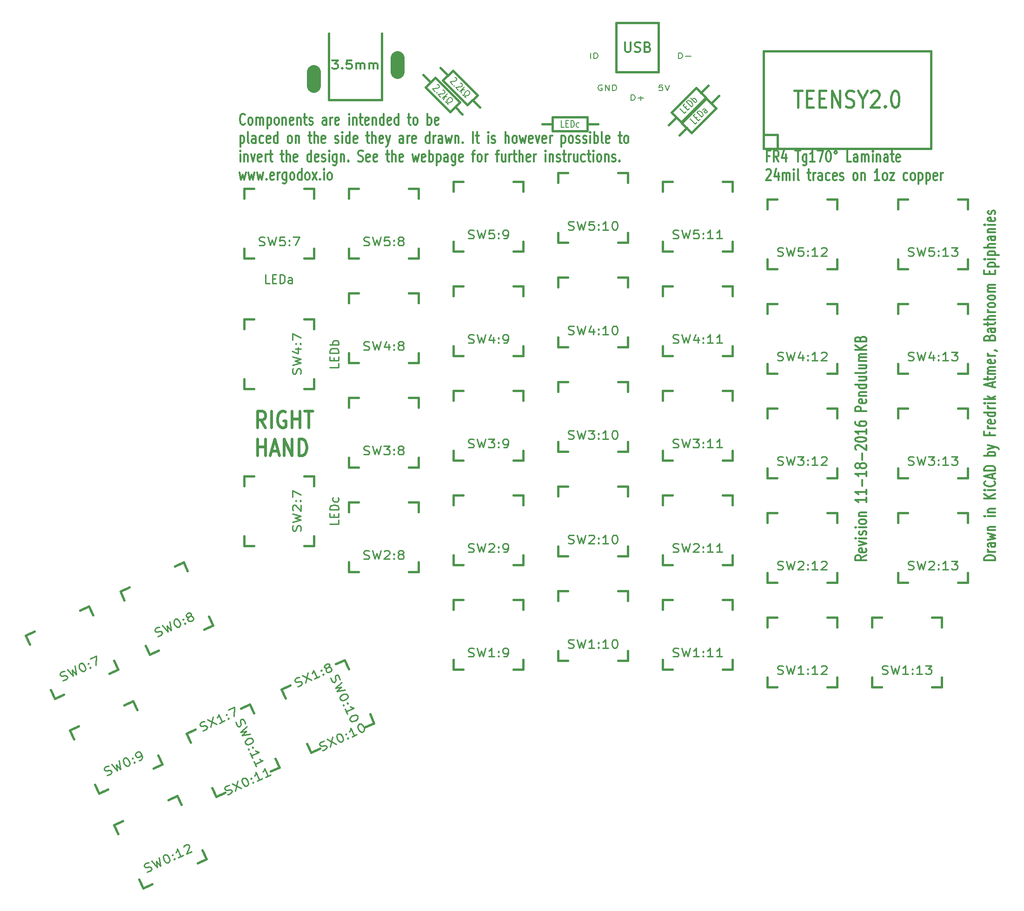
<source format=gto>
G04 #@! TF.FileFunction,Legend,Top*
%FSLAX46Y46*%
G04 Gerber Fmt 4.6, Leading zero omitted, Abs format (unit mm)*
G04 Created by KiCad (PCBNEW (2016-11-25 revision 30df041)-makepkg) date 12/07/16 22:09:50*
%MOMM*%
%LPD*%
G01*
G04 APERTURE LIST*
%ADD10C,0.150000*%
%ADD11C,0.304800*%
%ADD12C,0.203200*%
%ADD13C,0.508000*%
%ADD14C,0.381000*%
%ADD15C,2.540000*%
%ADD16C,0.254000*%
%ADD17C,0.457200*%
G04 APERTURE END LIST*
D10*
D11*
X179354238Y-125568165D02*
X178386619Y-126076165D01*
X179354238Y-126439022D02*
X177322238Y-126439022D01*
X177322238Y-125858451D01*
X177419000Y-125713308D01*
X177515761Y-125640737D01*
X177709285Y-125568165D01*
X177999571Y-125568165D01*
X178193095Y-125640737D01*
X178289857Y-125713308D01*
X178386619Y-125858451D01*
X178386619Y-126439022D01*
X179257476Y-124334451D02*
X179354238Y-124479594D01*
X179354238Y-124769880D01*
X179257476Y-124915022D01*
X179063952Y-124987594D01*
X178289857Y-124987594D01*
X178096333Y-124915022D01*
X177999571Y-124769880D01*
X177999571Y-124479594D01*
X178096333Y-124334451D01*
X178289857Y-124261880D01*
X178483380Y-124261880D01*
X178676904Y-124987594D01*
X177999571Y-123753880D02*
X179354238Y-123391022D01*
X177999571Y-123028165D01*
X179354238Y-122447594D02*
X177999571Y-122447594D01*
X177322238Y-122447594D02*
X177419000Y-122520165D01*
X177515761Y-122447594D01*
X177419000Y-122375022D01*
X177322238Y-122447594D01*
X177515761Y-122447594D01*
X179257476Y-121794451D02*
X179354238Y-121649308D01*
X179354238Y-121359022D01*
X179257476Y-121213880D01*
X179063952Y-121141308D01*
X178967190Y-121141308D01*
X178773666Y-121213880D01*
X178676904Y-121359022D01*
X178676904Y-121576737D01*
X178580142Y-121721880D01*
X178386619Y-121794451D01*
X178289857Y-121794451D01*
X178096333Y-121721880D01*
X177999571Y-121576737D01*
X177999571Y-121359022D01*
X178096333Y-121213880D01*
X179354238Y-120488165D02*
X177999571Y-120488165D01*
X177322238Y-120488165D02*
X177419000Y-120560737D01*
X177515761Y-120488165D01*
X177419000Y-120415594D01*
X177322238Y-120488165D01*
X177515761Y-120488165D01*
X179354238Y-119544737D02*
X179257476Y-119689880D01*
X179160714Y-119762451D01*
X178967190Y-119835022D01*
X178386619Y-119835022D01*
X178193095Y-119762451D01*
X178096333Y-119689880D01*
X177999571Y-119544737D01*
X177999571Y-119327022D01*
X178096333Y-119181880D01*
X178193095Y-119109308D01*
X178386619Y-119036737D01*
X178967190Y-119036737D01*
X179160714Y-119109308D01*
X179257476Y-119181880D01*
X179354238Y-119327022D01*
X179354238Y-119544737D01*
X177999571Y-118383594D02*
X179354238Y-118383594D01*
X178193095Y-118383594D02*
X178096333Y-118311022D01*
X177999571Y-118165880D01*
X177999571Y-117948165D01*
X178096333Y-117803022D01*
X178289857Y-117730451D01*
X179354238Y-117730451D01*
X179354238Y-115045308D02*
X179354238Y-115916165D01*
X179354238Y-115480737D02*
X177322238Y-115480737D01*
X177612523Y-115625880D01*
X177806047Y-115771022D01*
X177902809Y-115916165D01*
X179354238Y-113593880D02*
X179354238Y-114464737D01*
X179354238Y-114029308D02*
X177322238Y-114029308D01*
X177612523Y-114174451D01*
X177806047Y-114319594D01*
X177902809Y-114464737D01*
X178580142Y-112940737D02*
X178580142Y-111779594D01*
X179354238Y-110255594D02*
X179354238Y-111126451D01*
X179354238Y-110691022D02*
X177322238Y-110691022D01*
X177612523Y-110836165D01*
X177806047Y-110981308D01*
X177902809Y-111126451D01*
X178193095Y-109384737D02*
X178096333Y-109529880D01*
X177999571Y-109602451D01*
X177806047Y-109675022D01*
X177709285Y-109675022D01*
X177515761Y-109602451D01*
X177419000Y-109529880D01*
X177322238Y-109384737D01*
X177322238Y-109094451D01*
X177419000Y-108949308D01*
X177515761Y-108876737D01*
X177709285Y-108804165D01*
X177806047Y-108804165D01*
X177999571Y-108876737D01*
X178096333Y-108949308D01*
X178193095Y-109094451D01*
X178193095Y-109384737D01*
X178289857Y-109529880D01*
X178386619Y-109602451D01*
X178580142Y-109675022D01*
X178967190Y-109675022D01*
X179160714Y-109602451D01*
X179257476Y-109529880D01*
X179354238Y-109384737D01*
X179354238Y-109094451D01*
X179257476Y-108949308D01*
X179160714Y-108876737D01*
X178967190Y-108804165D01*
X178580142Y-108804165D01*
X178386619Y-108876737D01*
X178289857Y-108949308D01*
X178193095Y-109094451D01*
X178580142Y-108151022D02*
X178580142Y-106989880D01*
X177515761Y-106336737D02*
X177419000Y-106264165D01*
X177322238Y-106119022D01*
X177322238Y-105756165D01*
X177419000Y-105611022D01*
X177515761Y-105538451D01*
X177709285Y-105465880D01*
X177902809Y-105465880D01*
X178193095Y-105538451D01*
X179354238Y-106409308D01*
X179354238Y-105465880D01*
X177322238Y-104522451D02*
X177322238Y-104377308D01*
X177419000Y-104232165D01*
X177515761Y-104159594D01*
X177709285Y-104087022D01*
X178096333Y-104014451D01*
X178580142Y-104014451D01*
X178967190Y-104087022D01*
X179160714Y-104159594D01*
X179257476Y-104232165D01*
X179354238Y-104377308D01*
X179354238Y-104522451D01*
X179257476Y-104667594D01*
X179160714Y-104740165D01*
X178967190Y-104812737D01*
X178580142Y-104885308D01*
X178096333Y-104885308D01*
X177709285Y-104812737D01*
X177515761Y-104740165D01*
X177419000Y-104667594D01*
X177322238Y-104522451D01*
X179354238Y-102563022D02*
X179354238Y-103433880D01*
X179354238Y-102998451D02*
X177322238Y-102998451D01*
X177612523Y-103143594D01*
X177806047Y-103288737D01*
X177902809Y-103433880D01*
X177322238Y-101256737D02*
X177322238Y-101547022D01*
X177419000Y-101692165D01*
X177515761Y-101764737D01*
X177806047Y-101909880D01*
X178193095Y-101982451D01*
X178967190Y-101982451D01*
X179160714Y-101909880D01*
X179257476Y-101837308D01*
X179354238Y-101692165D01*
X179354238Y-101401880D01*
X179257476Y-101256737D01*
X179160714Y-101184165D01*
X178967190Y-101111594D01*
X178483380Y-101111594D01*
X178289857Y-101184165D01*
X178193095Y-101256737D01*
X178096333Y-101401880D01*
X178096333Y-101692165D01*
X178193095Y-101837308D01*
X178289857Y-101909880D01*
X178483380Y-101982451D01*
X179354238Y-99297308D02*
X177322238Y-99297308D01*
X177322238Y-98716737D01*
X177419000Y-98571594D01*
X177515761Y-98499022D01*
X177709285Y-98426451D01*
X177999571Y-98426451D01*
X178193095Y-98499022D01*
X178289857Y-98571594D01*
X178386619Y-98716737D01*
X178386619Y-99297308D01*
X179257476Y-97192737D02*
X179354238Y-97337880D01*
X179354238Y-97628165D01*
X179257476Y-97773308D01*
X179063952Y-97845880D01*
X178289857Y-97845880D01*
X178096333Y-97773308D01*
X177999571Y-97628165D01*
X177999571Y-97337880D01*
X178096333Y-97192737D01*
X178289857Y-97120165D01*
X178483380Y-97120165D01*
X178676904Y-97845880D01*
X177999571Y-96467022D02*
X179354238Y-96467022D01*
X178193095Y-96467022D02*
X178096333Y-96394451D01*
X177999571Y-96249308D01*
X177999571Y-96031594D01*
X178096333Y-95886451D01*
X178289857Y-95813880D01*
X179354238Y-95813880D01*
X179354238Y-94435022D02*
X177322238Y-94435022D01*
X179257476Y-94435022D02*
X179354238Y-94580165D01*
X179354238Y-94870451D01*
X179257476Y-95015594D01*
X179160714Y-95088165D01*
X178967190Y-95160737D01*
X178386619Y-95160737D01*
X178193095Y-95088165D01*
X178096333Y-95015594D01*
X177999571Y-94870451D01*
X177999571Y-94580165D01*
X178096333Y-94435022D01*
X177999571Y-93056165D02*
X179354238Y-93056165D01*
X177999571Y-93709308D02*
X179063952Y-93709308D01*
X179257476Y-93636737D01*
X179354238Y-93491594D01*
X179354238Y-93273880D01*
X179257476Y-93128737D01*
X179160714Y-93056165D01*
X179354238Y-92112737D02*
X179257476Y-92257880D01*
X179063952Y-92330451D01*
X177322238Y-92330451D01*
X177999571Y-90879022D02*
X179354238Y-90879022D01*
X177999571Y-91532165D02*
X179063952Y-91532165D01*
X179257476Y-91459594D01*
X179354238Y-91314451D01*
X179354238Y-91096737D01*
X179257476Y-90951594D01*
X179160714Y-90879022D01*
X179354238Y-90153308D02*
X177999571Y-90153308D01*
X178193095Y-90153308D02*
X178096333Y-90080737D01*
X177999571Y-89935594D01*
X177999571Y-89717880D01*
X178096333Y-89572737D01*
X178289857Y-89500165D01*
X179354238Y-89500165D01*
X178289857Y-89500165D02*
X178096333Y-89427594D01*
X177999571Y-89282451D01*
X177999571Y-89064737D01*
X178096333Y-88919594D01*
X178289857Y-88847022D01*
X179354238Y-88847022D01*
X179354238Y-88121308D02*
X177322238Y-88121308D01*
X179354238Y-87250451D02*
X178193095Y-87903594D01*
X177322238Y-87250451D02*
X178483380Y-88121308D01*
X178289857Y-86089308D02*
X178386619Y-85871594D01*
X178483380Y-85799022D01*
X178676904Y-85726451D01*
X178967190Y-85726451D01*
X179160714Y-85799022D01*
X179257476Y-85871594D01*
X179354238Y-86016737D01*
X179354238Y-86597308D01*
X177322238Y-86597308D01*
X177322238Y-86089308D01*
X177419000Y-85944165D01*
X177515761Y-85871594D01*
X177709285Y-85799022D01*
X177902809Y-85799022D01*
X178096333Y-85871594D01*
X178193095Y-85944165D01*
X178289857Y-86089308D01*
X178289857Y-86597308D01*
D12*
X129159000Y-35003619D02*
X129159000Y-33987619D01*
X129763761Y-35003619D02*
X129763761Y-33987619D01*
X130066142Y-33987619D01*
X130247571Y-34036000D01*
X130368523Y-34132761D01*
X130429000Y-34229523D01*
X130489476Y-34423047D01*
X130489476Y-34568190D01*
X130429000Y-34761714D01*
X130368523Y-34858476D01*
X130247571Y-34955238D01*
X130066142Y-35003619D01*
X129763761Y-35003619D01*
X136549190Y-42623619D02*
X136549190Y-41607619D01*
X136851571Y-41607619D01*
X137033000Y-41656000D01*
X137153952Y-41752761D01*
X137214428Y-41849523D01*
X137274904Y-42043047D01*
X137274904Y-42188190D01*
X137214428Y-42381714D01*
X137153952Y-42478476D01*
X137033000Y-42575238D01*
X136851571Y-42623619D01*
X136549190Y-42623619D01*
X137819190Y-42236571D02*
X138786809Y-42236571D01*
X138303000Y-42623619D02*
X138303000Y-41849523D01*
X131239380Y-39878000D02*
X131118428Y-39829619D01*
X130937000Y-39829619D01*
X130755571Y-39878000D01*
X130634619Y-39974761D01*
X130574142Y-40071523D01*
X130513666Y-40265047D01*
X130513666Y-40410190D01*
X130574142Y-40603714D01*
X130634619Y-40700476D01*
X130755571Y-40797238D01*
X130937000Y-40845619D01*
X131057952Y-40845619D01*
X131239380Y-40797238D01*
X131299857Y-40748857D01*
X131299857Y-40410190D01*
X131057952Y-40410190D01*
X131844142Y-40845619D02*
X131844142Y-39829619D01*
X132569857Y-40845619D01*
X132569857Y-39829619D01*
X133174619Y-40845619D02*
X133174619Y-39829619D01*
X133477000Y-39829619D01*
X133658428Y-39878000D01*
X133779380Y-39974761D01*
X133839857Y-40071523D01*
X133900333Y-40265047D01*
X133900333Y-40410190D01*
X133839857Y-40603714D01*
X133779380Y-40700476D01*
X133658428Y-40797238D01*
X133477000Y-40845619D01*
X133174619Y-40845619D01*
X142252095Y-39829619D02*
X141647333Y-39829619D01*
X141586857Y-40313428D01*
X141647333Y-40265047D01*
X141768285Y-40216666D01*
X142070666Y-40216666D01*
X142191619Y-40265047D01*
X142252095Y-40313428D01*
X142312571Y-40410190D01*
X142312571Y-40652095D01*
X142252095Y-40748857D01*
X142191619Y-40797238D01*
X142070666Y-40845619D01*
X141768285Y-40845619D01*
X141647333Y-40797238D01*
X141586857Y-40748857D01*
X142675428Y-39829619D02*
X143098761Y-40845619D01*
X143522095Y-39829619D01*
X145182650Y-35003619D02*
X145182650Y-33987619D01*
X145485031Y-33987619D01*
X145666460Y-34036000D01*
X145787412Y-34132761D01*
X145847888Y-34229523D01*
X145908364Y-34423047D01*
X145908364Y-34568190D01*
X145847888Y-34761714D01*
X145787412Y-34858476D01*
X145666460Y-34955238D01*
X145485031Y-35003619D01*
X145182650Y-35003619D01*
X146452650Y-34616571D02*
X147420269Y-34616571D01*
D11*
X66231834Y-46896514D02*
X66159262Y-46993276D01*
X65941548Y-47090038D01*
X65796405Y-47090038D01*
X65578691Y-46993276D01*
X65433548Y-46799752D01*
X65360977Y-46606228D01*
X65288405Y-46219180D01*
X65288405Y-45928895D01*
X65360977Y-45541847D01*
X65433548Y-45348323D01*
X65578691Y-45154800D01*
X65796405Y-45058038D01*
X65941548Y-45058038D01*
X66159262Y-45154800D01*
X66231834Y-45251561D01*
X67102691Y-47090038D02*
X66957548Y-46993276D01*
X66884977Y-46896514D01*
X66812405Y-46702990D01*
X66812405Y-46122419D01*
X66884977Y-45928895D01*
X66957548Y-45832133D01*
X67102691Y-45735371D01*
X67320405Y-45735371D01*
X67465548Y-45832133D01*
X67538120Y-45928895D01*
X67610691Y-46122419D01*
X67610691Y-46702990D01*
X67538120Y-46896514D01*
X67465548Y-46993276D01*
X67320405Y-47090038D01*
X67102691Y-47090038D01*
X68263834Y-47090038D02*
X68263834Y-45735371D01*
X68263834Y-45928895D02*
X68336405Y-45832133D01*
X68481548Y-45735371D01*
X68699262Y-45735371D01*
X68844405Y-45832133D01*
X68916977Y-46025657D01*
X68916977Y-47090038D01*
X68916977Y-46025657D02*
X68989548Y-45832133D01*
X69134691Y-45735371D01*
X69352405Y-45735371D01*
X69497548Y-45832133D01*
X69570120Y-46025657D01*
X69570120Y-47090038D01*
X70295834Y-45735371D02*
X70295834Y-47767371D01*
X70295834Y-45832133D02*
X70440977Y-45735371D01*
X70731262Y-45735371D01*
X70876405Y-45832133D01*
X70948977Y-45928895D01*
X71021548Y-46122419D01*
X71021548Y-46702990D01*
X70948977Y-46896514D01*
X70876405Y-46993276D01*
X70731262Y-47090038D01*
X70440977Y-47090038D01*
X70295834Y-46993276D01*
X71892405Y-47090038D02*
X71747262Y-46993276D01*
X71674691Y-46896514D01*
X71602120Y-46702990D01*
X71602120Y-46122419D01*
X71674691Y-45928895D01*
X71747262Y-45832133D01*
X71892405Y-45735371D01*
X72110120Y-45735371D01*
X72255262Y-45832133D01*
X72327834Y-45928895D01*
X72400405Y-46122419D01*
X72400405Y-46702990D01*
X72327834Y-46896514D01*
X72255262Y-46993276D01*
X72110120Y-47090038D01*
X71892405Y-47090038D01*
X73053548Y-45735371D02*
X73053548Y-47090038D01*
X73053548Y-45928895D02*
X73126120Y-45832133D01*
X73271262Y-45735371D01*
X73488977Y-45735371D01*
X73634120Y-45832133D01*
X73706691Y-46025657D01*
X73706691Y-47090038D01*
X75012977Y-46993276D02*
X74867834Y-47090038D01*
X74577548Y-47090038D01*
X74432405Y-46993276D01*
X74359834Y-46799752D01*
X74359834Y-46025657D01*
X74432405Y-45832133D01*
X74577548Y-45735371D01*
X74867834Y-45735371D01*
X75012977Y-45832133D01*
X75085548Y-46025657D01*
X75085548Y-46219180D01*
X74359834Y-46412704D01*
X75738691Y-45735371D02*
X75738691Y-47090038D01*
X75738691Y-45928895D02*
X75811262Y-45832133D01*
X75956405Y-45735371D01*
X76174120Y-45735371D01*
X76319262Y-45832133D01*
X76391834Y-46025657D01*
X76391834Y-47090038D01*
X76899834Y-45735371D02*
X77480405Y-45735371D01*
X77117548Y-45058038D02*
X77117548Y-46799752D01*
X77190120Y-46993276D01*
X77335262Y-47090038D01*
X77480405Y-47090038D01*
X77915834Y-46993276D02*
X78060977Y-47090038D01*
X78351262Y-47090038D01*
X78496405Y-46993276D01*
X78568977Y-46799752D01*
X78568977Y-46702990D01*
X78496405Y-46509466D01*
X78351262Y-46412704D01*
X78133548Y-46412704D01*
X77988405Y-46315942D01*
X77915834Y-46122419D01*
X77915834Y-46025657D01*
X77988405Y-45832133D01*
X78133548Y-45735371D01*
X78351262Y-45735371D01*
X78496405Y-45832133D01*
X81036405Y-47090038D02*
X81036405Y-46025657D01*
X80963834Y-45832133D01*
X80818691Y-45735371D01*
X80528405Y-45735371D01*
X80383262Y-45832133D01*
X81036405Y-46993276D02*
X80891262Y-47090038D01*
X80528405Y-47090038D01*
X80383262Y-46993276D01*
X80310691Y-46799752D01*
X80310691Y-46606228D01*
X80383262Y-46412704D01*
X80528405Y-46315942D01*
X80891262Y-46315942D01*
X81036405Y-46219180D01*
X81762120Y-47090038D02*
X81762120Y-45735371D01*
X81762120Y-46122419D02*
X81834691Y-45928895D01*
X81907262Y-45832133D01*
X82052405Y-45735371D01*
X82197548Y-45735371D01*
X83286120Y-46993276D02*
X83140977Y-47090038D01*
X82850691Y-47090038D01*
X82705548Y-46993276D01*
X82632977Y-46799752D01*
X82632977Y-46025657D01*
X82705548Y-45832133D01*
X82850691Y-45735371D01*
X83140977Y-45735371D01*
X83286120Y-45832133D01*
X83358691Y-46025657D01*
X83358691Y-46219180D01*
X82632977Y-46412704D01*
X85172977Y-47090038D02*
X85172977Y-45735371D01*
X85172977Y-45058038D02*
X85100405Y-45154800D01*
X85172977Y-45251561D01*
X85245548Y-45154800D01*
X85172977Y-45058038D01*
X85172977Y-45251561D01*
X85898691Y-45735371D02*
X85898691Y-47090038D01*
X85898691Y-45928895D02*
X85971262Y-45832133D01*
X86116405Y-45735371D01*
X86334120Y-45735371D01*
X86479262Y-45832133D01*
X86551834Y-46025657D01*
X86551834Y-47090038D01*
X87059834Y-45735371D02*
X87640405Y-45735371D01*
X87277548Y-45058038D02*
X87277548Y-46799752D01*
X87350120Y-46993276D01*
X87495262Y-47090038D01*
X87640405Y-47090038D01*
X88728977Y-46993276D02*
X88583834Y-47090038D01*
X88293548Y-47090038D01*
X88148405Y-46993276D01*
X88075834Y-46799752D01*
X88075834Y-46025657D01*
X88148405Y-45832133D01*
X88293548Y-45735371D01*
X88583834Y-45735371D01*
X88728977Y-45832133D01*
X88801548Y-46025657D01*
X88801548Y-46219180D01*
X88075834Y-46412704D01*
X89454691Y-45735371D02*
X89454691Y-47090038D01*
X89454691Y-45928895D02*
X89527262Y-45832133D01*
X89672405Y-45735371D01*
X89890120Y-45735371D01*
X90035262Y-45832133D01*
X90107834Y-46025657D01*
X90107834Y-47090038D01*
X91486691Y-47090038D02*
X91486691Y-45058038D01*
X91486691Y-46993276D02*
X91341548Y-47090038D01*
X91051262Y-47090038D01*
X90906120Y-46993276D01*
X90833548Y-46896514D01*
X90760977Y-46702990D01*
X90760977Y-46122419D01*
X90833548Y-45928895D01*
X90906120Y-45832133D01*
X91051262Y-45735371D01*
X91341548Y-45735371D01*
X91486691Y-45832133D01*
X92792977Y-46993276D02*
X92647834Y-47090038D01*
X92357548Y-47090038D01*
X92212405Y-46993276D01*
X92139834Y-46799752D01*
X92139834Y-46025657D01*
X92212405Y-45832133D01*
X92357548Y-45735371D01*
X92647834Y-45735371D01*
X92792977Y-45832133D01*
X92865548Y-46025657D01*
X92865548Y-46219180D01*
X92139834Y-46412704D01*
X94171834Y-47090038D02*
X94171834Y-45058038D01*
X94171834Y-46993276D02*
X94026691Y-47090038D01*
X93736405Y-47090038D01*
X93591262Y-46993276D01*
X93518691Y-46896514D01*
X93446120Y-46702990D01*
X93446120Y-46122419D01*
X93518691Y-45928895D01*
X93591262Y-45832133D01*
X93736405Y-45735371D01*
X94026691Y-45735371D01*
X94171834Y-45832133D01*
X95840977Y-45735371D02*
X96421548Y-45735371D01*
X96058691Y-45058038D02*
X96058691Y-46799752D01*
X96131262Y-46993276D01*
X96276405Y-47090038D01*
X96421548Y-47090038D01*
X97147262Y-47090038D02*
X97002120Y-46993276D01*
X96929548Y-46896514D01*
X96856977Y-46702990D01*
X96856977Y-46122419D01*
X96929548Y-45928895D01*
X97002120Y-45832133D01*
X97147262Y-45735371D01*
X97364977Y-45735371D01*
X97510120Y-45832133D01*
X97582691Y-45928895D01*
X97655262Y-46122419D01*
X97655262Y-46702990D01*
X97582691Y-46896514D01*
X97510120Y-46993276D01*
X97364977Y-47090038D01*
X97147262Y-47090038D01*
X99469548Y-47090038D02*
X99469548Y-45058038D01*
X99469548Y-45832133D02*
X99614691Y-45735371D01*
X99904977Y-45735371D01*
X100050120Y-45832133D01*
X100122691Y-45928895D01*
X100195262Y-46122419D01*
X100195262Y-46702990D01*
X100122691Y-46896514D01*
X100050120Y-46993276D01*
X99904977Y-47090038D01*
X99614691Y-47090038D01*
X99469548Y-46993276D01*
X101428977Y-46993276D02*
X101283834Y-47090038D01*
X100993548Y-47090038D01*
X100848405Y-46993276D01*
X100775834Y-46799752D01*
X100775834Y-46025657D01*
X100848405Y-45832133D01*
X100993548Y-45735371D01*
X101283834Y-45735371D01*
X101428977Y-45832133D01*
X101501548Y-46025657D01*
X101501548Y-46219180D01*
X100775834Y-46412704D01*
X65360977Y-49088171D02*
X65360977Y-51120171D01*
X65360977Y-49184933D02*
X65506120Y-49088171D01*
X65796405Y-49088171D01*
X65941548Y-49184933D01*
X66014120Y-49281695D01*
X66086691Y-49475219D01*
X66086691Y-50055790D01*
X66014120Y-50249314D01*
X65941548Y-50346076D01*
X65796405Y-50442838D01*
X65506120Y-50442838D01*
X65360977Y-50346076D01*
X66957548Y-50442838D02*
X66812405Y-50346076D01*
X66739834Y-50152552D01*
X66739834Y-48410838D01*
X68191262Y-50442838D02*
X68191262Y-49378457D01*
X68118691Y-49184933D01*
X67973548Y-49088171D01*
X67683262Y-49088171D01*
X67538120Y-49184933D01*
X68191262Y-50346076D02*
X68046120Y-50442838D01*
X67683262Y-50442838D01*
X67538120Y-50346076D01*
X67465548Y-50152552D01*
X67465548Y-49959028D01*
X67538120Y-49765504D01*
X67683262Y-49668742D01*
X68046120Y-49668742D01*
X68191262Y-49571980D01*
X69570120Y-50346076D02*
X69424977Y-50442838D01*
X69134691Y-50442838D01*
X68989548Y-50346076D01*
X68916977Y-50249314D01*
X68844405Y-50055790D01*
X68844405Y-49475219D01*
X68916977Y-49281695D01*
X68989548Y-49184933D01*
X69134691Y-49088171D01*
X69424977Y-49088171D01*
X69570120Y-49184933D01*
X70803834Y-50346076D02*
X70658691Y-50442838D01*
X70368405Y-50442838D01*
X70223262Y-50346076D01*
X70150691Y-50152552D01*
X70150691Y-49378457D01*
X70223262Y-49184933D01*
X70368405Y-49088171D01*
X70658691Y-49088171D01*
X70803834Y-49184933D01*
X70876405Y-49378457D01*
X70876405Y-49571980D01*
X70150691Y-49765504D01*
X72182691Y-50442838D02*
X72182691Y-48410838D01*
X72182691Y-50346076D02*
X72037548Y-50442838D01*
X71747262Y-50442838D01*
X71602120Y-50346076D01*
X71529548Y-50249314D01*
X71456977Y-50055790D01*
X71456977Y-49475219D01*
X71529548Y-49281695D01*
X71602120Y-49184933D01*
X71747262Y-49088171D01*
X72037548Y-49088171D01*
X72182691Y-49184933D01*
X74287262Y-50442838D02*
X74142120Y-50346076D01*
X74069548Y-50249314D01*
X73996977Y-50055790D01*
X73996977Y-49475219D01*
X74069548Y-49281695D01*
X74142120Y-49184933D01*
X74287262Y-49088171D01*
X74504977Y-49088171D01*
X74650120Y-49184933D01*
X74722691Y-49281695D01*
X74795262Y-49475219D01*
X74795262Y-50055790D01*
X74722691Y-50249314D01*
X74650120Y-50346076D01*
X74504977Y-50442838D01*
X74287262Y-50442838D01*
X75448405Y-49088171D02*
X75448405Y-50442838D01*
X75448405Y-49281695D02*
X75520977Y-49184933D01*
X75666120Y-49088171D01*
X75883834Y-49088171D01*
X76028977Y-49184933D01*
X76101548Y-49378457D01*
X76101548Y-50442838D01*
X77770691Y-49088171D02*
X78351262Y-49088171D01*
X77988405Y-48410838D02*
X77988405Y-50152552D01*
X78060977Y-50346076D01*
X78206120Y-50442838D01*
X78351262Y-50442838D01*
X78859262Y-50442838D02*
X78859262Y-48410838D01*
X79512405Y-50442838D02*
X79512405Y-49378457D01*
X79439834Y-49184933D01*
X79294691Y-49088171D01*
X79076977Y-49088171D01*
X78931834Y-49184933D01*
X78859262Y-49281695D01*
X80818691Y-50346076D02*
X80673548Y-50442838D01*
X80383262Y-50442838D01*
X80238120Y-50346076D01*
X80165548Y-50152552D01*
X80165548Y-49378457D01*
X80238120Y-49184933D01*
X80383262Y-49088171D01*
X80673548Y-49088171D01*
X80818691Y-49184933D01*
X80891262Y-49378457D01*
X80891262Y-49571980D01*
X80165548Y-49765504D01*
X82632977Y-50346076D02*
X82778120Y-50442838D01*
X83068405Y-50442838D01*
X83213548Y-50346076D01*
X83286120Y-50152552D01*
X83286120Y-50055790D01*
X83213548Y-49862266D01*
X83068405Y-49765504D01*
X82850691Y-49765504D01*
X82705548Y-49668742D01*
X82632977Y-49475219D01*
X82632977Y-49378457D01*
X82705548Y-49184933D01*
X82850691Y-49088171D01*
X83068405Y-49088171D01*
X83213548Y-49184933D01*
X83939262Y-50442838D02*
X83939262Y-49088171D01*
X83939262Y-48410838D02*
X83866691Y-48507600D01*
X83939262Y-48604361D01*
X84011834Y-48507600D01*
X83939262Y-48410838D01*
X83939262Y-48604361D01*
X85318120Y-50442838D02*
X85318120Y-48410838D01*
X85318120Y-50346076D02*
X85172977Y-50442838D01*
X84882691Y-50442838D01*
X84737548Y-50346076D01*
X84664977Y-50249314D01*
X84592405Y-50055790D01*
X84592405Y-49475219D01*
X84664977Y-49281695D01*
X84737548Y-49184933D01*
X84882691Y-49088171D01*
X85172977Y-49088171D01*
X85318120Y-49184933D01*
X86624405Y-50346076D02*
X86479262Y-50442838D01*
X86188977Y-50442838D01*
X86043834Y-50346076D01*
X85971262Y-50152552D01*
X85971262Y-49378457D01*
X86043834Y-49184933D01*
X86188977Y-49088171D01*
X86479262Y-49088171D01*
X86624405Y-49184933D01*
X86696977Y-49378457D01*
X86696977Y-49571980D01*
X85971262Y-49765504D01*
X88293548Y-49088171D02*
X88874120Y-49088171D01*
X88511262Y-48410838D02*
X88511262Y-50152552D01*
X88583834Y-50346076D01*
X88728977Y-50442838D01*
X88874120Y-50442838D01*
X89382120Y-50442838D02*
X89382120Y-48410838D01*
X90035262Y-50442838D02*
X90035262Y-49378457D01*
X89962691Y-49184933D01*
X89817548Y-49088171D01*
X89599834Y-49088171D01*
X89454691Y-49184933D01*
X89382120Y-49281695D01*
X91341548Y-50346076D02*
X91196405Y-50442838D01*
X90906120Y-50442838D01*
X90760977Y-50346076D01*
X90688405Y-50152552D01*
X90688405Y-49378457D01*
X90760977Y-49184933D01*
X90906120Y-49088171D01*
X91196405Y-49088171D01*
X91341548Y-49184933D01*
X91414120Y-49378457D01*
X91414120Y-49571980D01*
X90688405Y-49765504D01*
X91922120Y-49088171D02*
X92284977Y-50442838D01*
X92647834Y-49088171D02*
X92284977Y-50442838D01*
X92139834Y-50926647D01*
X92067262Y-51023409D01*
X91922120Y-51120171D01*
X95042691Y-50442838D02*
X95042691Y-49378457D01*
X94970120Y-49184933D01*
X94824977Y-49088171D01*
X94534691Y-49088171D01*
X94389548Y-49184933D01*
X95042691Y-50346076D02*
X94897548Y-50442838D01*
X94534691Y-50442838D01*
X94389548Y-50346076D01*
X94316977Y-50152552D01*
X94316977Y-49959028D01*
X94389548Y-49765504D01*
X94534691Y-49668742D01*
X94897548Y-49668742D01*
X95042691Y-49571980D01*
X95768405Y-50442838D02*
X95768405Y-49088171D01*
X95768405Y-49475219D02*
X95840977Y-49281695D01*
X95913548Y-49184933D01*
X96058691Y-49088171D01*
X96203834Y-49088171D01*
X97292405Y-50346076D02*
X97147262Y-50442838D01*
X96856977Y-50442838D01*
X96711834Y-50346076D01*
X96639262Y-50152552D01*
X96639262Y-49378457D01*
X96711834Y-49184933D01*
X96856977Y-49088171D01*
X97147262Y-49088171D01*
X97292405Y-49184933D01*
X97364977Y-49378457D01*
X97364977Y-49571980D01*
X96639262Y-49765504D01*
X99832405Y-50442838D02*
X99832405Y-48410838D01*
X99832405Y-50346076D02*
X99687262Y-50442838D01*
X99396977Y-50442838D01*
X99251834Y-50346076D01*
X99179262Y-50249314D01*
X99106691Y-50055790D01*
X99106691Y-49475219D01*
X99179262Y-49281695D01*
X99251834Y-49184933D01*
X99396977Y-49088171D01*
X99687262Y-49088171D01*
X99832405Y-49184933D01*
X100558120Y-50442838D02*
X100558120Y-49088171D01*
X100558120Y-49475219D02*
X100630691Y-49281695D01*
X100703262Y-49184933D01*
X100848405Y-49088171D01*
X100993548Y-49088171D01*
X102154691Y-50442838D02*
X102154691Y-49378457D01*
X102082120Y-49184933D01*
X101936977Y-49088171D01*
X101646691Y-49088171D01*
X101501548Y-49184933D01*
X102154691Y-50346076D02*
X102009548Y-50442838D01*
X101646691Y-50442838D01*
X101501548Y-50346076D01*
X101428977Y-50152552D01*
X101428977Y-49959028D01*
X101501548Y-49765504D01*
X101646691Y-49668742D01*
X102009548Y-49668742D01*
X102154691Y-49571980D01*
X102735262Y-49088171D02*
X103025548Y-50442838D01*
X103315834Y-49475219D01*
X103606120Y-50442838D01*
X103896405Y-49088171D01*
X104476977Y-49088171D02*
X104476977Y-50442838D01*
X104476977Y-49281695D02*
X104549548Y-49184933D01*
X104694691Y-49088171D01*
X104912405Y-49088171D01*
X105057548Y-49184933D01*
X105130120Y-49378457D01*
X105130120Y-50442838D01*
X105855834Y-50249314D02*
X105928405Y-50346076D01*
X105855834Y-50442838D01*
X105783262Y-50346076D01*
X105855834Y-50249314D01*
X105855834Y-50442838D01*
X107742691Y-50442838D02*
X107742691Y-48410838D01*
X108250691Y-49088171D02*
X108831262Y-49088171D01*
X108468405Y-48410838D02*
X108468405Y-50152552D01*
X108540977Y-50346076D01*
X108686119Y-50442838D01*
X108831262Y-50442838D01*
X110500405Y-50442838D02*
X110500405Y-49088171D01*
X110500405Y-48410838D02*
X110427834Y-48507600D01*
X110500405Y-48604361D01*
X110572977Y-48507600D01*
X110500405Y-48410838D01*
X110500405Y-48604361D01*
X111153548Y-50346076D02*
X111298691Y-50442838D01*
X111588977Y-50442838D01*
X111734119Y-50346076D01*
X111806691Y-50152552D01*
X111806691Y-50055790D01*
X111734119Y-49862266D01*
X111588977Y-49765504D01*
X111371262Y-49765504D01*
X111226119Y-49668742D01*
X111153548Y-49475219D01*
X111153548Y-49378457D01*
X111226119Y-49184933D01*
X111371262Y-49088171D01*
X111588977Y-49088171D01*
X111734119Y-49184933D01*
X113620977Y-50442838D02*
X113620977Y-48410838D01*
X114274119Y-50442838D02*
X114274119Y-49378457D01*
X114201548Y-49184933D01*
X114056405Y-49088171D01*
X113838691Y-49088171D01*
X113693548Y-49184933D01*
X113620977Y-49281695D01*
X115217548Y-50442838D02*
X115072405Y-50346076D01*
X114999834Y-50249314D01*
X114927262Y-50055790D01*
X114927262Y-49475219D01*
X114999834Y-49281695D01*
X115072405Y-49184933D01*
X115217548Y-49088171D01*
X115435262Y-49088171D01*
X115580405Y-49184933D01*
X115652977Y-49281695D01*
X115725548Y-49475219D01*
X115725548Y-50055790D01*
X115652977Y-50249314D01*
X115580405Y-50346076D01*
X115435262Y-50442838D01*
X115217548Y-50442838D01*
X116233548Y-49088171D02*
X116523834Y-50442838D01*
X116814119Y-49475219D01*
X117104405Y-50442838D01*
X117394691Y-49088171D01*
X118555834Y-50346076D02*
X118410691Y-50442838D01*
X118120405Y-50442838D01*
X117975262Y-50346076D01*
X117902691Y-50152552D01*
X117902691Y-49378457D01*
X117975262Y-49184933D01*
X118120405Y-49088171D01*
X118410691Y-49088171D01*
X118555834Y-49184933D01*
X118628405Y-49378457D01*
X118628405Y-49571980D01*
X117902691Y-49765504D01*
X119136405Y-49088171D02*
X119499262Y-50442838D01*
X119862119Y-49088171D01*
X121023262Y-50346076D02*
X120878119Y-50442838D01*
X120587834Y-50442838D01*
X120442691Y-50346076D01*
X120370119Y-50152552D01*
X120370119Y-49378457D01*
X120442691Y-49184933D01*
X120587834Y-49088171D01*
X120878119Y-49088171D01*
X121023262Y-49184933D01*
X121095834Y-49378457D01*
X121095834Y-49571980D01*
X120370119Y-49765504D01*
X121748977Y-50442838D02*
X121748977Y-49088171D01*
X121748977Y-49475219D02*
X121821548Y-49281695D01*
X121894119Y-49184933D01*
X122039262Y-49088171D01*
X122184405Y-49088171D01*
X123853548Y-49088171D02*
X123853548Y-51120171D01*
X123853548Y-49184933D02*
X123998691Y-49088171D01*
X124288977Y-49088171D01*
X124434120Y-49184933D01*
X124506691Y-49281695D01*
X124579262Y-49475219D01*
X124579262Y-50055790D01*
X124506691Y-50249314D01*
X124434120Y-50346076D01*
X124288977Y-50442838D01*
X123998691Y-50442838D01*
X123853548Y-50346076D01*
X125450119Y-50442838D02*
X125304977Y-50346076D01*
X125232405Y-50249314D01*
X125159834Y-50055790D01*
X125159834Y-49475219D01*
X125232405Y-49281695D01*
X125304977Y-49184933D01*
X125450119Y-49088171D01*
X125667834Y-49088171D01*
X125812977Y-49184933D01*
X125885548Y-49281695D01*
X125958119Y-49475219D01*
X125958119Y-50055790D01*
X125885548Y-50249314D01*
X125812977Y-50346076D01*
X125667834Y-50442838D01*
X125450119Y-50442838D01*
X126538691Y-50346076D02*
X126683834Y-50442838D01*
X126974119Y-50442838D01*
X127119262Y-50346076D01*
X127191834Y-50152552D01*
X127191834Y-50055790D01*
X127119262Y-49862266D01*
X126974119Y-49765504D01*
X126756405Y-49765504D01*
X126611262Y-49668742D01*
X126538691Y-49475219D01*
X126538691Y-49378457D01*
X126611262Y-49184933D01*
X126756405Y-49088171D01*
X126974119Y-49088171D01*
X127119262Y-49184933D01*
X127772405Y-50346076D02*
X127917548Y-50442838D01*
X128207834Y-50442838D01*
X128352977Y-50346076D01*
X128425548Y-50152552D01*
X128425548Y-50055790D01*
X128352977Y-49862266D01*
X128207834Y-49765504D01*
X127990119Y-49765504D01*
X127844977Y-49668742D01*
X127772405Y-49475219D01*
X127772405Y-49378457D01*
X127844977Y-49184933D01*
X127990119Y-49088171D01*
X128207834Y-49088171D01*
X128352977Y-49184933D01*
X129078691Y-50442838D02*
X129078691Y-49088171D01*
X129078691Y-48410838D02*
X129006119Y-48507600D01*
X129078691Y-48604361D01*
X129151262Y-48507600D01*
X129078691Y-48410838D01*
X129078691Y-48604361D01*
X129804405Y-50442838D02*
X129804405Y-48410838D01*
X129804405Y-49184933D02*
X129949548Y-49088171D01*
X130239834Y-49088171D01*
X130384977Y-49184933D01*
X130457548Y-49281695D01*
X130530119Y-49475219D01*
X130530119Y-50055790D01*
X130457548Y-50249314D01*
X130384977Y-50346076D01*
X130239834Y-50442838D01*
X129949548Y-50442838D01*
X129804405Y-50346076D01*
X131400977Y-50442838D02*
X131255834Y-50346076D01*
X131183262Y-50152552D01*
X131183262Y-48410838D01*
X132562119Y-50346076D02*
X132416977Y-50442838D01*
X132126691Y-50442838D01*
X131981548Y-50346076D01*
X131908977Y-50152552D01*
X131908977Y-49378457D01*
X131981548Y-49184933D01*
X132126691Y-49088171D01*
X132416977Y-49088171D01*
X132562119Y-49184933D01*
X132634691Y-49378457D01*
X132634691Y-49571980D01*
X131908977Y-49765504D01*
X134231262Y-49088171D02*
X134811834Y-49088171D01*
X134448977Y-48410838D02*
X134448977Y-50152552D01*
X134521548Y-50346076D01*
X134666691Y-50442838D01*
X134811834Y-50442838D01*
X135537548Y-50442838D02*
X135392405Y-50346076D01*
X135319834Y-50249314D01*
X135247262Y-50055790D01*
X135247262Y-49475219D01*
X135319834Y-49281695D01*
X135392405Y-49184933D01*
X135537548Y-49088171D01*
X135755262Y-49088171D01*
X135900405Y-49184933D01*
X135972977Y-49281695D01*
X136045548Y-49475219D01*
X136045548Y-50055790D01*
X135972977Y-50249314D01*
X135900405Y-50346076D01*
X135755262Y-50442838D01*
X135537548Y-50442838D01*
X65360977Y-53795638D02*
X65360977Y-52440971D01*
X65360977Y-51763638D02*
X65288405Y-51860400D01*
X65360977Y-51957161D01*
X65433548Y-51860400D01*
X65360977Y-51763638D01*
X65360977Y-51957161D01*
X66086691Y-52440971D02*
X66086691Y-53795638D01*
X66086691Y-52634495D02*
X66159262Y-52537733D01*
X66304405Y-52440971D01*
X66522120Y-52440971D01*
X66667262Y-52537733D01*
X66739834Y-52731257D01*
X66739834Y-53795638D01*
X67320405Y-52440971D02*
X67683262Y-53795638D01*
X68046120Y-52440971D01*
X69207262Y-53698876D02*
X69062120Y-53795638D01*
X68771834Y-53795638D01*
X68626691Y-53698876D01*
X68554120Y-53505352D01*
X68554120Y-52731257D01*
X68626691Y-52537733D01*
X68771834Y-52440971D01*
X69062120Y-52440971D01*
X69207262Y-52537733D01*
X69279834Y-52731257D01*
X69279834Y-52924780D01*
X68554120Y-53118304D01*
X69932977Y-53795638D02*
X69932977Y-52440971D01*
X69932977Y-52828019D02*
X70005548Y-52634495D01*
X70078120Y-52537733D01*
X70223262Y-52440971D01*
X70368405Y-52440971D01*
X70658691Y-52440971D02*
X71239262Y-52440971D01*
X70876405Y-51763638D02*
X70876405Y-53505352D01*
X70948977Y-53698876D01*
X71094120Y-53795638D01*
X71239262Y-53795638D01*
X72690691Y-52440971D02*
X73271262Y-52440971D01*
X72908405Y-51763638D02*
X72908405Y-53505352D01*
X72980977Y-53698876D01*
X73126120Y-53795638D01*
X73271262Y-53795638D01*
X73779262Y-53795638D02*
X73779262Y-51763638D01*
X74432405Y-53795638D02*
X74432405Y-52731257D01*
X74359834Y-52537733D01*
X74214691Y-52440971D01*
X73996977Y-52440971D01*
X73851834Y-52537733D01*
X73779262Y-52634495D01*
X75738691Y-53698876D02*
X75593548Y-53795638D01*
X75303262Y-53795638D01*
X75158120Y-53698876D01*
X75085548Y-53505352D01*
X75085548Y-52731257D01*
X75158120Y-52537733D01*
X75303262Y-52440971D01*
X75593548Y-52440971D01*
X75738691Y-52537733D01*
X75811262Y-52731257D01*
X75811262Y-52924780D01*
X75085548Y-53118304D01*
X78278691Y-53795638D02*
X78278691Y-51763638D01*
X78278691Y-53698876D02*
X78133548Y-53795638D01*
X77843262Y-53795638D01*
X77698120Y-53698876D01*
X77625548Y-53602114D01*
X77552977Y-53408590D01*
X77552977Y-52828019D01*
X77625548Y-52634495D01*
X77698120Y-52537733D01*
X77843262Y-52440971D01*
X78133548Y-52440971D01*
X78278691Y-52537733D01*
X79584977Y-53698876D02*
X79439834Y-53795638D01*
X79149548Y-53795638D01*
X79004405Y-53698876D01*
X78931834Y-53505352D01*
X78931834Y-52731257D01*
X79004405Y-52537733D01*
X79149548Y-52440971D01*
X79439834Y-52440971D01*
X79584977Y-52537733D01*
X79657548Y-52731257D01*
X79657548Y-52924780D01*
X78931834Y-53118304D01*
X80238120Y-53698876D02*
X80383262Y-53795638D01*
X80673548Y-53795638D01*
X80818691Y-53698876D01*
X80891262Y-53505352D01*
X80891262Y-53408590D01*
X80818691Y-53215066D01*
X80673548Y-53118304D01*
X80455834Y-53118304D01*
X80310691Y-53021542D01*
X80238120Y-52828019D01*
X80238120Y-52731257D01*
X80310691Y-52537733D01*
X80455834Y-52440971D01*
X80673548Y-52440971D01*
X80818691Y-52537733D01*
X81544405Y-53795638D02*
X81544405Y-52440971D01*
X81544405Y-51763638D02*
X81471834Y-51860400D01*
X81544405Y-51957161D01*
X81616977Y-51860400D01*
X81544405Y-51763638D01*
X81544405Y-51957161D01*
X82923262Y-52440971D02*
X82923262Y-54085923D01*
X82850691Y-54279447D01*
X82778120Y-54376209D01*
X82632977Y-54472971D01*
X82415262Y-54472971D01*
X82270120Y-54376209D01*
X82923262Y-53698876D02*
X82778120Y-53795638D01*
X82487834Y-53795638D01*
X82342691Y-53698876D01*
X82270120Y-53602114D01*
X82197548Y-53408590D01*
X82197548Y-52828019D01*
X82270120Y-52634495D01*
X82342691Y-52537733D01*
X82487834Y-52440971D01*
X82778120Y-52440971D01*
X82923262Y-52537733D01*
X83648977Y-52440971D02*
X83648977Y-53795638D01*
X83648977Y-52634495D02*
X83721548Y-52537733D01*
X83866691Y-52440971D01*
X84084405Y-52440971D01*
X84229548Y-52537733D01*
X84302120Y-52731257D01*
X84302120Y-53795638D01*
X85027834Y-53602114D02*
X85100405Y-53698876D01*
X85027834Y-53795638D01*
X84955262Y-53698876D01*
X85027834Y-53602114D01*
X85027834Y-53795638D01*
X86842120Y-53698876D02*
X87059834Y-53795638D01*
X87422691Y-53795638D01*
X87567834Y-53698876D01*
X87640405Y-53602114D01*
X87712977Y-53408590D01*
X87712977Y-53215066D01*
X87640405Y-53021542D01*
X87567834Y-52924780D01*
X87422691Y-52828019D01*
X87132405Y-52731257D01*
X86987262Y-52634495D01*
X86914691Y-52537733D01*
X86842120Y-52344209D01*
X86842120Y-52150685D01*
X86914691Y-51957161D01*
X86987262Y-51860400D01*
X87132405Y-51763638D01*
X87495262Y-51763638D01*
X87712977Y-51860400D01*
X88946691Y-53698876D02*
X88801548Y-53795638D01*
X88511262Y-53795638D01*
X88366120Y-53698876D01*
X88293548Y-53505352D01*
X88293548Y-52731257D01*
X88366120Y-52537733D01*
X88511262Y-52440971D01*
X88801548Y-52440971D01*
X88946691Y-52537733D01*
X89019262Y-52731257D01*
X89019262Y-52924780D01*
X88293548Y-53118304D01*
X90252977Y-53698876D02*
X90107834Y-53795638D01*
X89817548Y-53795638D01*
X89672405Y-53698876D01*
X89599834Y-53505352D01*
X89599834Y-52731257D01*
X89672405Y-52537733D01*
X89817548Y-52440971D01*
X90107834Y-52440971D01*
X90252977Y-52537733D01*
X90325548Y-52731257D01*
X90325548Y-52924780D01*
X89599834Y-53118304D01*
X91922120Y-52440971D02*
X92502691Y-52440971D01*
X92139834Y-51763638D02*
X92139834Y-53505352D01*
X92212405Y-53698876D01*
X92357548Y-53795638D01*
X92502691Y-53795638D01*
X93010691Y-53795638D02*
X93010691Y-51763638D01*
X93663834Y-53795638D02*
X93663834Y-52731257D01*
X93591262Y-52537733D01*
X93446120Y-52440971D01*
X93228405Y-52440971D01*
X93083262Y-52537733D01*
X93010691Y-52634495D01*
X94970120Y-53698876D02*
X94824977Y-53795638D01*
X94534691Y-53795638D01*
X94389548Y-53698876D01*
X94316977Y-53505352D01*
X94316977Y-52731257D01*
X94389548Y-52537733D01*
X94534691Y-52440971D01*
X94824977Y-52440971D01*
X94970120Y-52537733D01*
X95042691Y-52731257D01*
X95042691Y-52924780D01*
X94316977Y-53118304D01*
X96711834Y-52440971D02*
X97002120Y-53795638D01*
X97292405Y-52828019D01*
X97582691Y-53795638D01*
X97872977Y-52440971D01*
X99034120Y-53698876D02*
X98888977Y-53795638D01*
X98598691Y-53795638D01*
X98453548Y-53698876D01*
X98380977Y-53505352D01*
X98380977Y-52731257D01*
X98453548Y-52537733D01*
X98598691Y-52440971D01*
X98888977Y-52440971D01*
X99034120Y-52537733D01*
X99106691Y-52731257D01*
X99106691Y-52924780D01*
X98380977Y-53118304D01*
X99759834Y-53795638D02*
X99759834Y-51763638D01*
X99759834Y-52537733D02*
X99904977Y-52440971D01*
X100195262Y-52440971D01*
X100340405Y-52537733D01*
X100412977Y-52634495D01*
X100485548Y-52828019D01*
X100485548Y-53408590D01*
X100412977Y-53602114D01*
X100340405Y-53698876D01*
X100195262Y-53795638D01*
X99904977Y-53795638D01*
X99759834Y-53698876D01*
X101138691Y-52440971D02*
X101138691Y-54472971D01*
X101138691Y-52537733D02*
X101283834Y-52440971D01*
X101574120Y-52440971D01*
X101719262Y-52537733D01*
X101791834Y-52634495D01*
X101864405Y-52828019D01*
X101864405Y-53408590D01*
X101791834Y-53602114D01*
X101719262Y-53698876D01*
X101574120Y-53795638D01*
X101283834Y-53795638D01*
X101138691Y-53698876D01*
X103170691Y-53795638D02*
X103170691Y-52731257D01*
X103098120Y-52537733D01*
X102952977Y-52440971D01*
X102662691Y-52440971D01*
X102517548Y-52537733D01*
X103170691Y-53698876D02*
X103025548Y-53795638D01*
X102662691Y-53795638D01*
X102517548Y-53698876D01*
X102444977Y-53505352D01*
X102444977Y-53311828D01*
X102517548Y-53118304D01*
X102662691Y-53021542D01*
X103025548Y-53021542D01*
X103170691Y-52924780D01*
X104549548Y-52440971D02*
X104549548Y-54085923D01*
X104476977Y-54279447D01*
X104404405Y-54376209D01*
X104259262Y-54472971D01*
X104041548Y-54472971D01*
X103896405Y-54376209D01*
X104549548Y-53698876D02*
X104404405Y-53795638D01*
X104114120Y-53795638D01*
X103968977Y-53698876D01*
X103896405Y-53602114D01*
X103823834Y-53408590D01*
X103823834Y-52828019D01*
X103896405Y-52634495D01*
X103968977Y-52537733D01*
X104114120Y-52440971D01*
X104404405Y-52440971D01*
X104549548Y-52537733D01*
X105855834Y-53698876D02*
X105710691Y-53795638D01*
X105420405Y-53795638D01*
X105275262Y-53698876D01*
X105202691Y-53505352D01*
X105202691Y-52731257D01*
X105275262Y-52537733D01*
X105420405Y-52440971D01*
X105710691Y-52440971D01*
X105855834Y-52537733D01*
X105928405Y-52731257D01*
X105928405Y-52924780D01*
X105202691Y-53118304D01*
X107524977Y-52440971D02*
X108105548Y-52440971D01*
X107742691Y-53795638D02*
X107742691Y-52053923D01*
X107815262Y-51860400D01*
X107960405Y-51763638D01*
X108105548Y-51763638D01*
X108831262Y-53795638D02*
X108686120Y-53698876D01*
X108613548Y-53602114D01*
X108540977Y-53408590D01*
X108540977Y-52828019D01*
X108613548Y-52634495D01*
X108686120Y-52537733D01*
X108831262Y-52440971D01*
X109048977Y-52440971D01*
X109194120Y-52537733D01*
X109266691Y-52634495D01*
X109339262Y-52828019D01*
X109339262Y-53408590D01*
X109266691Y-53602114D01*
X109194120Y-53698876D01*
X109048977Y-53795638D01*
X108831262Y-53795638D01*
X109992405Y-53795638D02*
X109992405Y-52440971D01*
X109992405Y-52828019D02*
X110064977Y-52634495D01*
X110137548Y-52537733D01*
X110282691Y-52440971D01*
X110427834Y-52440971D01*
X111879262Y-52440971D02*
X112459834Y-52440971D01*
X112096977Y-53795638D02*
X112096977Y-52053923D01*
X112169548Y-51860400D01*
X112314691Y-51763638D01*
X112459834Y-51763638D01*
X113620977Y-52440971D02*
X113620977Y-53795638D01*
X112967834Y-52440971D02*
X112967834Y-53505352D01*
X113040405Y-53698876D01*
X113185548Y-53795638D01*
X113403262Y-53795638D01*
X113548405Y-53698876D01*
X113620977Y-53602114D01*
X114346691Y-53795638D02*
X114346691Y-52440971D01*
X114346691Y-52828019D02*
X114419262Y-52634495D01*
X114491834Y-52537733D01*
X114636977Y-52440971D01*
X114782120Y-52440971D01*
X115072405Y-52440971D02*
X115652977Y-52440971D01*
X115290120Y-51763638D02*
X115290120Y-53505352D01*
X115362691Y-53698876D01*
X115507834Y-53795638D01*
X115652977Y-53795638D01*
X116160977Y-53795638D02*
X116160977Y-51763638D01*
X116814120Y-53795638D02*
X116814120Y-52731257D01*
X116741548Y-52537733D01*
X116596405Y-52440971D01*
X116378691Y-52440971D01*
X116233548Y-52537733D01*
X116160977Y-52634495D01*
X118120405Y-53698876D02*
X117975262Y-53795638D01*
X117684977Y-53795638D01*
X117539834Y-53698876D01*
X117467262Y-53505352D01*
X117467262Y-52731257D01*
X117539834Y-52537733D01*
X117684977Y-52440971D01*
X117975262Y-52440971D01*
X118120405Y-52537733D01*
X118192977Y-52731257D01*
X118192977Y-52924780D01*
X117467262Y-53118304D01*
X118846120Y-53795638D02*
X118846120Y-52440971D01*
X118846120Y-52828019D02*
X118918691Y-52634495D01*
X118991262Y-52537733D01*
X119136405Y-52440971D01*
X119281548Y-52440971D01*
X120950691Y-53795638D02*
X120950691Y-52440971D01*
X120950691Y-51763638D02*
X120878120Y-51860400D01*
X120950691Y-51957161D01*
X121023262Y-51860400D01*
X120950691Y-51763638D01*
X120950691Y-51957161D01*
X121676405Y-52440971D02*
X121676405Y-53795638D01*
X121676405Y-52634495D02*
X121748977Y-52537733D01*
X121894120Y-52440971D01*
X122111834Y-52440971D01*
X122256977Y-52537733D01*
X122329548Y-52731257D01*
X122329548Y-53795638D01*
X122982691Y-53698876D02*
X123127834Y-53795638D01*
X123418120Y-53795638D01*
X123563262Y-53698876D01*
X123635834Y-53505352D01*
X123635834Y-53408590D01*
X123563262Y-53215066D01*
X123418120Y-53118304D01*
X123200405Y-53118304D01*
X123055262Y-53021542D01*
X122982691Y-52828019D01*
X122982691Y-52731257D01*
X123055262Y-52537733D01*
X123200405Y-52440971D01*
X123418120Y-52440971D01*
X123563262Y-52537733D01*
X124071262Y-52440971D02*
X124651834Y-52440971D01*
X124288977Y-51763638D02*
X124288977Y-53505352D01*
X124361548Y-53698876D01*
X124506691Y-53795638D01*
X124651834Y-53795638D01*
X125159834Y-53795638D02*
X125159834Y-52440971D01*
X125159834Y-52828019D02*
X125232405Y-52634495D01*
X125304977Y-52537733D01*
X125450120Y-52440971D01*
X125595262Y-52440971D01*
X126756405Y-52440971D02*
X126756405Y-53795638D01*
X126103262Y-52440971D02*
X126103262Y-53505352D01*
X126175834Y-53698876D01*
X126320977Y-53795638D01*
X126538691Y-53795638D01*
X126683834Y-53698876D01*
X126756405Y-53602114D01*
X128135262Y-53698876D02*
X127990120Y-53795638D01*
X127699834Y-53795638D01*
X127554691Y-53698876D01*
X127482120Y-53602114D01*
X127409548Y-53408590D01*
X127409548Y-52828019D01*
X127482120Y-52634495D01*
X127554691Y-52537733D01*
X127699834Y-52440971D01*
X127990120Y-52440971D01*
X128135262Y-52537733D01*
X128570691Y-52440971D02*
X129151262Y-52440971D01*
X128788405Y-51763638D02*
X128788405Y-53505352D01*
X128860977Y-53698876D01*
X129006120Y-53795638D01*
X129151262Y-53795638D01*
X129659262Y-53795638D02*
X129659262Y-52440971D01*
X129659262Y-51763638D02*
X129586691Y-51860400D01*
X129659262Y-51957161D01*
X129731834Y-51860400D01*
X129659262Y-51763638D01*
X129659262Y-51957161D01*
X130602691Y-53795638D02*
X130457548Y-53698876D01*
X130384977Y-53602114D01*
X130312405Y-53408590D01*
X130312405Y-52828019D01*
X130384977Y-52634495D01*
X130457548Y-52537733D01*
X130602691Y-52440971D01*
X130820405Y-52440971D01*
X130965548Y-52537733D01*
X131038120Y-52634495D01*
X131110691Y-52828019D01*
X131110691Y-53408590D01*
X131038120Y-53602114D01*
X130965548Y-53698876D01*
X130820405Y-53795638D01*
X130602691Y-53795638D01*
X131763834Y-52440971D02*
X131763834Y-53795638D01*
X131763834Y-52634495D02*
X131836405Y-52537733D01*
X131981548Y-52440971D01*
X132199262Y-52440971D01*
X132344405Y-52537733D01*
X132416977Y-52731257D01*
X132416977Y-53795638D01*
X133070120Y-53698876D02*
X133215262Y-53795638D01*
X133505548Y-53795638D01*
X133650691Y-53698876D01*
X133723262Y-53505352D01*
X133723262Y-53408590D01*
X133650691Y-53215066D01*
X133505548Y-53118304D01*
X133287834Y-53118304D01*
X133142691Y-53021542D01*
X133070120Y-52828019D01*
X133070120Y-52731257D01*
X133142691Y-52537733D01*
X133287834Y-52440971D01*
X133505548Y-52440971D01*
X133650691Y-52537733D01*
X134376405Y-53602114D02*
X134448977Y-53698876D01*
X134376405Y-53795638D01*
X134303834Y-53698876D01*
X134376405Y-53602114D01*
X134376405Y-53795638D01*
X65215834Y-55793771D02*
X65506120Y-57148438D01*
X65796405Y-56180819D01*
X66086691Y-57148438D01*
X66376977Y-55793771D01*
X66812405Y-55793771D02*
X67102691Y-57148438D01*
X67392977Y-56180819D01*
X67683262Y-57148438D01*
X67973548Y-55793771D01*
X68408977Y-55793771D02*
X68699262Y-57148438D01*
X68989548Y-56180819D01*
X69279834Y-57148438D01*
X69570120Y-55793771D01*
X70150691Y-56954914D02*
X70223262Y-57051676D01*
X70150691Y-57148438D01*
X70078120Y-57051676D01*
X70150691Y-56954914D01*
X70150691Y-57148438D01*
X71456977Y-57051676D02*
X71311834Y-57148438D01*
X71021548Y-57148438D01*
X70876405Y-57051676D01*
X70803834Y-56858152D01*
X70803834Y-56084057D01*
X70876405Y-55890533D01*
X71021548Y-55793771D01*
X71311834Y-55793771D01*
X71456977Y-55890533D01*
X71529548Y-56084057D01*
X71529548Y-56277580D01*
X70803834Y-56471104D01*
X72182691Y-57148438D02*
X72182691Y-55793771D01*
X72182691Y-56180819D02*
X72255262Y-55987295D01*
X72327834Y-55890533D01*
X72472977Y-55793771D01*
X72618120Y-55793771D01*
X73779262Y-55793771D02*
X73779262Y-57438723D01*
X73706691Y-57632247D01*
X73634120Y-57729009D01*
X73488977Y-57825771D01*
X73271262Y-57825771D01*
X73126120Y-57729009D01*
X73779262Y-57051676D02*
X73634120Y-57148438D01*
X73343834Y-57148438D01*
X73198691Y-57051676D01*
X73126120Y-56954914D01*
X73053548Y-56761390D01*
X73053548Y-56180819D01*
X73126120Y-55987295D01*
X73198691Y-55890533D01*
X73343834Y-55793771D01*
X73634120Y-55793771D01*
X73779262Y-55890533D01*
X74722691Y-57148438D02*
X74577548Y-57051676D01*
X74504977Y-56954914D01*
X74432405Y-56761390D01*
X74432405Y-56180819D01*
X74504977Y-55987295D01*
X74577548Y-55890533D01*
X74722691Y-55793771D01*
X74940405Y-55793771D01*
X75085548Y-55890533D01*
X75158120Y-55987295D01*
X75230691Y-56180819D01*
X75230691Y-56761390D01*
X75158120Y-56954914D01*
X75085548Y-57051676D01*
X74940405Y-57148438D01*
X74722691Y-57148438D01*
X76536977Y-57148438D02*
X76536977Y-55116438D01*
X76536977Y-57051676D02*
X76391834Y-57148438D01*
X76101548Y-57148438D01*
X75956405Y-57051676D01*
X75883834Y-56954914D01*
X75811262Y-56761390D01*
X75811262Y-56180819D01*
X75883834Y-55987295D01*
X75956405Y-55890533D01*
X76101548Y-55793771D01*
X76391834Y-55793771D01*
X76536977Y-55890533D01*
X77480405Y-57148438D02*
X77335262Y-57051676D01*
X77262691Y-56954914D01*
X77190120Y-56761390D01*
X77190120Y-56180819D01*
X77262691Y-55987295D01*
X77335262Y-55890533D01*
X77480405Y-55793771D01*
X77698120Y-55793771D01*
X77843262Y-55890533D01*
X77915834Y-55987295D01*
X77988405Y-56180819D01*
X77988405Y-56761390D01*
X77915834Y-56954914D01*
X77843262Y-57051676D01*
X77698120Y-57148438D01*
X77480405Y-57148438D01*
X78496405Y-57148438D02*
X79294691Y-55793771D01*
X78496405Y-55793771D02*
X79294691Y-57148438D01*
X79875262Y-56954914D02*
X79947834Y-57051676D01*
X79875262Y-57148438D01*
X79802691Y-57051676D01*
X79875262Y-56954914D01*
X79875262Y-57148438D01*
X80600977Y-57148438D02*
X80600977Y-55793771D01*
X80600977Y-55116438D02*
X80528405Y-55213200D01*
X80600977Y-55309961D01*
X80673548Y-55213200D01*
X80600977Y-55116438D01*
X80600977Y-55309961D01*
X81544405Y-57148438D02*
X81399262Y-57051676D01*
X81326691Y-56954914D01*
X81254120Y-56761390D01*
X81254120Y-56180819D01*
X81326691Y-55987295D01*
X81399262Y-55890533D01*
X81544405Y-55793771D01*
X81762120Y-55793771D01*
X81907262Y-55890533D01*
X81979834Y-55987295D01*
X82052405Y-56180819D01*
X82052405Y-56761390D01*
X81979834Y-56954914D01*
X81907262Y-57051676D01*
X81762120Y-57148438D01*
X81544405Y-57148438D01*
D13*
X69986390Y-102338857D02*
X69139723Y-100887428D01*
X68534961Y-102338857D02*
X68534961Y-99290857D01*
X69502580Y-99290857D01*
X69744485Y-99436000D01*
X69865438Y-99581142D01*
X69986390Y-99871428D01*
X69986390Y-100306857D01*
X69865438Y-100597142D01*
X69744485Y-100742285D01*
X69502580Y-100887428D01*
X68534961Y-100887428D01*
X71074961Y-102338857D02*
X71074961Y-99290857D01*
X73614961Y-99436000D02*
X73373057Y-99290857D01*
X73010200Y-99290857D01*
X72647342Y-99436000D01*
X72405438Y-99726285D01*
X72284485Y-100016571D01*
X72163533Y-100597142D01*
X72163533Y-101032571D01*
X72284485Y-101613142D01*
X72405438Y-101903428D01*
X72647342Y-102193714D01*
X73010200Y-102338857D01*
X73252104Y-102338857D01*
X73614961Y-102193714D01*
X73735914Y-102048571D01*
X73735914Y-101032571D01*
X73252104Y-101032571D01*
X74824485Y-102338857D02*
X74824485Y-99290857D01*
X74824485Y-100742285D02*
X76275914Y-100742285D01*
X76275914Y-102338857D02*
X76275914Y-99290857D01*
X77122580Y-99290857D02*
X78574009Y-99290857D01*
X77848295Y-102338857D02*
X77848295Y-99290857D01*
X68534961Y-107418857D02*
X68534961Y-104370857D01*
X68534961Y-105822285D02*
X69986390Y-105822285D01*
X69986390Y-107418857D02*
X69986390Y-104370857D01*
X71074961Y-106548000D02*
X72284485Y-106548000D01*
X70833057Y-107418857D02*
X71679723Y-104370857D01*
X72526390Y-107418857D01*
X73373057Y-107418857D02*
X73373057Y-104370857D01*
X74824485Y-107418857D01*
X74824485Y-104370857D01*
X76034009Y-107418857D02*
X76034009Y-104370857D01*
X76638771Y-104370857D01*
X77001628Y-104516000D01*
X77243533Y-104806285D01*
X77364485Y-105096571D01*
X77485438Y-105677142D01*
X77485438Y-106112571D01*
X77364485Y-106693142D01*
X77243533Y-106983428D01*
X77001628Y-107273714D01*
X76638771Y-107418857D01*
X76034009Y-107418857D01*
D11*
X161723977Y-52788457D02*
X161215977Y-52788457D01*
X161215977Y-53852838D02*
X161215977Y-51820838D01*
X161941691Y-51820838D01*
X163393120Y-53852838D02*
X162885120Y-52885219D01*
X162522262Y-53852838D02*
X162522262Y-51820838D01*
X163102834Y-51820838D01*
X163247977Y-51917600D01*
X163320548Y-52014361D01*
X163393120Y-52207885D01*
X163393120Y-52498171D01*
X163320548Y-52691695D01*
X163247977Y-52788457D01*
X163102834Y-52885219D01*
X162522262Y-52885219D01*
X164699405Y-52498171D02*
X164699405Y-53852838D01*
X164336548Y-51724076D02*
X163973691Y-53175504D01*
X164917120Y-53175504D01*
X166441120Y-51820838D02*
X167311977Y-51820838D01*
X166876548Y-53852838D02*
X166876548Y-51820838D01*
X168473120Y-52498171D02*
X168473120Y-54143123D01*
X168400548Y-54336647D01*
X168327977Y-54433409D01*
X168182834Y-54530171D01*
X167965120Y-54530171D01*
X167819977Y-54433409D01*
X168473120Y-53756076D02*
X168327977Y-53852838D01*
X168037691Y-53852838D01*
X167892548Y-53756076D01*
X167819977Y-53659314D01*
X167747405Y-53465790D01*
X167747405Y-52885219D01*
X167819977Y-52691695D01*
X167892548Y-52594933D01*
X168037691Y-52498171D01*
X168327977Y-52498171D01*
X168473120Y-52594933D01*
X169997120Y-53852838D02*
X169126262Y-53852838D01*
X169561691Y-53852838D02*
X169561691Y-51820838D01*
X169416548Y-52111123D01*
X169271405Y-52304647D01*
X169126262Y-52401409D01*
X170505120Y-51820838D02*
X171521120Y-51820838D01*
X170867977Y-53852838D01*
X172391977Y-51820838D02*
X172537120Y-51820838D01*
X172682262Y-51917600D01*
X172754834Y-52014361D01*
X172827405Y-52207885D01*
X172899977Y-52594933D01*
X172899977Y-53078742D01*
X172827405Y-53465790D01*
X172754834Y-53659314D01*
X172682262Y-53756076D01*
X172537120Y-53852838D01*
X172391977Y-53852838D01*
X172246834Y-53756076D01*
X172174262Y-53659314D01*
X172101691Y-53465790D01*
X172029120Y-53078742D01*
X172029120Y-52594933D01*
X172101691Y-52207885D01*
X172174262Y-52014361D01*
X172246834Y-51917600D01*
X172391977Y-51820838D01*
X173770834Y-51820838D02*
X173625691Y-51917600D01*
X173553120Y-52111123D01*
X173625691Y-52304647D01*
X173770834Y-52401409D01*
X173915977Y-52304647D01*
X173988548Y-52111123D01*
X173915977Y-51917600D01*
X173770834Y-51820838D01*
X176601120Y-53852838D02*
X175875405Y-53852838D01*
X175875405Y-51820838D01*
X177762262Y-53852838D02*
X177762262Y-52788457D01*
X177689691Y-52594933D01*
X177544548Y-52498171D01*
X177254262Y-52498171D01*
X177109120Y-52594933D01*
X177762262Y-53756076D02*
X177617120Y-53852838D01*
X177254262Y-53852838D01*
X177109120Y-53756076D01*
X177036548Y-53562552D01*
X177036548Y-53369028D01*
X177109120Y-53175504D01*
X177254262Y-53078742D01*
X177617120Y-53078742D01*
X177762262Y-52981980D01*
X178487977Y-53852838D02*
X178487977Y-52498171D01*
X178487977Y-52691695D02*
X178560548Y-52594933D01*
X178705691Y-52498171D01*
X178923405Y-52498171D01*
X179068548Y-52594933D01*
X179141120Y-52788457D01*
X179141120Y-53852838D01*
X179141120Y-52788457D02*
X179213691Y-52594933D01*
X179358834Y-52498171D01*
X179576548Y-52498171D01*
X179721691Y-52594933D01*
X179794262Y-52788457D01*
X179794262Y-53852838D01*
X180519977Y-53852838D02*
X180519977Y-52498171D01*
X180519977Y-51820838D02*
X180447405Y-51917600D01*
X180519977Y-52014361D01*
X180592548Y-51917600D01*
X180519977Y-51820838D01*
X180519977Y-52014361D01*
X181245691Y-52498171D02*
X181245691Y-53852838D01*
X181245691Y-52691695D02*
X181318262Y-52594933D01*
X181463405Y-52498171D01*
X181681120Y-52498171D01*
X181826262Y-52594933D01*
X181898834Y-52788457D01*
X181898834Y-53852838D01*
X183277691Y-53852838D02*
X183277691Y-52788457D01*
X183205120Y-52594933D01*
X183059977Y-52498171D01*
X182769691Y-52498171D01*
X182624548Y-52594933D01*
X183277691Y-53756076D02*
X183132548Y-53852838D01*
X182769691Y-53852838D01*
X182624548Y-53756076D01*
X182551977Y-53562552D01*
X182551977Y-53369028D01*
X182624548Y-53175504D01*
X182769691Y-53078742D01*
X183132548Y-53078742D01*
X183277691Y-52981980D01*
X183785691Y-52498171D02*
X184366262Y-52498171D01*
X184003405Y-51820838D02*
X184003405Y-53562552D01*
X184075977Y-53756076D01*
X184221120Y-53852838D01*
X184366262Y-53852838D01*
X185454834Y-53756076D02*
X185309691Y-53852838D01*
X185019405Y-53852838D01*
X184874262Y-53756076D01*
X184801691Y-53562552D01*
X184801691Y-52788457D01*
X184874262Y-52594933D01*
X185019405Y-52498171D01*
X185309691Y-52498171D01*
X185454834Y-52594933D01*
X185527405Y-52788457D01*
X185527405Y-52981980D01*
X184801691Y-53175504D01*
X161143405Y-55367161D02*
X161215977Y-55270400D01*
X161361120Y-55173638D01*
X161723977Y-55173638D01*
X161869120Y-55270400D01*
X161941691Y-55367161D01*
X162014262Y-55560685D01*
X162014262Y-55754209D01*
X161941691Y-56044495D01*
X161070834Y-57205638D01*
X162014262Y-57205638D01*
X163320548Y-55850971D02*
X163320548Y-57205638D01*
X162957691Y-55076876D02*
X162594834Y-56528304D01*
X163538262Y-56528304D01*
X164118834Y-57205638D02*
X164118834Y-55850971D01*
X164118834Y-56044495D02*
X164191405Y-55947733D01*
X164336548Y-55850971D01*
X164554262Y-55850971D01*
X164699405Y-55947733D01*
X164771977Y-56141257D01*
X164771977Y-57205638D01*
X164771977Y-56141257D02*
X164844548Y-55947733D01*
X164989691Y-55850971D01*
X165207405Y-55850971D01*
X165352548Y-55947733D01*
X165425120Y-56141257D01*
X165425120Y-57205638D01*
X166150834Y-57205638D02*
X166150834Y-55850971D01*
X166150834Y-55173638D02*
X166078262Y-55270400D01*
X166150834Y-55367161D01*
X166223405Y-55270400D01*
X166150834Y-55173638D01*
X166150834Y-55367161D01*
X167094262Y-57205638D02*
X166949120Y-57108876D01*
X166876548Y-56915352D01*
X166876548Y-55173638D01*
X168618262Y-55850971D02*
X169198834Y-55850971D01*
X168835977Y-55173638D02*
X168835977Y-56915352D01*
X168908548Y-57108876D01*
X169053691Y-57205638D01*
X169198834Y-57205638D01*
X169706834Y-57205638D02*
X169706834Y-55850971D01*
X169706834Y-56238019D02*
X169779405Y-56044495D01*
X169851977Y-55947733D01*
X169997120Y-55850971D01*
X170142262Y-55850971D01*
X171303405Y-57205638D02*
X171303405Y-56141257D01*
X171230834Y-55947733D01*
X171085691Y-55850971D01*
X170795405Y-55850971D01*
X170650262Y-55947733D01*
X171303405Y-57108876D02*
X171158262Y-57205638D01*
X170795405Y-57205638D01*
X170650262Y-57108876D01*
X170577691Y-56915352D01*
X170577691Y-56721828D01*
X170650262Y-56528304D01*
X170795405Y-56431542D01*
X171158262Y-56431542D01*
X171303405Y-56334780D01*
X172682262Y-57108876D02*
X172537120Y-57205638D01*
X172246834Y-57205638D01*
X172101691Y-57108876D01*
X172029120Y-57012114D01*
X171956548Y-56818590D01*
X171956548Y-56238019D01*
X172029120Y-56044495D01*
X172101691Y-55947733D01*
X172246834Y-55850971D01*
X172537120Y-55850971D01*
X172682262Y-55947733D01*
X173915977Y-57108876D02*
X173770834Y-57205638D01*
X173480548Y-57205638D01*
X173335405Y-57108876D01*
X173262834Y-56915352D01*
X173262834Y-56141257D01*
X173335405Y-55947733D01*
X173480548Y-55850971D01*
X173770834Y-55850971D01*
X173915977Y-55947733D01*
X173988548Y-56141257D01*
X173988548Y-56334780D01*
X173262834Y-56528304D01*
X174569120Y-57108876D02*
X174714262Y-57205638D01*
X175004548Y-57205638D01*
X175149691Y-57108876D01*
X175222262Y-56915352D01*
X175222262Y-56818590D01*
X175149691Y-56625066D01*
X175004548Y-56528304D01*
X174786834Y-56528304D01*
X174641691Y-56431542D01*
X174569120Y-56238019D01*
X174569120Y-56141257D01*
X174641691Y-55947733D01*
X174786834Y-55850971D01*
X175004548Y-55850971D01*
X175149691Y-55947733D01*
X177254262Y-57205638D02*
X177109120Y-57108876D01*
X177036548Y-57012114D01*
X176963977Y-56818590D01*
X176963977Y-56238019D01*
X177036548Y-56044495D01*
X177109120Y-55947733D01*
X177254262Y-55850971D01*
X177471977Y-55850971D01*
X177617120Y-55947733D01*
X177689691Y-56044495D01*
X177762262Y-56238019D01*
X177762262Y-56818590D01*
X177689691Y-57012114D01*
X177617120Y-57108876D01*
X177471977Y-57205638D01*
X177254262Y-57205638D01*
X178415405Y-55850971D02*
X178415405Y-57205638D01*
X178415405Y-56044495D02*
X178487977Y-55947733D01*
X178633120Y-55850971D01*
X178850834Y-55850971D01*
X178995977Y-55947733D01*
X179068548Y-56141257D01*
X179068548Y-57205638D01*
X181753691Y-57205638D02*
X180882834Y-57205638D01*
X181318262Y-57205638D02*
X181318262Y-55173638D01*
X181173120Y-55463923D01*
X181027977Y-55657447D01*
X180882834Y-55754209D01*
X182624548Y-57205638D02*
X182479405Y-57108876D01*
X182406834Y-57012114D01*
X182334262Y-56818590D01*
X182334262Y-56238019D01*
X182406834Y-56044495D01*
X182479405Y-55947733D01*
X182624548Y-55850971D01*
X182842262Y-55850971D01*
X182987405Y-55947733D01*
X183059977Y-56044495D01*
X183132548Y-56238019D01*
X183132548Y-56818590D01*
X183059977Y-57012114D01*
X182987405Y-57108876D01*
X182842262Y-57205638D01*
X182624548Y-57205638D01*
X183640548Y-55850971D02*
X184438834Y-55850971D01*
X183640548Y-57205638D01*
X184438834Y-57205638D01*
X186833691Y-57108876D02*
X186688548Y-57205638D01*
X186398262Y-57205638D01*
X186253120Y-57108876D01*
X186180548Y-57012114D01*
X186107977Y-56818590D01*
X186107977Y-56238019D01*
X186180548Y-56044495D01*
X186253120Y-55947733D01*
X186398262Y-55850971D01*
X186688548Y-55850971D01*
X186833691Y-55947733D01*
X187704548Y-57205638D02*
X187559405Y-57108876D01*
X187486834Y-57012114D01*
X187414262Y-56818590D01*
X187414262Y-56238019D01*
X187486834Y-56044495D01*
X187559405Y-55947733D01*
X187704548Y-55850971D01*
X187922262Y-55850971D01*
X188067405Y-55947733D01*
X188139977Y-56044495D01*
X188212548Y-56238019D01*
X188212548Y-56818590D01*
X188139977Y-57012114D01*
X188067405Y-57108876D01*
X187922262Y-57205638D01*
X187704548Y-57205638D01*
X188865691Y-55850971D02*
X188865691Y-57882971D01*
X188865691Y-55947733D02*
X189010834Y-55850971D01*
X189301120Y-55850971D01*
X189446262Y-55947733D01*
X189518834Y-56044495D01*
X189591405Y-56238019D01*
X189591405Y-56818590D01*
X189518834Y-57012114D01*
X189446262Y-57108876D01*
X189301120Y-57205638D01*
X189010834Y-57205638D01*
X188865691Y-57108876D01*
X190244548Y-55850971D02*
X190244548Y-57882971D01*
X190244548Y-55947733D02*
X190389691Y-55850971D01*
X190679977Y-55850971D01*
X190825120Y-55947733D01*
X190897691Y-56044495D01*
X190970262Y-56238019D01*
X190970262Y-56818590D01*
X190897691Y-57012114D01*
X190825120Y-57108876D01*
X190679977Y-57205638D01*
X190389691Y-57205638D01*
X190244548Y-57108876D01*
X192203977Y-57108876D02*
X192058834Y-57205638D01*
X191768548Y-57205638D01*
X191623405Y-57108876D01*
X191550834Y-56915352D01*
X191550834Y-56141257D01*
X191623405Y-55947733D01*
X191768548Y-55850971D01*
X192058834Y-55850971D01*
X192203977Y-55947733D01*
X192276548Y-56141257D01*
X192276548Y-56334780D01*
X191550834Y-56528304D01*
X192929691Y-57205638D02*
X192929691Y-55850971D01*
X192929691Y-56238019D02*
X193002262Y-56044495D01*
X193074834Y-55947733D01*
X193219977Y-55850971D01*
X193365120Y-55850971D01*
X202849238Y-126439022D02*
X200817238Y-126439022D01*
X200817238Y-126076165D01*
X200914000Y-125858451D01*
X201107523Y-125713308D01*
X201301047Y-125640737D01*
X201688095Y-125568165D01*
X201978380Y-125568165D01*
X202365428Y-125640737D01*
X202558952Y-125713308D01*
X202752476Y-125858451D01*
X202849238Y-126076165D01*
X202849238Y-126439022D01*
X202849238Y-124915022D02*
X201494571Y-124915022D01*
X201881619Y-124915022D02*
X201688095Y-124842451D01*
X201591333Y-124769880D01*
X201494571Y-124624737D01*
X201494571Y-124479594D01*
X202849238Y-123318451D02*
X201784857Y-123318451D01*
X201591333Y-123391022D01*
X201494571Y-123536165D01*
X201494571Y-123826451D01*
X201591333Y-123971594D01*
X202752476Y-123318451D02*
X202849238Y-123463594D01*
X202849238Y-123826451D01*
X202752476Y-123971594D01*
X202558952Y-124044165D01*
X202365428Y-124044165D01*
X202171904Y-123971594D01*
X202075142Y-123826451D01*
X202075142Y-123463594D01*
X201978380Y-123318451D01*
X201494571Y-122737880D02*
X202849238Y-122447594D01*
X201881619Y-122157308D01*
X202849238Y-121867022D01*
X201494571Y-121576737D01*
X201494571Y-120996165D02*
X202849238Y-120996165D01*
X201688095Y-120996165D02*
X201591333Y-120923594D01*
X201494571Y-120778451D01*
X201494571Y-120560737D01*
X201591333Y-120415594D01*
X201784857Y-120343022D01*
X202849238Y-120343022D01*
X202849238Y-118456165D02*
X201494571Y-118456165D01*
X200817238Y-118456165D02*
X200914000Y-118528737D01*
X201010761Y-118456165D01*
X200914000Y-118383594D01*
X200817238Y-118456165D01*
X201010761Y-118456165D01*
X201494571Y-117730451D02*
X202849238Y-117730451D01*
X201688095Y-117730451D02*
X201591333Y-117657880D01*
X201494571Y-117512737D01*
X201494571Y-117295022D01*
X201591333Y-117149880D01*
X201784857Y-117077308D01*
X202849238Y-117077308D01*
X202849238Y-115190451D02*
X200817238Y-115190451D01*
X202849238Y-114319594D02*
X201688095Y-114972737D01*
X200817238Y-114319594D02*
X201978380Y-115190451D01*
X202849238Y-113666451D02*
X201494571Y-113666451D01*
X200817238Y-113666451D02*
X200914000Y-113739022D01*
X201010761Y-113666451D01*
X200914000Y-113593880D01*
X200817238Y-113666451D01*
X201010761Y-113666451D01*
X202655714Y-112069880D02*
X202752476Y-112142451D01*
X202849238Y-112360165D01*
X202849238Y-112505308D01*
X202752476Y-112723022D01*
X202558952Y-112868165D01*
X202365428Y-112940737D01*
X201978380Y-113013308D01*
X201688095Y-113013308D01*
X201301047Y-112940737D01*
X201107523Y-112868165D01*
X200914000Y-112723022D01*
X200817238Y-112505308D01*
X200817238Y-112360165D01*
X200914000Y-112142451D01*
X201010761Y-112069880D01*
X202268666Y-111489308D02*
X202268666Y-110763594D01*
X202849238Y-111634451D02*
X200817238Y-111126451D01*
X202849238Y-110618451D01*
X202849238Y-110110451D02*
X200817238Y-110110451D01*
X200817238Y-109747594D01*
X200914000Y-109529880D01*
X201107523Y-109384737D01*
X201301047Y-109312165D01*
X201688095Y-109239594D01*
X201978380Y-109239594D01*
X202365428Y-109312165D01*
X202558952Y-109384737D01*
X202752476Y-109529880D01*
X202849238Y-109747594D01*
X202849238Y-110110451D01*
X202849238Y-107425308D02*
X200817238Y-107425308D01*
X201591333Y-107425308D02*
X201494571Y-107280165D01*
X201494571Y-106989880D01*
X201591333Y-106844737D01*
X201688095Y-106772165D01*
X201881619Y-106699594D01*
X202462190Y-106699594D01*
X202655714Y-106772165D01*
X202752476Y-106844737D01*
X202849238Y-106989880D01*
X202849238Y-107280165D01*
X202752476Y-107425308D01*
X201494571Y-106191594D02*
X202849238Y-105828737D01*
X201494571Y-105465880D02*
X202849238Y-105828737D01*
X203333047Y-105973880D01*
X203429809Y-106046451D01*
X203526571Y-106191594D01*
X201784857Y-103216165D02*
X201784857Y-103724165D01*
X202849238Y-103724165D02*
X200817238Y-103724165D01*
X200817238Y-102998451D01*
X202849238Y-102417880D02*
X201494571Y-102417880D01*
X201881619Y-102417880D02*
X201688095Y-102345308D01*
X201591333Y-102272737D01*
X201494571Y-102127594D01*
X201494571Y-101982451D01*
X202752476Y-100893880D02*
X202849238Y-101039022D01*
X202849238Y-101329308D01*
X202752476Y-101474451D01*
X202558952Y-101547022D01*
X201784857Y-101547022D01*
X201591333Y-101474451D01*
X201494571Y-101329308D01*
X201494571Y-101039022D01*
X201591333Y-100893880D01*
X201784857Y-100821308D01*
X201978380Y-100821308D01*
X202171904Y-101547022D01*
X202849238Y-99515022D02*
X200817238Y-99515022D01*
X202752476Y-99515022D02*
X202849238Y-99660165D01*
X202849238Y-99950451D01*
X202752476Y-100095594D01*
X202655714Y-100168165D01*
X202462190Y-100240737D01*
X201881619Y-100240737D01*
X201688095Y-100168165D01*
X201591333Y-100095594D01*
X201494571Y-99950451D01*
X201494571Y-99660165D01*
X201591333Y-99515022D01*
X202849238Y-98789308D02*
X201494571Y-98789308D01*
X201881619Y-98789308D02*
X201688095Y-98716737D01*
X201591333Y-98644165D01*
X201494571Y-98499022D01*
X201494571Y-98353880D01*
X202849238Y-97845880D02*
X201494571Y-97845880D01*
X200817238Y-97845880D02*
X200914000Y-97918451D01*
X201010761Y-97845880D01*
X200914000Y-97773308D01*
X200817238Y-97845880D01*
X201010761Y-97845880D01*
X202849238Y-97120165D02*
X200817238Y-97120165D01*
X202075142Y-96975022D02*
X202849238Y-96539594D01*
X201494571Y-96539594D02*
X202268666Y-97120165D01*
X202268666Y-94797880D02*
X202268666Y-94072165D01*
X202849238Y-94943022D02*
X200817238Y-94435022D01*
X202849238Y-93927022D01*
X201494571Y-93636737D02*
X201494571Y-93056165D01*
X200817238Y-93419022D02*
X202558952Y-93419022D01*
X202752476Y-93346451D01*
X202849238Y-93201308D01*
X202849238Y-93056165D01*
X202849238Y-92548165D02*
X201494571Y-92548165D01*
X201688095Y-92548165D02*
X201591333Y-92475594D01*
X201494571Y-92330451D01*
X201494571Y-92112737D01*
X201591333Y-91967594D01*
X201784857Y-91895022D01*
X202849238Y-91895022D01*
X201784857Y-91895022D02*
X201591333Y-91822451D01*
X201494571Y-91677308D01*
X201494571Y-91459594D01*
X201591333Y-91314451D01*
X201784857Y-91241880D01*
X202849238Y-91241880D01*
X202752476Y-89935594D02*
X202849238Y-90080737D01*
X202849238Y-90371022D01*
X202752476Y-90516165D01*
X202558952Y-90588737D01*
X201784857Y-90588737D01*
X201591333Y-90516165D01*
X201494571Y-90371022D01*
X201494571Y-90080737D01*
X201591333Y-89935594D01*
X201784857Y-89863022D01*
X201978380Y-89863022D01*
X202171904Y-90588737D01*
X202849238Y-89209880D02*
X201494571Y-89209880D01*
X201881619Y-89209880D02*
X201688095Y-89137308D01*
X201591333Y-89064737D01*
X201494571Y-88919594D01*
X201494571Y-88774451D01*
X202752476Y-88193880D02*
X202849238Y-88193880D01*
X203042761Y-88266451D01*
X203139523Y-88339022D01*
X201784857Y-85871594D02*
X201881619Y-85653880D01*
X201978380Y-85581308D01*
X202171904Y-85508737D01*
X202462190Y-85508737D01*
X202655714Y-85581308D01*
X202752476Y-85653880D01*
X202849238Y-85799022D01*
X202849238Y-86379594D01*
X200817238Y-86379594D01*
X200817238Y-85871594D01*
X200914000Y-85726451D01*
X201010761Y-85653880D01*
X201204285Y-85581308D01*
X201397809Y-85581308D01*
X201591333Y-85653880D01*
X201688095Y-85726451D01*
X201784857Y-85871594D01*
X201784857Y-86379594D01*
X202849238Y-84202451D02*
X201784857Y-84202451D01*
X201591333Y-84275022D01*
X201494571Y-84420165D01*
X201494571Y-84710451D01*
X201591333Y-84855594D01*
X202752476Y-84202451D02*
X202849238Y-84347594D01*
X202849238Y-84710451D01*
X202752476Y-84855594D01*
X202558952Y-84928165D01*
X202365428Y-84928165D01*
X202171904Y-84855594D01*
X202075142Y-84710451D01*
X202075142Y-84347594D01*
X201978380Y-84202451D01*
X201494571Y-83694451D02*
X201494571Y-83113880D01*
X200817238Y-83476737D02*
X202558952Y-83476737D01*
X202752476Y-83404165D01*
X202849238Y-83259022D01*
X202849238Y-83113880D01*
X202849238Y-82605880D02*
X200817238Y-82605880D01*
X202849238Y-81952737D02*
X201784857Y-81952737D01*
X201591333Y-82025308D01*
X201494571Y-82170451D01*
X201494571Y-82388165D01*
X201591333Y-82533308D01*
X201688095Y-82605880D01*
X202849238Y-81227022D02*
X201494571Y-81227022D01*
X201881619Y-81227022D02*
X201688095Y-81154451D01*
X201591333Y-81081880D01*
X201494571Y-80936737D01*
X201494571Y-80791594D01*
X202849238Y-80065880D02*
X202752476Y-80211022D01*
X202655714Y-80283594D01*
X202462190Y-80356165D01*
X201881619Y-80356165D01*
X201688095Y-80283594D01*
X201591333Y-80211022D01*
X201494571Y-80065880D01*
X201494571Y-79848165D01*
X201591333Y-79703022D01*
X201688095Y-79630451D01*
X201881619Y-79557880D01*
X202462190Y-79557880D01*
X202655714Y-79630451D01*
X202752476Y-79703022D01*
X202849238Y-79848165D01*
X202849238Y-80065880D01*
X202849238Y-78687022D02*
X202752476Y-78832165D01*
X202655714Y-78904737D01*
X202462190Y-78977308D01*
X201881619Y-78977308D01*
X201688095Y-78904737D01*
X201591333Y-78832165D01*
X201494571Y-78687022D01*
X201494571Y-78469308D01*
X201591333Y-78324165D01*
X201688095Y-78251594D01*
X201881619Y-78179022D01*
X202462190Y-78179022D01*
X202655714Y-78251594D01*
X202752476Y-78324165D01*
X202849238Y-78469308D01*
X202849238Y-78687022D01*
X202849238Y-77525880D02*
X201494571Y-77525880D01*
X201688095Y-77525880D02*
X201591333Y-77453308D01*
X201494571Y-77308165D01*
X201494571Y-77090451D01*
X201591333Y-76945308D01*
X201784857Y-76872737D01*
X202849238Y-76872737D01*
X201784857Y-76872737D02*
X201591333Y-76800165D01*
X201494571Y-76655022D01*
X201494571Y-76437308D01*
X201591333Y-76292165D01*
X201784857Y-76219594D01*
X202849238Y-76219594D01*
X201784857Y-74332737D02*
X201784857Y-73824737D01*
X202849238Y-73607022D02*
X202849238Y-74332737D01*
X200817238Y-74332737D01*
X200817238Y-73607022D01*
X201494571Y-72953880D02*
X203526571Y-72953880D01*
X201591333Y-72953880D02*
X201494571Y-72808737D01*
X201494571Y-72518451D01*
X201591333Y-72373308D01*
X201688095Y-72300737D01*
X201881619Y-72228165D01*
X202462190Y-72228165D01*
X202655714Y-72300737D01*
X202752476Y-72373308D01*
X202849238Y-72518451D01*
X202849238Y-72808737D01*
X202752476Y-72953880D01*
X202849238Y-71575022D02*
X201494571Y-71575022D01*
X200817238Y-71575022D02*
X200914000Y-71647594D01*
X201010761Y-71575022D01*
X200914000Y-71502451D01*
X200817238Y-71575022D01*
X201010761Y-71575022D01*
X201494571Y-70849308D02*
X203526571Y-70849308D01*
X201591333Y-70849308D02*
X201494571Y-70704165D01*
X201494571Y-70413880D01*
X201591333Y-70268737D01*
X201688095Y-70196165D01*
X201881619Y-70123594D01*
X202462190Y-70123594D01*
X202655714Y-70196165D01*
X202752476Y-70268737D01*
X202849238Y-70413880D01*
X202849238Y-70704165D01*
X202752476Y-70849308D01*
X202849238Y-69470451D02*
X200817238Y-69470451D01*
X202849238Y-68817308D02*
X201784857Y-68817308D01*
X201591333Y-68889880D01*
X201494571Y-69035022D01*
X201494571Y-69252737D01*
X201591333Y-69397880D01*
X201688095Y-69470451D01*
X202849238Y-67438451D02*
X201784857Y-67438451D01*
X201591333Y-67511022D01*
X201494571Y-67656165D01*
X201494571Y-67946451D01*
X201591333Y-68091594D01*
X202752476Y-67438451D02*
X202849238Y-67583594D01*
X202849238Y-67946451D01*
X202752476Y-68091594D01*
X202558952Y-68164165D01*
X202365428Y-68164165D01*
X202171904Y-68091594D01*
X202075142Y-67946451D01*
X202075142Y-67583594D01*
X201978380Y-67438451D01*
X201494571Y-66712737D02*
X202849238Y-66712737D01*
X201688095Y-66712737D02*
X201591333Y-66640165D01*
X201494571Y-66495022D01*
X201494571Y-66277308D01*
X201591333Y-66132165D01*
X201784857Y-66059594D01*
X202849238Y-66059594D01*
X202849238Y-65333880D02*
X201494571Y-65333880D01*
X200817238Y-65333880D02*
X200914000Y-65406451D01*
X201010761Y-65333880D01*
X200914000Y-65261308D01*
X200817238Y-65333880D01*
X201010761Y-65333880D01*
X202752476Y-64027594D02*
X202849238Y-64172737D01*
X202849238Y-64463022D01*
X202752476Y-64608165D01*
X202558952Y-64680737D01*
X201784857Y-64680737D01*
X201591333Y-64608165D01*
X201494571Y-64463022D01*
X201494571Y-64172737D01*
X201591333Y-64027594D01*
X201784857Y-63955022D01*
X201978380Y-63955022D01*
X202171904Y-64680737D01*
X202752476Y-63374451D02*
X202849238Y-63229308D01*
X202849238Y-62939022D01*
X202752476Y-62793880D01*
X202558952Y-62721308D01*
X202462190Y-62721308D01*
X202268666Y-62793880D01*
X202171904Y-62939022D01*
X202171904Y-63156737D01*
X202075142Y-63301880D01*
X201881619Y-63374451D01*
X201784857Y-63374451D01*
X201591333Y-63301880D01*
X201494571Y-63156737D01*
X201494571Y-62939022D01*
X201591333Y-62793880D01*
D14*
X141493240Y-28481020D02*
X141493240Y-37480240D01*
X141493240Y-37480240D02*
X133791960Y-37480240D01*
X133791960Y-37480240D02*
X133791960Y-28481020D01*
X133791960Y-28481020D02*
X141493240Y-28481020D01*
X152050590Y-44055462D02*
X147560462Y-48545590D01*
X147560462Y-48545590D02*
X145764410Y-46749538D01*
X145764410Y-46749538D02*
X150254538Y-42259410D01*
X150254538Y-42259410D02*
X152050590Y-44055462D01*
X145315398Y-48994602D02*
X146662436Y-47647564D01*
X152499602Y-41810398D02*
X151152564Y-43157436D01*
X150145590Y-42150462D02*
X145655462Y-46640590D01*
X145655462Y-46640590D02*
X143859410Y-44844538D01*
X143859410Y-44844538D02*
X148349538Y-40354410D01*
X148349538Y-40354410D02*
X150145590Y-42150462D01*
X143410398Y-47089602D02*
X144757436Y-45742564D01*
X150594602Y-39905398D02*
X149247564Y-41252436D01*
X128587500Y-48260000D02*
X122237500Y-48260000D01*
X122237500Y-48260000D02*
X122237500Y-45720000D01*
X122237500Y-45720000D02*
X128587500Y-45720000D01*
X128587500Y-45720000D02*
X128587500Y-48260000D01*
X120332500Y-46990000D02*
X122237500Y-46990000D01*
X130492500Y-46990000D02*
X128587500Y-46990000D01*
X104062962Y-37179410D02*
X108553090Y-41669538D01*
X108553090Y-41669538D02*
X106757038Y-43465590D01*
X106757038Y-43465590D02*
X102266910Y-38975462D01*
X102266910Y-38975462D02*
X104062962Y-37179410D01*
X109002102Y-43914602D02*
X107655064Y-42567564D01*
X101817898Y-36730398D02*
X103164936Y-38077436D01*
X100887962Y-38449410D02*
X105378090Y-42939538D01*
X105378090Y-42939538D02*
X103582038Y-44735590D01*
X103582038Y-44735590D02*
X99091910Y-40245462D01*
X99091910Y-40245462D02*
X100887962Y-38449410D01*
X105827102Y-45184602D02*
X104480064Y-43837564D01*
X98642898Y-38000398D02*
X99989936Y-39347436D01*
D15*
X78740000Y-40005000D02*
X78740000Y-37465000D01*
X93980000Y-37465000D02*
X93980000Y-34925000D01*
D14*
X160655000Y-33655000D02*
X160655000Y-51435000D01*
X160655000Y-51435000D02*
X191135000Y-51435000D01*
X191135000Y-51435000D02*
X191135000Y-33655000D01*
X191135000Y-33655000D02*
X160655000Y-33655000D01*
X160655000Y-48895000D02*
X163195000Y-48895000D01*
X163195000Y-48895000D02*
X163195000Y-51435000D01*
X91109800Y-30480000D02*
X91109800Y-42545000D01*
X91109800Y-42545000D02*
X81508600Y-42545000D01*
X81508600Y-42545000D02*
X81508600Y-30480000D01*
X185102500Y-79702660D02*
X186880500Y-79702660D01*
X196024500Y-79702660D02*
X197802500Y-79702660D01*
X197802500Y-79702660D02*
X197802500Y-81480660D01*
X197802500Y-90624660D02*
X197802500Y-92402660D01*
X197802500Y-92402660D02*
X196024500Y-92402660D01*
X186880500Y-92402660D02*
X185102500Y-92402660D01*
X185102500Y-92402660D02*
X185102500Y-90624660D01*
X185102500Y-81480660D02*
X185102500Y-79702660D01*
X185102500Y-117802660D02*
X186880500Y-117802660D01*
X196024500Y-117802660D02*
X197802500Y-117802660D01*
X197802500Y-117802660D02*
X197802500Y-119580660D01*
X197802500Y-128724660D02*
X197802500Y-130502660D01*
X197802500Y-130502660D02*
X196024500Y-130502660D01*
X186880500Y-130502660D02*
X185102500Y-130502660D01*
X185102500Y-130502660D02*
X185102500Y-128724660D01*
X185102500Y-119580660D02*
X185102500Y-117802660D01*
X185102500Y-60655200D02*
X186880500Y-60655200D01*
X196024500Y-60655200D02*
X197802500Y-60655200D01*
X197802500Y-60655200D02*
X197802500Y-62433200D01*
X197802500Y-71577200D02*
X197802500Y-73355200D01*
X197802500Y-73355200D02*
X196024500Y-73355200D01*
X186880500Y-73355200D02*
X185102500Y-73355200D01*
X185102500Y-73355200D02*
X185102500Y-71577200D01*
X185102500Y-62433200D02*
X185102500Y-60655200D01*
X185102500Y-98752660D02*
X186880500Y-98752660D01*
X196024500Y-98752660D02*
X197802500Y-98752660D01*
X197802500Y-98752660D02*
X197802500Y-100530660D01*
X197802500Y-109674660D02*
X197802500Y-111452660D01*
X197802500Y-111452660D02*
X196024500Y-111452660D01*
X186880500Y-111452660D02*
X185102500Y-111452660D01*
X185102500Y-111452660D02*
X185102500Y-109674660D01*
X185102500Y-100530660D02*
X185102500Y-98752660D01*
X85090000Y-58750200D02*
X86868000Y-58750200D01*
X96012000Y-58750200D02*
X97790000Y-58750200D01*
X97790000Y-58750200D02*
X97790000Y-60528200D01*
X97790000Y-69672200D02*
X97790000Y-71450200D01*
X97790000Y-71450200D02*
X96012000Y-71450200D01*
X86868000Y-71450200D02*
X85090000Y-71450200D01*
X85090000Y-71450200D02*
X85090000Y-69672200D01*
X85090000Y-60528200D02*
X85090000Y-58750200D01*
X142240000Y-76527660D02*
X144018000Y-76527660D01*
X153162000Y-76527660D02*
X154940000Y-76527660D01*
X154940000Y-76527660D02*
X154940000Y-78305660D01*
X154940000Y-87449660D02*
X154940000Y-89227660D01*
X154940000Y-89227660D02*
X153162000Y-89227660D01*
X144018000Y-89227660D02*
X142240000Y-89227660D01*
X142240000Y-89227660D02*
X142240000Y-87449660D01*
X142240000Y-78305660D02*
X142240000Y-76527660D01*
X60967052Y-169555960D02*
X60215636Y-167944545D01*
X56351215Y-159657267D02*
X55599800Y-158045852D01*
X55599800Y-158045852D02*
X57211215Y-157294436D01*
X65498493Y-153430015D02*
X67109908Y-152678600D01*
X67109908Y-152678600D02*
X67861324Y-154290015D01*
X71725745Y-162577293D02*
X72477160Y-164188708D01*
X72477160Y-164188708D02*
X70865745Y-164940124D01*
X62578467Y-168804545D02*
X60967052Y-169555960D01*
X78231432Y-161504160D02*
X77480016Y-159892745D01*
X73615595Y-151605467D02*
X72864180Y-149994052D01*
X72864180Y-149994052D02*
X74475595Y-149242636D01*
X82762873Y-145378215D02*
X84374288Y-144626800D01*
X84374288Y-144626800D02*
X85125704Y-146238215D01*
X88990125Y-154525493D02*
X89741540Y-156136908D01*
X89741540Y-156136908D02*
X88130125Y-156888324D01*
X79842847Y-160752745D02*
X78231432Y-161504160D01*
X104140000Y-133677660D02*
X105918000Y-133677660D01*
X115062000Y-133677660D02*
X116840000Y-133677660D01*
X116840000Y-133677660D02*
X116840000Y-135455660D01*
X116840000Y-144599660D02*
X116840000Y-146377660D01*
X116840000Y-146377660D02*
X115062000Y-146377660D01*
X105918000Y-146377660D02*
X104140000Y-146377660D01*
X104140000Y-146377660D02*
X104140000Y-144599660D01*
X104140000Y-135455660D02*
X104140000Y-133677660D01*
X123190000Y-132080000D02*
X124968000Y-132080000D01*
X134112000Y-132080000D02*
X135890000Y-132080000D01*
X135890000Y-132080000D02*
X135890000Y-133858000D01*
X135890000Y-143002000D02*
X135890000Y-144780000D01*
X135890000Y-144780000D02*
X134112000Y-144780000D01*
X124968000Y-144780000D02*
X123190000Y-144780000D01*
X123190000Y-144780000D02*
X123190000Y-143002000D01*
X123190000Y-133858000D02*
X123190000Y-132080000D01*
X161290000Y-136852660D02*
X163068000Y-136852660D01*
X172212000Y-136852660D02*
X173990000Y-136852660D01*
X173990000Y-136852660D02*
X173990000Y-138630660D01*
X173990000Y-147774660D02*
X173990000Y-149552660D01*
X173990000Y-149552660D02*
X172212000Y-149552660D01*
X163068000Y-149552660D02*
X161290000Y-149552660D01*
X161290000Y-149552660D02*
X161290000Y-147774660D01*
X161290000Y-138630660D02*
X161290000Y-136852660D01*
X85090000Y-115897660D02*
X86868000Y-115897660D01*
X96012000Y-115897660D02*
X97790000Y-115897660D01*
X97790000Y-115897660D02*
X97790000Y-117675660D01*
X97790000Y-126819660D02*
X97790000Y-128597660D01*
X97790000Y-128597660D02*
X96012000Y-128597660D01*
X86868000Y-128597660D02*
X85090000Y-128597660D01*
X85090000Y-128597660D02*
X85090000Y-126819660D01*
X85090000Y-117675660D02*
X85090000Y-115897660D01*
X104140000Y-114627660D02*
X105918000Y-114627660D01*
X115062000Y-114627660D02*
X116840000Y-114627660D01*
X116840000Y-114627660D02*
X116840000Y-116405660D01*
X116840000Y-125549660D02*
X116840000Y-127327660D01*
X116840000Y-127327660D02*
X115062000Y-127327660D01*
X105918000Y-127327660D02*
X104140000Y-127327660D01*
X104140000Y-127327660D02*
X104140000Y-125549660D01*
X104140000Y-116405660D02*
X104140000Y-114627660D01*
X123190000Y-113030000D02*
X124968000Y-113030000D01*
X134112000Y-113030000D02*
X135890000Y-113030000D01*
X135890000Y-113030000D02*
X135890000Y-114808000D01*
X135890000Y-123952000D02*
X135890000Y-125730000D01*
X135890000Y-125730000D02*
X134112000Y-125730000D01*
X124968000Y-125730000D02*
X123190000Y-125730000D01*
X123190000Y-125730000D02*
X123190000Y-123952000D01*
X123190000Y-114808000D02*
X123190000Y-113030000D01*
X142240000Y-114627660D02*
X144018000Y-114627660D01*
X153162000Y-114627660D02*
X154940000Y-114627660D01*
X154940000Y-114627660D02*
X154940000Y-116405660D01*
X154940000Y-125549660D02*
X154940000Y-127327660D01*
X154940000Y-127327660D02*
X153162000Y-127327660D01*
X144018000Y-127327660D02*
X142240000Y-127327660D01*
X142240000Y-127327660D02*
X142240000Y-125549660D01*
X142240000Y-116405660D02*
X142240000Y-114627660D01*
X161290000Y-117802660D02*
X163068000Y-117802660D01*
X172212000Y-117802660D02*
X173990000Y-117802660D01*
X173990000Y-117802660D02*
X173990000Y-119580660D01*
X173990000Y-128724660D02*
X173990000Y-130502660D01*
X173990000Y-130502660D02*
X172212000Y-130502660D01*
X163068000Y-130502660D02*
X161290000Y-130502660D01*
X161290000Y-130502660D02*
X161290000Y-128724660D01*
X161290000Y-119580660D02*
X161290000Y-117802660D01*
X85090000Y-96847660D02*
X86868000Y-96847660D01*
X96012000Y-96847660D02*
X97790000Y-96847660D01*
X97790000Y-96847660D02*
X97790000Y-98625660D01*
X97790000Y-107769660D02*
X97790000Y-109547660D01*
X97790000Y-109547660D02*
X96012000Y-109547660D01*
X86868000Y-109547660D02*
X85090000Y-109547660D01*
X85090000Y-109547660D02*
X85090000Y-107769660D01*
X85090000Y-98625660D02*
X85090000Y-96847660D01*
X104140000Y-95577660D02*
X105918000Y-95577660D01*
X115062000Y-95577660D02*
X116840000Y-95577660D01*
X116840000Y-95577660D02*
X116840000Y-97355660D01*
X116840000Y-106499660D02*
X116840000Y-108277660D01*
X116840000Y-108277660D02*
X115062000Y-108277660D01*
X105918000Y-108277660D02*
X104140000Y-108277660D01*
X104140000Y-108277660D02*
X104140000Y-106499660D01*
X104140000Y-97355660D02*
X104140000Y-95577660D01*
X123190000Y-93980000D02*
X124968000Y-93980000D01*
X134112000Y-93980000D02*
X135890000Y-93980000D01*
X135890000Y-93980000D02*
X135890000Y-95758000D01*
X135890000Y-104902000D02*
X135890000Y-106680000D01*
X135890000Y-106680000D02*
X134112000Y-106680000D01*
X124968000Y-106680000D02*
X123190000Y-106680000D01*
X123190000Y-106680000D02*
X123190000Y-104902000D01*
X123190000Y-95758000D02*
X123190000Y-93980000D01*
X142240000Y-95577660D02*
X144018000Y-95577660D01*
X153162000Y-95577660D02*
X154940000Y-95577660D01*
X154940000Y-95577660D02*
X154940000Y-97355660D01*
X154940000Y-106499660D02*
X154940000Y-108277660D01*
X154940000Y-108277660D02*
X153162000Y-108277660D01*
X144018000Y-108277660D02*
X142240000Y-108277660D01*
X142240000Y-108277660D02*
X142240000Y-106499660D01*
X142240000Y-97355660D02*
X142240000Y-95577660D01*
X104140000Y-76527660D02*
X105918000Y-76527660D01*
X115062000Y-76527660D02*
X116840000Y-76527660D01*
X116840000Y-76527660D02*
X116840000Y-78305660D01*
X116840000Y-87449660D02*
X116840000Y-89227660D01*
X116840000Y-89227660D02*
X115062000Y-89227660D01*
X105918000Y-89227660D02*
X104140000Y-89227660D01*
X104140000Y-89227660D02*
X104140000Y-87449660D01*
X104140000Y-78305660D02*
X104140000Y-76527660D01*
X123190000Y-74930000D02*
X124968000Y-74930000D01*
X134112000Y-74930000D02*
X135890000Y-74930000D01*
X135890000Y-74930000D02*
X135890000Y-76708000D01*
X135890000Y-85852000D02*
X135890000Y-87630000D01*
X135890000Y-87630000D02*
X134112000Y-87630000D01*
X124968000Y-87630000D02*
X123190000Y-87630000D01*
X123190000Y-87630000D02*
X123190000Y-85852000D01*
X123190000Y-76708000D02*
X123190000Y-74930000D01*
X161290000Y-79702660D02*
X163068000Y-79702660D01*
X172212000Y-79702660D02*
X173990000Y-79702660D01*
X173990000Y-79702660D02*
X173990000Y-81480660D01*
X173990000Y-90624660D02*
X173990000Y-92402660D01*
X173990000Y-92402660D02*
X172212000Y-92402660D01*
X163068000Y-92402660D02*
X161290000Y-92402660D01*
X161290000Y-92402660D02*
X161290000Y-90624660D01*
X161290000Y-81480660D02*
X161290000Y-79702660D01*
X142240000Y-133677660D02*
X144018000Y-133677660D01*
X153162000Y-133677660D02*
X154940000Y-133677660D01*
X154940000Y-133677660D02*
X154940000Y-135455660D01*
X154940000Y-144599660D02*
X154940000Y-146377660D01*
X154940000Y-146377660D02*
X153162000Y-146377660D01*
X144018000Y-146377660D02*
X142240000Y-146377660D01*
X142240000Y-146377660D02*
X142240000Y-144599660D01*
X142240000Y-135455660D02*
X142240000Y-133677660D01*
X104140000Y-57477660D02*
X105918000Y-57477660D01*
X115062000Y-57477660D02*
X116840000Y-57477660D01*
X116840000Y-57477660D02*
X116840000Y-59255660D01*
X116840000Y-68399660D02*
X116840000Y-70177660D01*
X116840000Y-70177660D02*
X115062000Y-70177660D01*
X105918000Y-70177660D02*
X104140000Y-70177660D01*
X104140000Y-70177660D02*
X104140000Y-68399660D01*
X104140000Y-59255660D02*
X104140000Y-57477660D01*
X123190000Y-55880000D02*
X124968000Y-55880000D01*
X134112000Y-55880000D02*
X135890000Y-55880000D01*
X135890000Y-55880000D02*
X135890000Y-57658000D01*
X135890000Y-66802000D02*
X135890000Y-68580000D01*
X135890000Y-68580000D02*
X134112000Y-68580000D01*
X124968000Y-68580000D02*
X123190000Y-68580000D01*
X123190000Y-68580000D02*
X123190000Y-66802000D01*
X123190000Y-57658000D02*
X123190000Y-55880000D01*
X142240000Y-57477660D02*
X144018000Y-57477660D01*
X153162000Y-57477660D02*
X154940000Y-57477660D01*
X154940000Y-57477660D02*
X154940000Y-59255660D01*
X154940000Y-68399660D02*
X154940000Y-70177660D01*
X154940000Y-70177660D02*
X153162000Y-70177660D01*
X144018000Y-70177660D02*
X142240000Y-70177660D01*
X142240000Y-70177660D02*
X142240000Y-68399660D01*
X142240000Y-59255660D02*
X142240000Y-57477660D01*
X161290000Y-60655200D02*
X163068000Y-60655200D01*
X172212000Y-60655200D02*
X173990000Y-60655200D01*
X173990000Y-60655200D02*
X173990000Y-62433200D01*
X173990000Y-71577200D02*
X173990000Y-73355200D01*
X173990000Y-73355200D02*
X172212000Y-73355200D01*
X163068000Y-73355200D02*
X161290000Y-73355200D01*
X161290000Y-73355200D02*
X161290000Y-71577200D01*
X161290000Y-62433200D02*
X161290000Y-60655200D01*
X43524640Y-132148012D02*
X45136055Y-131396596D01*
X53423333Y-127532175D02*
X55034748Y-126780760D01*
X55034748Y-126780760D02*
X55786164Y-128392175D01*
X59650585Y-136679453D02*
X60402000Y-138290868D01*
X60402000Y-138290868D02*
X58790585Y-139042284D01*
X50503307Y-142906705D02*
X48891892Y-143658120D01*
X48891892Y-143658120D02*
X48140476Y-142046705D01*
X44276055Y-133759427D02*
X43524640Y-132148012D01*
X26260260Y-140197272D02*
X27871675Y-139445856D01*
X36158953Y-135581435D02*
X37770368Y-134830020D01*
X37770368Y-134830020D02*
X38521784Y-136441435D01*
X42386205Y-144728713D02*
X43137620Y-146340128D01*
X43137620Y-146340128D02*
X41526205Y-147091544D01*
X33238927Y-150955965D02*
X31627512Y-151707380D01*
X31627512Y-151707380D02*
X30876096Y-150095965D01*
X27011675Y-141808687D02*
X26260260Y-140197272D01*
X42361320Y-174728572D02*
X43972735Y-173977156D01*
X52260013Y-170112735D02*
X53871428Y-169361320D01*
X53871428Y-169361320D02*
X54622844Y-170972735D01*
X58487265Y-179260013D02*
X59238680Y-180871428D01*
X59238680Y-180871428D02*
X57627265Y-181622844D01*
X49339987Y-185487265D02*
X47728572Y-186238680D01*
X47728572Y-186238680D02*
X46977156Y-184627265D01*
X43112735Y-176339987D02*
X42361320Y-174728572D01*
X34309520Y-157461652D02*
X35920935Y-156710236D01*
X44208213Y-152845815D02*
X45819628Y-152094400D01*
X45819628Y-152094400D02*
X46571044Y-153705815D01*
X50435465Y-161993093D02*
X51186880Y-163604508D01*
X51186880Y-163604508D02*
X49575465Y-164355924D01*
X41288187Y-168220345D02*
X39676772Y-168971760D01*
X39676772Y-168971760D02*
X38925356Y-167360345D01*
X35060935Y-159073067D02*
X34309520Y-157461652D01*
X85090000Y-77797660D02*
X86868000Y-77797660D01*
X96012000Y-77797660D02*
X97790000Y-77797660D01*
X97790000Y-77797660D02*
X97790000Y-79575660D01*
X97790000Y-88719660D02*
X97790000Y-90497660D01*
X97790000Y-90497660D02*
X96012000Y-90497660D01*
X86868000Y-90497660D02*
X85090000Y-90497660D01*
X85090000Y-90497660D02*
X85090000Y-88719660D01*
X85090000Y-79575660D02*
X85090000Y-77797660D01*
X180340000Y-136852660D02*
X182118000Y-136852660D01*
X191262000Y-136852660D02*
X193040000Y-136852660D01*
X193040000Y-136852660D02*
X193040000Y-138630660D01*
X193040000Y-147774660D02*
X193040000Y-149552660D01*
X193040000Y-149552660D02*
X191262000Y-149552660D01*
X182118000Y-149552660D02*
X180340000Y-149552660D01*
X180340000Y-149552660D02*
X180340000Y-147774660D01*
X180340000Y-138630660D02*
X180340000Y-136852660D01*
X66040000Y-123835160D02*
X66040000Y-122057160D01*
X66040000Y-112913160D02*
X66040000Y-111135160D01*
X66040000Y-111135160D02*
X67818000Y-111135160D01*
X76962000Y-111135160D02*
X78740000Y-111135160D01*
X78740000Y-111135160D02*
X78740000Y-112913160D01*
X78740000Y-122057160D02*
X78740000Y-123835160D01*
X78740000Y-123835160D02*
X76962000Y-123835160D01*
X67818000Y-123835160D02*
X66040000Y-123835160D01*
X66040000Y-95260160D02*
X66040000Y-93482160D01*
X66040000Y-84338160D02*
X66040000Y-82560160D01*
X66040000Y-82560160D02*
X67818000Y-82560160D01*
X76962000Y-82560160D02*
X78740000Y-82560160D01*
X78740000Y-82560160D02*
X78740000Y-84338160D01*
X78740000Y-93482160D02*
X78740000Y-95260160D01*
X78740000Y-95260160D02*
X76962000Y-95260160D01*
X67818000Y-95260160D02*
X66040000Y-95260160D01*
X66040000Y-58750200D02*
X67818000Y-58750200D01*
X76962000Y-58750200D02*
X78740000Y-58750200D01*
X78740000Y-58750200D02*
X78740000Y-60528200D01*
X78740000Y-69672200D02*
X78740000Y-71450200D01*
X78740000Y-71450200D02*
X76962000Y-71450200D01*
X67818000Y-71450200D02*
X66040000Y-71450200D01*
X66040000Y-71450200D02*
X66040000Y-69672200D01*
X66040000Y-60528200D02*
X66040000Y-58750200D01*
X161290000Y-98752660D02*
X163068000Y-98752660D01*
X172212000Y-98752660D02*
X173990000Y-98752660D01*
X173990000Y-98752660D02*
X173990000Y-100530660D01*
X173990000Y-109674660D02*
X173990000Y-111452660D01*
X173990000Y-111452660D02*
X172212000Y-111452660D01*
X163068000Y-111452660D02*
X161290000Y-111452660D01*
X161290000Y-111452660D02*
X161290000Y-109674660D01*
X161290000Y-100530660D02*
X161290000Y-98752660D01*
D16*
X83296880Y-119118017D02*
X83296880Y-119843731D01*
X81645880Y-119843731D01*
X82432071Y-118610017D02*
X82432071Y-118102017D01*
X83296880Y-117884302D02*
X83296880Y-118610017D01*
X81645880Y-118610017D01*
X81645880Y-117884302D01*
X83296880Y-117231160D02*
X81645880Y-117231160D01*
X81645880Y-116868302D01*
X81724500Y-116650588D01*
X81881738Y-116505445D01*
X82038976Y-116432874D01*
X82353452Y-116360302D01*
X82589309Y-116360302D01*
X82903785Y-116432874D01*
X83061023Y-116505445D01*
X83218261Y-116650588D01*
X83296880Y-116868302D01*
X83296880Y-117231160D01*
X83218261Y-115054017D02*
X83296880Y-115199160D01*
X83296880Y-115489445D01*
X83218261Y-115634588D01*
X83139642Y-115707160D01*
X82982404Y-115779731D01*
X82510690Y-115779731D01*
X82353452Y-115707160D01*
X82274833Y-115634588D01*
X82196214Y-115489445D01*
X82196214Y-115199160D01*
X82274833Y-115054017D01*
X83296880Y-90579302D02*
X83296880Y-91305017D01*
X81645880Y-91305017D01*
X82432071Y-90071302D02*
X82432071Y-89563302D01*
X83296880Y-89345588D02*
X83296880Y-90071302D01*
X81645880Y-90071302D01*
X81645880Y-89345588D01*
X83296880Y-88692445D02*
X81645880Y-88692445D01*
X81645880Y-88329588D01*
X81724500Y-88111874D01*
X81881738Y-87966731D01*
X82038976Y-87894160D01*
X82353452Y-87821588D01*
X82589309Y-87821588D01*
X82903785Y-87894160D01*
X83061023Y-87966731D01*
X83218261Y-88111874D01*
X83296880Y-88329588D01*
X83296880Y-88692445D01*
X83296880Y-87168445D02*
X81645880Y-87168445D01*
X82274833Y-87168445D02*
X82196214Y-87023302D01*
X82196214Y-86733017D01*
X82274833Y-86587874D01*
X82353452Y-86515302D01*
X82510690Y-86442731D01*
X82982404Y-86442731D01*
X83139642Y-86515302D01*
X83218261Y-86587874D01*
X83296880Y-86733017D01*
X83296880Y-87023302D01*
X83218261Y-87168445D01*
X70720857Y-76007080D02*
X69995142Y-76007080D01*
X69995142Y-74356080D01*
X71228857Y-75142271D02*
X71736857Y-75142271D01*
X71954571Y-76007080D02*
X71228857Y-76007080D01*
X71228857Y-74356080D01*
X71954571Y-74356080D01*
X72607714Y-76007080D02*
X72607714Y-74356080D01*
X72970571Y-74356080D01*
X73188285Y-74434700D01*
X73333428Y-74591938D01*
X73406000Y-74749176D01*
X73478571Y-75063652D01*
X73478571Y-75299509D01*
X73406000Y-75613985D01*
X73333428Y-75771223D01*
X73188285Y-75928461D01*
X72970571Y-76007080D01*
X72607714Y-76007080D01*
X74784857Y-76007080D02*
X74784857Y-75142271D01*
X74712285Y-74985033D01*
X74567142Y-74906414D01*
X74276857Y-74906414D01*
X74131714Y-74985033D01*
X74784857Y-75928461D02*
X74639714Y-76007080D01*
X74276857Y-76007080D01*
X74131714Y-75928461D01*
X74059142Y-75771223D01*
X74059142Y-75613985D01*
X74131714Y-75456747D01*
X74276857Y-75378128D01*
X74639714Y-75378128D01*
X74784857Y-75299509D01*
D11*
X135398933Y-32046333D02*
X135398933Y-33485666D01*
X135483600Y-33655000D01*
X135568266Y-33739666D01*
X135737600Y-33824333D01*
X136076266Y-33824333D01*
X136245600Y-33739666D01*
X136330266Y-33655000D01*
X136414933Y-33485666D01*
X136414933Y-32046333D01*
X137176933Y-33739666D02*
X137430933Y-33824333D01*
X137854266Y-33824333D01*
X138023600Y-33739666D01*
X138108266Y-33655000D01*
X138192933Y-33485666D01*
X138192933Y-33316333D01*
X138108266Y-33147000D01*
X138023600Y-33062333D01*
X137854266Y-32977666D01*
X137515600Y-32893000D01*
X137346266Y-32808333D01*
X137261600Y-32723666D01*
X137176933Y-32554333D01*
X137176933Y-32385000D01*
X137261600Y-32215666D01*
X137346266Y-32131000D01*
X137515600Y-32046333D01*
X137938933Y-32046333D01*
X138192933Y-32131000D01*
X139547600Y-32893000D02*
X139801600Y-32977666D01*
X139886266Y-33062333D01*
X139970933Y-33231666D01*
X139970933Y-33485666D01*
X139886266Y-33655000D01*
X139801600Y-33739666D01*
X139632266Y-33824333D01*
X138954933Y-33824333D01*
X138954933Y-32046333D01*
X139547600Y-32046333D01*
X139716933Y-32131000D01*
X139801600Y-32215666D01*
X139886266Y-32385000D01*
X139886266Y-32554333D01*
X139801600Y-32723666D01*
X139716933Y-32808333D01*
X139547600Y-32893000D01*
X138954933Y-32893000D01*
D16*
X75789584Y-149450759D02*
X76050456Y-149409186D01*
X76434127Y-149230277D01*
X76556925Y-149092942D01*
X76602989Y-148991388D01*
X76618383Y-148824062D01*
X76557043Y-148692518D01*
X76418969Y-148596756D01*
X76311565Y-148566766D01*
X76127427Y-148572557D01*
X75789820Y-148649912D01*
X75605682Y-148655703D01*
X75498278Y-148625713D01*
X75360204Y-148529950D01*
X75298864Y-148398406D01*
X75314258Y-148231080D01*
X75360322Y-148129526D01*
X75483120Y-147992191D01*
X75866790Y-147813283D01*
X76127663Y-147771710D01*
X76634131Y-147455466D02*
X78352478Y-148335735D01*
X77708408Y-146954522D02*
X77278201Y-148836679D01*
X79810425Y-147655884D02*
X78889617Y-148085264D01*
X79350021Y-147870574D02*
X78705951Y-146489361D01*
X78644493Y-146758240D01*
X78552364Y-146961347D01*
X78429566Y-147098683D01*
X80439692Y-147202304D02*
X80547096Y-147232295D01*
X80501032Y-147333848D01*
X80393628Y-147303858D01*
X80439692Y-147202304D01*
X80501032Y-147333848D01*
X80102322Y-146478812D02*
X80209726Y-146508802D01*
X80163662Y-146610356D01*
X80056258Y-146580365D01*
X80102322Y-146478812D01*
X80163662Y-146610356D01*
X81130534Y-146079422D02*
X80946396Y-146085213D01*
X80838992Y-146055223D01*
X80700918Y-145959460D01*
X80670248Y-145893688D01*
X80685642Y-145726363D01*
X80731706Y-145624809D01*
X80854504Y-145487473D01*
X81161441Y-145344347D01*
X81345579Y-145338555D01*
X81452983Y-145368546D01*
X81591057Y-145464308D01*
X81621727Y-145530080D01*
X81606333Y-145697406D01*
X81560269Y-145798960D01*
X81437471Y-145936295D01*
X81130534Y-146079422D01*
X81007736Y-146216757D01*
X80961672Y-146318311D01*
X80946278Y-146485637D01*
X81068958Y-146748725D01*
X81207032Y-146844487D01*
X81314436Y-146874478D01*
X81498575Y-146868687D01*
X81805511Y-146725560D01*
X81928309Y-146588224D01*
X81974373Y-146486671D01*
X81989767Y-146319345D01*
X81867087Y-146056257D01*
X81729013Y-145960494D01*
X81621609Y-145930504D01*
X81437471Y-145936295D01*
X58525204Y-157502559D02*
X58786076Y-157460986D01*
X59169747Y-157282077D01*
X59292545Y-157144742D01*
X59338609Y-157043188D01*
X59354003Y-156875862D01*
X59292663Y-156744318D01*
X59154589Y-156648556D01*
X59047185Y-156618566D01*
X58863047Y-156624357D01*
X58525440Y-156701712D01*
X58341302Y-156707503D01*
X58233898Y-156677513D01*
X58095824Y-156581750D01*
X58034484Y-156450206D01*
X58049878Y-156282880D01*
X58095942Y-156181326D01*
X58218740Y-156043991D01*
X58602410Y-155865083D01*
X58863283Y-155823510D01*
X59369751Y-155507266D02*
X61088098Y-156387535D01*
X60444028Y-155006322D02*
X60013821Y-156888479D01*
X62546045Y-155707684D02*
X61625237Y-156137064D01*
X62085641Y-155922374D02*
X61441571Y-154541161D01*
X61380113Y-154810040D01*
X61287984Y-155013147D01*
X61165186Y-155150483D01*
X63175312Y-155254104D02*
X63282716Y-155284095D01*
X63236652Y-155385648D01*
X63129248Y-155355658D01*
X63175312Y-155254104D01*
X63236652Y-155385648D01*
X62837942Y-154530612D02*
X62945346Y-154560602D01*
X62899282Y-154662156D01*
X62791878Y-154632165D01*
X62837942Y-154530612D01*
X62899282Y-154662156D01*
X63206454Y-153718182D02*
X64280731Y-153217238D01*
X64234195Y-154920487D01*
X80283072Y-161090240D02*
X80543944Y-161048667D01*
X80927614Y-160869758D01*
X81050412Y-160732423D01*
X81096476Y-160630869D01*
X81111870Y-160463543D01*
X81050530Y-160331999D01*
X80912456Y-160236237D01*
X80805052Y-160206246D01*
X80620914Y-160212038D01*
X80283308Y-160289392D01*
X80099170Y-160295184D01*
X79991765Y-160265193D01*
X79853691Y-160169431D01*
X79792351Y-160037887D01*
X79807745Y-159870561D01*
X79853809Y-159769007D01*
X79976608Y-159631672D01*
X80360278Y-159452763D01*
X80621150Y-159411190D01*
X81127618Y-159094947D02*
X82845966Y-159975216D01*
X82201895Y-158594003D02*
X81771689Y-160476160D01*
X83122704Y-158164623D02*
X83276172Y-158093060D01*
X83460310Y-158087268D01*
X83567714Y-158117259D01*
X83705788Y-158213021D01*
X83905203Y-158440328D01*
X84058553Y-158769188D01*
X84104499Y-159068058D01*
X84089105Y-159235384D01*
X84043040Y-159336937D01*
X83920242Y-159474273D01*
X83766774Y-159545836D01*
X83582636Y-159551627D01*
X83475232Y-159521637D01*
X83337158Y-159425875D01*
X83137744Y-159198568D01*
X82984394Y-158869708D01*
X82938448Y-158570838D01*
X82953842Y-158403512D01*
X82999906Y-158301958D01*
X83122704Y-158164623D01*
X84933179Y-158841785D02*
X85040583Y-158871775D01*
X84994519Y-158973329D01*
X84887115Y-158943339D01*
X84933179Y-158841785D01*
X84994519Y-158973329D01*
X84595809Y-158118293D02*
X84703213Y-158148283D01*
X84657149Y-158249837D01*
X84549745Y-158219846D01*
X84595809Y-158118293D01*
X84657149Y-158249837D01*
X86605934Y-158221914D02*
X85685126Y-158651294D01*
X86145530Y-158436604D02*
X85501460Y-157055391D01*
X85440002Y-157324270D01*
X85347874Y-157527378D01*
X85225076Y-157664713D01*
X86959407Y-156375539D02*
X87112875Y-156303976D01*
X87297013Y-156298184D01*
X87404417Y-156328175D01*
X87542491Y-156423937D01*
X87741905Y-156651244D01*
X87895256Y-156980104D01*
X87941202Y-157278974D01*
X87925807Y-157446300D01*
X87879743Y-157547853D01*
X87756945Y-157685189D01*
X87603477Y-157756752D01*
X87419339Y-157762543D01*
X87311935Y-157732553D01*
X87173861Y-157636791D01*
X86974447Y-157409484D01*
X86821097Y-157080624D01*
X86775151Y-156781754D01*
X86790545Y-156614428D01*
X86836609Y-156512874D01*
X86959407Y-156375539D01*
X63016152Y-169139500D02*
X63277024Y-169097927D01*
X63660694Y-168919018D01*
X63783492Y-168781683D01*
X63829556Y-168680129D01*
X63844950Y-168512803D01*
X63783610Y-168381259D01*
X63645536Y-168285497D01*
X63538132Y-168255506D01*
X63353994Y-168261298D01*
X63016388Y-168338652D01*
X62832250Y-168344444D01*
X62724845Y-168314453D01*
X62586771Y-168218691D01*
X62525431Y-168087147D01*
X62540825Y-167919821D01*
X62586889Y-167818267D01*
X62709688Y-167680932D01*
X63093358Y-167502023D01*
X63354230Y-167460450D01*
X63860698Y-167144207D02*
X65579046Y-168024476D01*
X64934975Y-166643263D02*
X64504769Y-168525420D01*
X65855784Y-166213883D02*
X66009252Y-166142320D01*
X66193390Y-166136528D01*
X66300794Y-166166519D01*
X66438868Y-166262281D01*
X66638283Y-166489588D01*
X66791633Y-166818448D01*
X66837579Y-167117318D01*
X66822185Y-167284644D01*
X66776120Y-167386197D01*
X66653322Y-167523533D01*
X66499854Y-167595096D01*
X66315716Y-167600887D01*
X66208312Y-167570897D01*
X66070238Y-167475135D01*
X65870824Y-167247828D01*
X65717474Y-166918968D01*
X65671528Y-166620098D01*
X65686922Y-166452772D01*
X65732986Y-166351218D01*
X65855784Y-166213883D01*
X67666259Y-166891045D02*
X67773663Y-166921035D01*
X67727599Y-167022589D01*
X67620195Y-166992599D01*
X67666259Y-166891045D01*
X67727599Y-167022589D01*
X67328889Y-166167553D02*
X67436293Y-166197543D01*
X67390229Y-166299097D01*
X67282825Y-166269106D01*
X67328889Y-166167553D01*
X67390229Y-166299097D01*
X69339014Y-166271174D02*
X68418206Y-166700554D01*
X68878610Y-166485864D02*
X68234540Y-165104651D01*
X68173082Y-165373530D01*
X68080954Y-165576638D01*
X67958156Y-165713973D01*
X70873696Y-165555540D02*
X69952887Y-165984920D01*
X70413291Y-165770230D02*
X69769221Y-164389017D01*
X69707763Y-164657897D01*
X69615635Y-164861004D01*
X69492837Y-164998340D01*
D12*
X148526908Y-46595591D02*
X148184803Y-46937696D01*
X147286777Y-46039670D01*
X148295987Y-45885723D02*
X148535460Y-45646249D01*
X149108486Y-46014012D02*
X148766381Y-46356117D01*
X147868356Y-45458092D01*
X148210461Y-45115987D01*
X149416381Y-45706118D02*
X148518355Y-44808092D01*
X148689408Y-44637040D01*
X148834802Y-44577171D01*
X148988749Y-44594276D01*
X149108486Y-44645592D01*
X149313749Y-44782434D01*
X149442039Y-44910724D01*
X149578881Y-45115987D01*
X149630196Y-45235723D01*
X149647302Y-45389671D01*
X149587433Y-45535065D01*
X149416381Y-45706118D01*
X150442696Y-44679803D02*
X149972301Y-44209408D01*
X149852565Y-44158093D01*
X149741380Y-44183750D01*
X149604538Y-44320592D01*
X149578881Y-44431777D01*
X150399933Y-44637040D02*
X150374275Y-44748224D01*
X150203222Y-44919276D01*
X150092038Y-44944934D01*
X149972301Y-44893618D01*
X149886775Y-44808092D01*
X149835459Y-44688355D01*
X149861117Y-44577171D01*
X150032170Y-44406119D01*
X150057828Y-44294935D01*
X146621908Y-44690591D02*
X146279803Y-45032696D01*
X145381777Y-44134670D01*
X146390987Y-43980723D02*
X146630460Y-43741249D01*
X147203486Y-44109012D02*
X146861381Y-44451117D01*
X145963356Y-43553092D01*
X146305461Y-43210987D01*
X147511381Y-43801118D02*
X146613355Y-42903092D01*
X146784408Y-42732040D01*
X146929802Y-42672171D01*
X147083749Y-42689276D01*
X147203486Y-42740592D01*
X147408749Y-42877434D01*
X147537039Y-43005724D01*
X147673881Y-43210987D01*
X147725196Y-43330723D01*
X147742302Y-43484671D01*
X147682433Y-43630065D01*
X147511381Y-43801118D01*
X148229801Y-43082697D02*
X147331776Y-42184672D01*
X147673881Y-42526777D02*
X147699538Y-42415592D01*
X147836380Y-42278750D01*
X147947565Y-42253093D01*
X148024538Y-42261645D01*
X148144275Y-42312961D01*
X148400854Y-42569540D01*
X148452169Y-42689276D01*
X148460722Y-42766250D01*
X148435064Y-42877434D01*
X148298222Y-43014276D01*
X148187038Y-43039934D01*
X124323928Y-47564523D02*
X123840119Y-47564523D01*
X123840119Y-46294523D01*
X124662595Y-46899285D02*
X125001261Y-46899285D01*
X125146404Y-47564523D02*
X124662595Y-47564523D01*
X124662595Y-46294523D01*
X125146404Y-46294523D01*
X125581833Y-47564523D02*
X125581833Y-46294523D01*
X125823738Y-46294523D01*
X125968880Y-46355000D01*
X126065642Y-46475952D01*
X126114023Y-46596904D01*
X126162404Y-46838809D01*
X126162404Y-47020238D01*
X126114023Y-47262142D01*
X126065642Y-47383095D01*
X125968880Y-47504047D01*
X125823738Y-47564523D01*
X125581833Y-47564523D01*
X127033261Y-47504047D02*
X126936500Y-47564523D01*
X126742976Y-47564523D01*
X126646214Y-47504047D01*
X126597833Y-47443571D01*
X126549452Y-47322619D01*
X126549452Y-46959761D01*
X126597833Y-46838809D01*
X126646214Y-46778333D01*
X126742976Y-46717857D01*
X126936500Y-46717857D01*
X127033261Y-46778333D01*
X104396513Y-38496514D02*
X104473487Y-38487961D01*
X104584671Y-38513619D01*
X104755724Y-38684672D01*
X104781382Y-38795856D01*
X104772829Y-38872830D01*
X104721513Y-38992566D01*
X104635987Y-39078093D01*
X104473487Y-39172171D01*
X103549804Y-39274803D01*
X103994540Y-39719539D01*
X104387961Y-39941908D02*
X104379408Y-40018881D01*
X104302435Y-40027434D01*
X104310987Y-39950460D01*
X104387961Y-39941908D01*
X104302435Y-40027434D01*
X105422828Y-39522829D02*
X105499802Y-39514276D01*
X105610986Y-39539934D01*
X105782039Y-39710987D01*
X105807697Y-39822171D01*
X105799144Y-39899145D01*
X105747828Y-40018881D01*
X105662302Y-40104408D01*
X105499802Y-40198486D01*
X104576119Y-40301118D01*
X105020855Y-40745854D01*
X105328750Y-41053749D02*
X106226775Y-40155723D01*
X105739276Y-40780065D02*
X105602434Y-41327433D01*
X106201117Y-40728749D02*
X105585328Y-40797170D01*
X105876118Y-41601117D02*
X106047170Y-41772169D01*
X106218223Y-41601117D01*
X106192565Y-41489933D01*
X106209670Y-41335986D01*
X106303749Y-41173486D01*
X106517564Y-40959670D01*
X106680064Y-40865591D01*
X106834012Y-40848486D01*
X106979406Y-40908354D01*
X107116248Y-41045196D01*
X107176117Y-41190591D01*
X107159011Y-41344538D01*
X107064932Y-41507038D01*
X106851117Y-41720854D01*
X106688617Y-41814933D01*
X106534670Y-41832038D01*
X106423486Y-41806380D01*
X106252433Y-41977432D01*
X106423486Y-42148485D01*
X101221513Y-39766514D02*
X101298487Y-39757961D01*
X101409671Y-39783619D01*
X101580724Y-39954672D01*
X101606382Y-40065856D01*
X101597829Y-40142830D01*
X101546513Y-40262566D01*
X101460987Y-40348093D01*
X101298487Y-40442171D01*
X100374804Y-40544803D01*
X100819540Y-40989539D01*
X101212961Y-41211908D02*
X101204408Y-41288881D01*
X101127435Y-41297434D01*
X101135987Y-41220460D01*
X101212961Y-41211908D01*
X101127435Y-41297434D01*
X102247828Y-40792829D02*
X102324802Y-40784276D01*
X102435986Y-40809934D01*
X102607039Y-40980987D01*
X102632697Y-41092171D01*
X102624144Y-41169145D01*
X102572828Y-41288881D01*
X102487302Y-41374408D01*
X102324802Y-41468486D01*
X101401119Y-41571118D01*
X101845855Y-42015854D01*
X102153750Y-42323749D02*
X103051775Y-41425723D01*
X102564276Y-42050065D02*
X102427434Y-42597433D01*
X103026117Y-41998749D02*
X102410328Y-42067170D01*
X102701118Y-42871117D02*
X102872170Y-43042169D01*
X103043223Y-42871117D01*
X103017565Y-42759933D01*
X103034670Y-42605986D01*
X103128749Y-42443486D01*
X103342564Y-42229670D01*
X103505064Y-42135591D01*
X103659012Y-42118486D01*
X103804406Y-42178354D01*
X103941248Y-42315196D01*
X104001117Y-42460591D01*
X103984011Y-42614538D01*
X103889932Y-42777038D01*
X103676117Y-42990854D01*
X103513617Y-43084933D01*
X103359670Y-43102038D01*
X103248486Y-43076380D01*
X103077433Y-43247432D01*
X103248486Y-43418485D01*
D17*
X166218809Y-40875857D02*
X167670238Y-40875857D01*
X166944523Y-43923857D02*
X166944523Y-40875857D01*
X168516904Y-42327285D02*
X169363571Y-42327285D01*
X169726428Y-43923857D02*
X168516904Y-43923857D01*
X168516904Y-40875857D01*
X169726428Y-40875857D01*
X170815000Y-42327285D02*
X171661666Y-42327285D01*
X172024523Y-43923857D02*
X170815000Y-43923857D01*
X170815000Y-40875857D01*
X172024523Y-40875857D01*
X173113095Y-43923857D02*
X173113095Y-40875857D01*
X174564523Y-43923857D01*
X174564523Y-40875857D01*
X175653095Y-43778714D02*
X176015952Y-43923857D01*
X176620714Y-43923857D01*
X176862619Y-43778714D01*
X176983571Y-43633571D01*
X177104523Y-43343285D01*
X177104523Y-43053000D01*
X176983571Y-42762714D01*
X176862619Y-42617571D01*
X176620714Y-42472428D01*
X176136904Y-42327285D01*
X175895000Y-42182142D01*
X175774047Y-42037000D01*
X175653095Y-41746714D01*
X175653095Y-41456428D01*
X175774047Y-41166142D01*
X175895000Y-41021000D01*
X176136904Y-40875857D01*
X176741666Y-40875857D01*
X177104523Y-41021000D01*
X178676904Y-42472428D02*
X178676904Y-43923857D01*
X177830238Y-40875857D02*
X178676904Y-42472428D01*
X179523571Y-40875857D01*
X180249285Y-41166142D02*
X180370238Y-41021000D01*
X180612142Y-40875857D01*
X181216904Y-40875857D01*
X181458809Y-41021000D01*
X181579761Y-41166142D01*
X181700714Y-41456428D01*
X181700714Y-41746714D01*
X181579761Y-42182142D01*
X180128333Y-43923857D01*
X181700714Y-43923857D01*
X182789285Y-43633571D02*
X182910238Y-43778714D01*
X182789285Y-43923857D01*
X182668333Y-43778714D01*
X182789285Y-43633571D01*
X182789285Y-43923857D01*
X184482619Y-40875857D02*
X184724523Y-40875857D01*
X184966428Y-41021000D01*
X185087380Y-41166142D01*
X185208333Y-41456428D01*
X185329285Y-42037000D01*
X185329285Y-42762714D01*
X185208333Y-43343285D01*
X185087380Y-43633571D01*
X184966428Y-43778714D01*
X184724523Y-43923857D01*
X184482619Y-43923857D01*
X184240714Y-43778714D01*
X184119761Y-43633571D01*
X183998809Y-43343285D01*
X183877857Y-42762714D01*
X183877857Y-42037000D01*
X183998809Y-41456428D01*
X184119761Y-41166142D01*
X184240714Y-41021000D01*
X184482619Y-40875857D01*
D11*
X82075866Y-35360428D02*
X83176533Y-35360428D01*
X82583866Y-35941000D01*
X82837866Y-35941000D01*
X83007200Y-36013571D01*
X83091866Y-36086142D01*
X83176533Y-36231285D01*
X83176533Y-36594142D01*
X83091866Y-36739285D01*
X83007200Y-36811857D01*
X82837866Y-36884428D01*
X82329866Y-36884428D01*
X82160533Y-36811857D01*
X82075866Y-36739285D01*
X83938533Y-36739285D02*
X84023200Y-36811857D01*
X83938533Y-36884428D01*
X83853866Y-36811857D01*
X83938533Y-36739285D01*
X83938533Y-36884428D01*
X85631866Y-35360428D02*
X84785200Y-35360428D01*
X84700533Y-36086142D01*
X84785200Y-36013571D01*
X84954533Y-35941000D01*
X85377866Y-35941000D01*
X85547200Y-36013571D01*
X85631866Y-36086142D01*
X85716533Y-36231285D01*
X85716533Y-36594142D01*
X85631866Y-36739285D01*
X85547200Y-36811857D01*
X85377866Y-36884428D01*
X84954533Y-36884428D01*
X84785200Y-36811857D01*
X84700533Y-36739285D01*
X86478533Y-36884428D02*
X86478533Y-35868428D01*
X86478533Y-36013571D02*
X86563200Y-35941000D01*
X86732533Y-35868428D01*
X86986533Y-35868428D01*
X87155866Y-35941000D01*
X87240533Y-36086142D01*
X87240533Y-36884428D01*
X87240533Y-36086142D02*
X87325200Y-35941000D01*
X87494533Y-35868428D01*
X87748533Y-35868428D01*
X87917866Y-35941000D01*
X88002533Y-36086142D01*
X88002533Y-36884428D01*
X88849200Y-36884428D02*
X88849200Y-35868428D01*
X88849200Y-36013571D02*
X88933866Y-35941000D01*
X89103200Y-35868428D01*
X89357200Y-35868428D01*
X89526533Y-35941000D01*
X89611200Y-36086142D01*
X89611200Y-36884428D01*
X89611200Y-36086142D02*
X89695866Y-35941000D01*
X89865200Y-35868428D01*
X90119200Y-35868428D01*
X90288533Y-35941000D01*
X90373200Y-36086142D01*
X90373200Y-36884428D01*
D16*
X186965166Y-89971517D02*
X187219166Y-90044088D01*
X187642500Y-90044088D01*
X187811833Y-89971517D01*
X187896500Y-89898945D01*
X187981166Y-89753802D01*
X187981166Y-89608660D01*
X187896500Y-89463517D01*
X187811833Y-89390945D01*
X187642500Y-89318374D01*
X187303833Y-89245802D01*
X187134500Y-89173231D01*
X187049833Y-89100660D01*
X186965166Y-88955517D01*
X186965166Y-88810374D01*
X187049833Y-88665231D01*
X187134500Y-88592660D01*
X187303833Y-88520088D01*
X187727166Y-88520088D01*
X187981166Y-88592660D01*
X188573833Y-88520088D02*
X188997166Y-90044088D01*
X189335833Y-88955517D01*
X189674500Y-90044088D01*
X190097833Y-88520088D01*
X191537166Y-89028088D02*
X191537166Y-90044088D01*
X191113833Y-88447517D02*
X190690500Y-89536088D01*
X191791166Y-89536088D01*
X192468500Y-89898945D02*
X192553166Y-89971517D01*
X192468500Y-90044088D01*
X192383833Y-89971517D01*
X192468500Y-89898945D01*
X192468500Y-90044088D01*
X192468500Y-89100660D02*
X192553166Y-89173231D01*
X192468500Y-89245802D01*
X192383833Y-89173231D01*
X192468500Y-89100660D01*
X192468500Y-89245802D01*
X194246500Y-90044088D02*
X193230500Y-90044088D01*
X193738500Y-90044088D02*
X193738500Y-88520088D01*
X193569166Y-88737802D01*
X193399833Y-88882945D01*
X193230500Y-88955517D01*
X194839166Y-88520088D02*
X195939833Y-88520088D01*
X195347166Y-89100660D01*
X195601166Y-89100660D01*
X195770500Y-89173231D01*
X195855166Y-89245802D01*
X195939833Y-89390945D01*
X195939833Y-89753802D01*
X195855166Y-89898945D01*
X195770500Y-89971517D01*
X195601166Y-90044088D01*
X195093166Y-90044088D01*
X194923833Y-89971517D01*
X194839166Y-89898945D01*
X186965166Y-128071517D02*
X187219166Y-128144088D01*
X187642500Y-128144088D01*
X187811833Y-128071517D01*
X187896500Y-127998945D01*
X187981166Y-127853802D01*
X187981166Y-127708660D01*
X187896500Y-127563517D01*
X187811833Y-127490945D01*
X187642500Y-127418374D01*
X187303833Y-127345802D01*
X187134500Y-127273231D01*
X187049833Y-127200660D01*
X186965166Y-127055517D01*
X186965166Y-126910374D01*
X187049833Y-126765231D01*
X187134500Y-126692660D01*
X187303833Y-126620088D01*
X187727166Y-126620088D01*
X187981166Y-126692660D01*
X188573833Y-126620088D02*
X188997166Y-128144088D01*
X189335833Y-127055517D01*
X189674500Y-128144088D01*
X190097833Y-126620088D01*
X190690500Y-126765231D02*
X190775166Y-126692660D01*
X190944500Y-126620088D01*
X191367833Y-126620088D01*
X191537166Y-126692660D01*
X191621833Y-126765231D01*
X191706500Y-126910374D01*
X191706500Y-127055517D01*
X191621833Y-127273231D01*
X190605833Y-128144088D01*
X191706500Y-128144088D01*
X192468500Y-127998945D02*
X192553166Y-128071517D01*
X192468500Y-128144088D01*
X192383833Y-128071517D01*
X192468500Y-127998945D01*
X192468500Y-128144088D01*
X192468500Y-127200660D02*
X192553166Y-127273231D01*
X192468500Y-127345802D01*
X192383833Y-127273231D01*
X192468500Y-127200660D01*
X192468500Y-127345802D01*
X194246500Y-128144088D02*
X193230500Y-128144088D01*
X193738500Y-128144088D02*
X193738500Y-126620088D01*
X193569166Y-126837802D01*
X193399833Y-126982945D01*
X193230500Y-127055517D01*
X194839166Y-126620088D02*
X195939833Y-126620088D01*
X195347166Y-127200660D01*
X195601166Y-127200660D01*
X195770500Y-127273231D01*
X195855166Y-127345802D01*
X195939833Y-127490945D01*
X195939833Y-127853802D01*
X195855166Y-127998945D01*
X195770500Y-128071517D01*
X195601166Y-128144088D01*
X195093166Y-128144088D01*
X194923833Y-128071517D01*
X194839166Y-127998945D01*
X186965166Y-70924057D02*
X187219166Y-70996628D01*
X187642500Y-70996628D01*
X187811833Y-70924057D01*
X187896500Y-70851485D01*
X187981166Y-70706342D01*
X187981166Y-70561200D01*
X187896500Y-70416057D01*
X187811833Y-70343485D01*
X187642500Y-70270914D01*
X187303833Y-70198342D01*
X187134500Y-70125771D01*
X187049833Y-70053200D01*
X186965166Y-69908057D01*
X186965166Y-69762914D01*
X187049833Y-69617771D01*
X187134500Y-69545200D01*
X187303833Y-69472628D01*
X187727166Y-69472628D01*
X187981166Y-69545200D01*
X188573833Y-69472628D02*
X188997166Y-70996628D01*
X189335833Y-69908057D01*
X189674500Y-70996628D01*
X190097833Y-69472628D01*
X191621833Y-69472628D02*
X190775166Y-69472628D01*
X190690500Y-70198342D01*
X190775166Y-70125771D01*
X190944500Y-70053200D01*
X191367833Y-70053200D01*
X191537166Y-70125771D01*
X191621833Y-70198342D01*
X191706500Y-70343485D01*
X191706500Y-70706342D01*
X191621833Y-70851485D01*
X191537166Y-70924057D01*
X191367833Y-70996628D01*
X190944500Y-70996628D01*
X190775166Y-70924057D01*
X190690500Y-70851485D01*
X192468500Y-70851485D02*
X192553166Y-70924057D01*
X192468500Y-70996628D01*
X192383833Y-70924057D01*
X192468500Y-70851485D01*
X192468500Y-70996628D01*
X192468500Y-70053200D02*
X192553166Y-70125771D01*
X192468500Y-70198342D01*
X192383833Y-70125771D01*
X192468500Y-70053200D01*
X192468500Y-70198342D01*
X194246500Y-70996628D02*
X193230500Y-70996628D01*
X193738500Y-70996628D02*
X193738500Y-69472628D01*
X193569166Y-69690342D01*
X193399833Y-69835485D01*
X193230500Y-69908057D01*
X194839166Y-69472628D02*
X195939833Y-69472628D01*
X195347166Y-70053200D01*
X195601166Y-70053200D01*
X195770500Y-70125771D01*
X195855166Y-70198342D01*
X195939833Y-70343485D01*
X195939833Y-70706342D01*
X195855166Y-70851485D01*
X195770500Y-70924057D01*
X195601166Y-70996628D01*
X195093166Y-70996628D01*
X194923833Y-70924057D01*
X194839166Y-70851485D01*
X186965166Y-109021517D02*
X187219166Y-109094088D01*
X187642500Y-109094088D01*
X187811833Y-109021517D01*
X187896500Y-108948945D01*
X187981166Y-108803802D01*
X187981166Y-108658660D01*
X187896500Y-108513517D01*
X187811833Y-108440945D01*
X187642500Y-108368374D01*
X187303833Y-108295802D01*
X187134500Y-108223231D01*
X187049833Y-108150660D01*
X186965166Y-108005517D01*
X186965166Y-107860374D01*
X187049833Y-107715231D01*
X187134500Y-107642660D01*
X187303833Y-107570088D01*
X187727166Y-107570088D01*
X187981166Y-107642660D01*
X188573833Y-107570088D02*
X188997166Y-109094088D01*
X189335833Y-108005517D01*
X189674500Y-109094088D01*
X190097833Y-107570088D01*
X190605833Y-107570088D02*
X191706500Y-107570088D01*
X191113833Y-108150660D01*
X191367833Y-108150660D01*
X191537166Y-108223231D01*
X191621833Y-108295802D01*
X191706500Y-108440945D01*
X191706500Y-108803802D01*
X191621833Y-108948945D01*
X191537166Y-109021517D01*
X191367833Y-109094088D01*
X190859833Y-109094088D01*
X190690500Y-109021517D01*
X190605833Y-108948945D01*
X192468500Y-108948945D02*
X192553166Y-109021517D01*
X192468500Y-109094088D01*
X192383833Y-109021517D01*
X192468500Y-108948945D01*
X192468500Y-109094088D01*
X192468500Y-108150660D02*
X192553166Y-108223231D01*
X192468500Y-108295802D01*
X192383833Y-108223231D01*
X192468500Y-108150660D01*
X192468500Y-108295802D01*
X194246500Y-109094088D02*
X193230500Y-109094088D01*
X193738500Y-109094088D02*
X193738500Y-107570088D01*
X193569166Y-107787802D01*
X193399833Y-107932945D01*
X193230500Y-108005517D01*
X194839166Y-107570088D02*
X195939833Y-107570088D01*
X195347166Y-108150660D01*
X195601166Y-108150660D01*
X195770500Y-108223231D01*
X195855166Y-108295802D01*
X195939833Y-108440945D01*
X195939833Y-108803802D01*
X195855166Y-108948945D01*
X195770500Y-109021517D01*
X195601166Y-109094088D01*
X195093166Y-109094088D01*
X194923833Y-109021517D01*
X194839166Y-108948945D01*
X87799333Y-69019057D02*
X88053333Y-69091628D01*
X88476666Y-69091628D01*
X88646000Y-69019057D01*
X88730666Y-68946485D01*
X88815333Y-68801342D01*
X88815333Y-68656200D01*
X88730666Y-68511057D01*
X88646000Y-68438485D01*
X88476666Y-68365914D01*
X88138000Y-68293342D01*
X87968666Y-68220771D01*
X87884000Y-68148200D01*
X87799333Y-68003057D01*
X87799333Y-67857914D01*
X87884000Y-67712771D01*
X87968666Y-67640200D01*
X88138000Y-67567628D01*
X88561333Y-67567628D01*
X88815333Y-67640200D01*
X89408000Y-67567628D02*
X89831333Y-69091628D01*
X90170000Y-68003057D01*
X90508666Y-69091628D01*
X90932000Y-67567628D01*
X92456000Y-67567628D02*
X91609333Y-67567628D01*
X91524666Y-68293342D01*
X91609333Y-68220771D01*
X91778666Y-68148200D01*
X92202000Y-68148200D01*
X92371333Y-68220771D01*
X92456000Y-68293342D01*
X92540666Y-68438485D01*
X92540666Y-68801342D01*
X92456000Y-68946485D01*
X92371333Y-69019057D01*
X92202000Y-69091628D01*
X91778666Y-69091628D01*
X91609333Y-69019057D01*
X91524666Y-68946485D01*
X93302666Y-68946485D02*
X93387333Y-69019057D01*
X93302666Y-69091628D01*
X93218000Y-69019057D01*
X93302666Y-68946485D01*
X93302666Y-69091628D01*
X93302666Y-68148200D02*
X93387333Y-68220771D01*
X93302666Y-68293342D01*
X93218000Y-68220771D01*
X93302666Y-68148200D01*
X93302666Y-68293342D01*
X94403333Y-68220771D02*
X94234000Y-68148200D01*
X94149333Y-68075628D01*
X94064666Y-67930485D01*
X94064666Y-67857914D01*
X94149333Y-67712771D01*
X94234000Y-67640200D01*
X94403333Y-67567628D01*
X94742000Y-67567628D01*
X94911333Y-67640200D01*
X94996000Y-67712771D01*
X95080666Y-67857914D01*
X95080666Y-67930485D01*
X94996000Y-68075628D01*
X94911333Y-68148200D01*
X94742000Y-68220771D01*
X94403333Y-68220771D01*
X94234000Y-68293342D01*
X94149333Y-68365914D01*
X94064666Y-68511057D01*
X94064666Y-68801342D01*
X94149333Y-68946485D01*
X94234000Y-69019057D01*
X94403333Y-69091628D01*
X94742000Y-69091628D01*
X94911333Y-69019057D01*
X94996000Y-68946485D01*
X95080666Y-68801342D01*
X95080666Y-68511057D01*
X94996000Y-68365914D01*
X94911333Y-68293342D01*
X94742000Y-68220771D01*
X144102666Y-86796517D02*
X144356666Y-86869088D01*
X144780000Y-86869088D01*
X144949333Y-86796517D01*
X145034000Y-86723945D01*
X145118666Y-86578802D01*
X145118666Y-86433660D01*
X145034000Y-86288517D01*
X144949333Y-86215945D01*
X144780000Y-86143374D01*
X144441333Y-86070802D01*
X144272000Y-85998231D01*
X144187333Y-85925660D01*
X144102666Y-85780517D01*
X144102666Y-85635374D01*
X144187333Y-85490231D01*
X144272000Y-85417660D01*
X144441333Y-85345088D01*
X144864666Y-85345088D01*
X145118666Y-85417660D01*
X145711333Y-85345088D02*
X146134666Y-86869088D01*
X146473333Y-85780517D01*
X146812000Y-86869088D01*
X147235333Y-85345088D01*
X148674666Y-85853088D02*
X148674666Y-86869088D01*
X148251333Y-85272517D02*
X147828000Y-86361088D01*
X148928666Y-86361088D01*
X149606000Y-86723945D02*
X149690666Y-86796517D01*
X149606000Y-86869088D01*
X149521333Y-86796517D01*
X149606000Y-86723945D01*
X149606000Y-86869088D01*
X149606000Y-85925660D02*
X149690666Y-85998231D01*
X149606000Y-86070802D01*
X149521333Y-85998231D01*
X149606000Y-85925660D01*
X149606000Y-86070802D01*
X151384000Y-86869088D02*
X150368000Y-86869088D01*
X150876000Y-86869088D02*
X150876000Y-85345088D01*
X150706666Y-85562802D01*
X150537333Y-85707945D01*
X150368000Y-85780517D01*
X153077333Y-86869088D02*
X152061333Y-86869088D01*
X152569333Y-86869088D02*
X152569333Y-85345088D01*
X152400000Y-85562802D01*
X152230666Y-85707945D01*
X152061333Y-85780517D01*
X64575616Y-155915583D02*
X64617189Y-156176456D01*
X64796097Y-156560126D01*
X64933433Y-156682924D01*
X65034987Y-156728988D01*
X65202312Y-156744382D01*
X65333856Y-156683042D01*
X65429619Y-156544968D01*
X65459609Y-156437564D01*
X65453818Y-156253426D01*
X65376463Y-155915820D01*
X65370672Y-155731681D01*
X65400662Y-155624277D01*
X65496425Y-155486203D01*
X65627969Y-155424863D01*
X65795295Y-155440257D01*
X65896848Y-155486321D01*
X66034184Y-155609119D01*
X66213092Y-155992790D01*
X66254665Y-156253662D01*
X66570909Y-156760130D02*
X65368604Y-157787871D01*
X66498312Y-157634757D01*
X65654858Y-158401743D01*
X67214979Y-158141343D01*
X67644359Y-159062152D02*
X67715923Y-159215620D01*
X67721714Y-159399758D01*
X67691724Y-159507162D01*
X67595961Y-159645237D01*
X67368655Y-159844651D01*
X67039794Y-159998001D01*
X66740925Y-160043947D01*
X66573599Y-160028553D01*
X66472045Y-159982489D01*
X66334710Y-159859690D01*
X66263146Y-159706222D01*
X66257355Y-159522084D01*
X66287345Y-159414680D01*
X66383108Y-159276606D01*
X66610414Y-159077192D01*
X66939275Y-158923842D01*
X67238144Y-158877896D01*
X67405470Y-158893290D01*
X67507024Y-158939354D01*
X67644359Y-159062152D01*
X66967197Y-160872627D02*
X66937207Y-160980031D01*
X66835653Y-160933967D01*
X66865644Y-160826563D01*
X66967197Y-160872627D01*
X66835653Y-160933967D01*
X67690690Y-160535257D02*
X67660699Y-160642661D01*
X67559146Y-160596597D01*
X67589136Y-160489193D01*
X67690690Y-160535257D01*
X67559146Y-160596597D01*
X67587068Y-162545383D02*
X67157688Y-161624574D01*
X67372378Y-162084978D02*
X68753591Y-161440908D01*
X68484712Y-161379450D01*
X68281604Y-161287322D01*
X68144269Y-161164524D01*
X68302702Y-164080064D02*
X67873322Y-163159255D01*
X68088012Y-163619659D02*
X69469225Y-162975589D01*
X69200346Y-162914131D01*
X68997238Y-162822003D01*
X68859903Y-162699205D01*
X81839996Y-147863783D02*
X81881569Y-148124656D01*
X82060477Y-148508326D01*
X82197813Y-148631124D01*
X82299367Y-148677188D01*
X82466692Y-148692582D01*
X82598236Y-148631242D01*
X82693999Y-148493168D01*
X82723989Y-148385764D01*
X82718198Y-148201626D01*
X82640843Y-147864020D01*
X82635052Y-147679881D01*
X82665042Y-147572477D01*
X82760805Y-147434403D01*
X82892349Y-147373063D01*
X83059675Y-147388457D01*
X83161228Y-147434521D01*
X83298564Y-147557319D01*
X83477472Y-147940990D01*
X83519045Y-148201862D01*
X83835289Y-148708330D02*
X82632984Y-149736071D01*
X83762692Y-149582957D01*
X82919238Y-150349943D01*
X84479359Y-150089543D01*
X84908739Y-151010352D02*
X84980303Y-151163820D01*
X84986094Y-151347958D01*
X84956104Y-151455362D01*
X84860341Y-151593437D01*
X84633035Y-151792851D01*
X84304174Y-151946201D01*
X84005305Y-151992147D01*
X83837979Y-151976753D01*
X83736425Y-151930689D01*
X83599090Y-151807890D01*
X83527526Y-151654422D01*
X83521735Y-151470284D01*
X83551725Y-151362880D01*
X83647488Y-151224806D01*
X83874794Y-151025392D01*
X84203655Y-150872042D01*
X84502524Y-150826096D01*
X84669850Y-150841490D01*
X84771404Y-150887554D01*
X84908739Y-151010352D01*
X84231577Y-152820827D02*
X84201587Y-152928231D01*
X84100033Y-152882167D01*
X84130024Y-152774763D01*
X84231577Y-152820827D01*
X84100033Y-152882167D01*
X84955070Y-152483457D02*
X84925079Y-152590861D01*
X84823526Y-152544797D01*
X84853516Y-152437393D01*
X84955070Y-152483457D01*
X84823526Y-152544797D01*
X84851448Y-154493583D02*
X84422068Y-153572774D01*
X84636758Y-154033178D02*
X86017971Y-153389108D01*
X85749092Y-153327650D01*
X85545984Y-153235522D01*
X85408649Y-153112724D01*
X86697823Y-154847055D02*
X86769387Y-155000523D01*
X86775178Y-155184661D01*
X86745188Y-155292065D01*
X86649425Y-155430140D01*
X86422119Y-155629554D01*
X86093258Y-155782904D01*
X85794389Y-155828850D01*
X85627063Y-155813456D01*
X85525509Y-155767392D01*
X85388174Y-155644593D01*
X85316610Y-155491125D01*
X85310819Y-155306987D01*
X85340809Y-155199583D01*
X85436572Y-155061509D01*
X85663878Y-154862095D01*
X85992739Y-154708745D01*
X86291608Y-154662799D01*
X86458934Y-154678193D01*
X86560488Y-154724257D01*
X86697823Y-154847055D01*
X106849333Y-143946517D02*
X107103333Y-144019088D01*
X107526666Y-144019088D01*
X107696000Y-143946517D01*
X107780666Y-143873945D01*
X107865333Y-143728802D01*
X107865333Y-143583660D01*
X107780666Y-143438517D01*
X107696000Y-143365945D01*
X107526666Y-143293374D01*
X107188000Y-143220802D01*
X107018666Y-143148231D01*
X106934000Y-143075660D01*
X106849333Y-142930517D01*
X106849333Y-142785374D01*
X106934000Y-142640231D01*
X107018666Y-142567660D01*
X107188000Y-142495088D01*
X107611333Y-142495088D01*
X107865333Y-142567660D01*
X108458000Y-142495088D02*
X108881333Y-144019088D01*
X109220000Y-142930517D01*
X109558666Y-144019088D01*
X109982000Y-142495088D01*
X111590666Y-144019088D02*
X110574666Y-144019088D01*
X111082666Y-144019088D02*
X111082666Y-142495088D01*
X110913333Y-142712802D01*
X110744000Y-142857945D01*
X110574666Y-142930517D01*
X112352666Y-143873945D02*
X112437333Y-143946517D01*
X112352666Y-144019088D01*
X112268000Y-143946517D01*
X112352666Y-143873945D01*
X112352666Y-144019088D01*
X112352666Y-143075660D02*
X112437333Y-143148231D01*
X112352666Y-143220802D01*
X112268000Y-143148231D01*
X112352666Y-143075660D01*
X112352666Y-143220802D01*
X113284000Y-144019088D02*
X113622666Y-144019088D01*
X113792000Y-143946517D01*
X113876666Y-143873945D01*
X114046000Y-143656231D01*
X114130666Y-143365945D01*
X114130666Y-142785374D01*
X114046000Y-142640231D01*
X113961333Y-142567660D01*
X113792000Y-142495088D01*
X113453333Y-142495088D01*
X113284000Y-142567660D01*
X113199333Y-142640231D01*
X113114666Y-142785374D01*
X113114666Y-143148231D01*
X113199333Y-143293374D01*
X113284000Y-143365945D01*
X113453333Y-143438517D01*
X113792000Y-143438517D01*
X113961333Y-143365945D01*
X114046000Y-143293374D01*
X114130666Y-143148231D01*
X125052666Y-142348857D02*
X125306666Y-142421428D01*
X125730000Y-142421428D01*
X125899333Y-142348857D01*
X125984000Y-142276285D01*
X126068666Y-142131142D01*
X126068666Y-141986000D01*
X125984000Y-141840857D01*
X125899333Y-141768285D01*
X125730000Y-141695714D01*
X125391333Y-141623142D01*
X125222000Y-141550571D01*
X125137333Y-141478000D01*
X125052666Y-141332857D01*
X125052666Y-141187714D01*
X125137333Y-141042571D01*
X125222000Y-140970000D01*
X125391333Y-140897428D01*
X125814666Y-140897428D01*
X126068666Y-140970000D01*
X126661333Y-140897428D02*
X127084666Y-142421428D01*
X127423333Y-141332857D01*
X127762000Y-142421428D01*
X128185333Y-140897428D01*
X129794000Y-142421428D02*
X128778000Y-142421428D01*
X129286000Y-142421428D02*
X129286000Y-140897428D01*
X129116666Y-141115142D01*
X128947333Y-141260285D01*
X128778000Y-141332857D01*
X130556000Y-142276285D02*
X130640666Y-142348857D01*
X130556000Y-142421428D01*
X130471333Y-142348857D01*
X130556000Y-142276285D01*
X130556000Y-142421428D01*
X130556000Y-141478000D02*
X130640666Y-141550571D01*
X130556000Y-141623142D01*
X130471333Y-141550571D01*
X130556000Y-141478000D01*
X130556000Y-141623142D01*
X132334000Y-142421428D02*
X131318000Y-142421428D01*
X131826000Y-142421428D02*
X131826000Y-140897428D01*
X131656666Y-141115142D01*
X131487333Y-141260285D01*
X131318000Y-141332857D01*
X133434666Y-140897428D02*
X133604000Y-140897428D01*
X133773333Y-140970000D01*
X133858000Y-141042571D01*
X133942666Y-141187714D01*
X134027333Y-141478000D01*
X134027333Y-141840857D01*
X133942666Y-142131142D01*
X133858000Y-142276285D01*
X133773333Y-142348857D01*
X133604000Y-142421428D01*
X133434666Y-142421428D01*
X133265333Y-142348857D01*
X133180666Y-142276285D01*
X133096000Y-142131142D01*
X133011333Y-141840857D01*
X133011333Y-141478000D01*
X133096000Y-141187714D01*
X133180666Y-141042571D01*
X133265333Y-140970000D01*
X133434666Y-140897428D01*
X163152666Y-147121517D02*
X163406666Y-147194088D01*
X163830000Y-147194088D01*
X163999333Y-147121517D01*
X164084000Y-147048945D01*
X164168666Y-146903802D01*
X164168666Y-146758660D01*
X164084000Y-146613517D01*
X163999333Y-146540945D01*
X163830000Y-146468374D01*
X163491333Y-146395802D01*
X163322000Y-146323231D01*
X163237333Y-146250660D01*
X163152666Y-146105517D01*
X163152666Y-145960374D01*
X163237333Y-145815231D01*
X163322000Y-145742660D01*
X163491333Y-145670088D01*
X163914666Y-145670088D01*
X164168666Y-145742660D01*
X164761333Y-145670088D02*
X165184666Y-147194088D01*
X165523333Y-146105517D01*
X165862000Y-147194088D01*
X166285333Y-145670088D01*
X167894000Y-147194088D02*
X166878000Y-147194088D01*
X167386000Y-147194088D02*
X167386000Y-145670088D01*
X167216666Y-145887802D01*
X167047333Y-146032945D01*
X166878000Y-146105517D01*
X168656000Y-147048945D02*
X168740666Y-147121517D01*
X168656000Y-147194088D01*
X168571333Y-147121517D01*
X168656000Y-147048945D01*
X168656000Y-147194088D01*
X168656000Y-146250660D02*
X168740666Y-146323231D01*
X168656000Y-146395802D01*
X168571333Y-146323231D01*
X168656000Y-146250660D01*
X168656000Y-146395802D01*
X170434000Y-147194088D02*
X169418000Y-147194088D01*
X169926000Y-147194088D02*
X169926000Y-145670088D01*
X169756666Y-145887802D01*
X169587333Y-146032945D01*
X169418000Y-146105517D01*
X171111333Y-145815231D02*
X171196000Y-145742660D01*
X171365333Y-145670088D01*
X171788666Y-145670088D01*
X171958000Y-145742660D01*
X172042666Y-145815231D01*
X172127333Y-145960374D01*
X172127333Y-146105517D01*
X172042666Y-146323231D01*
X171026666Y-147194088D01*
X172127333Y-147194088D01*
X87799333Y-126166517D02*
X88053333Y-126239088D01*
X88476666Y-126239088D01*
X88646000Y-126166517D01*
X88730666Y-126093945D01*
X88815333Y-125948802D01*
X88815333Y-125803660D01*
X88730666Y-125658517D01*
X88646000Y-125585945D01*
X88476666Y-125513374D01*
X88138000Y-125440802D01*
X87968666Y-125368231D01*
X87884000Y-125295660D01*
X87799333Y-125150517D01*
X87799333Y-125005374D01*
X87884000Y-124860231D01*
X87968666Y-124787660D01*
X88138000Y-124715088D01*
X88561333Y-124715088D01*
X88815333Y-124787660D01*
X89408000Y-124715088D02*
X89831333Y-126239088D01*
X90170000Y-125150517D01*
X90508666Y-126239088D01*
X90932000Y-124715088D01*
X91524666Y-124860231D02*
X91609333Y-124787660D01*
X91778666Y-124715088D01*
X92202000Y-124715088D01*
X92371333Y-124787660D01*
X92456000Y-124860231D01*
X92540666Y-125005374D01*
X92540666Y-125150517D01*
X92456000Y-125368231D01*
X91440000Y-126239088D01*
X92540666Y-126239088D01*
X93302666Y-126093945D02*
X93387333Y-126166517D01*
X93302666Y-126239088D01*
X93218000Y-126166517D01*
X93302666Y-126093945D01*
X93302666Y-126239088D01*
X93302666Y-125295660D02*
X93387333Y-125368231D01*
X93302666Y-125440802D01*
X93218000Y-125368231D01*
X93302666Y-125295660D01*
X93302666Y-125440802D01*
X94403333Y-125368231D02*
X94234000Y-125295660D01*
X94149333Y-125223088D01*
X94064666Y-125077945D01*
X94064666Y-125005374D01*
X94149333Y-124860231D01*
X94234000Y-124787660D01*
X94403333Y-124715088D01*
X94742000Y-124715088D01*
X94911333Y-124787660D01*
X94996000Y-124860231D01*
X95080666Y-125005374D01*
X95080666Y-125077945D01*
X94996000Y-125223088D01*
X94911333Y-125295660D01*
X94742000Y-125368231D01*
X94403333Y-125368231D01*
X94234000Y-125440802D01*
X94149333Y-125513374D01*
X94064666Y-125658517D01*
X94064666Y-125948802D01*
X94149333Y-126093945D01*
X94234000Y-126166517D01*
X94403333Y-126239088D01*
X94742000Y-126239088D01*
X94911333Y-126166517D01*
X94996000Y-126093945D01*
X95080666Y-125948802D01*
X95080666Y-125658517D01*
X94996000Y-125513374D01*
X94911333Y-125440802D01*
X94742000Y-125368231D01*
X106849333Y-124896517D02*
X107103333Y-124969088D01*
X107526666Y-124969088D01*
X107696000Y-124896517D01*
X107780666Y-124823945D01*
X107865333Y-124678802D01*
X107865333Y-124533660D01*
X107780666Y-124388517D01*
X107696000Y-124315945D01*
X107526666Y-124243374D01*
X107188000Y-124170802D01*
X107018666Y-124098231D01*
X106934000Y-124025660D01*
X106849333Y-123880517D01*
X106849333Y-123735374D01*
X106934000Y-123590231D01*
X107018666Y-123517660D01*
X107188000Y-123445088D01*
X107611333Y-123445088D01*
X107865333Y-123517660D01*
X108458000Y-123445088D02*
X108881333Y-124969088D01*
X109220000Y-123880517D01*
X109558666Y-124969088D01*
X109982000Y-123445088D01*
X110574666Y-123590231D02*
X110659333Y-123517660D01*
X110828666Y-123445088D01*
X111252000Y-123445088D01*
X111421333Y-123517660D01*
X111506000Y-123590231D01*
X111590666Y-123735374D01*
X111590666Y-123880517D01*
X111506000Y-124098231D01*
X110490000Y-124969088D01*
X111590666Y-124969088D01*
X112352666Y-124823945D02*
X112437333Y-124896517D01*
X112352666Y-124969088D01*
X112268000Y-124896517D01*
X112352666Y-124823945D01*
X112352666Y-124969088D01*
X112352666Y-124025660D02*
X112437333Y-124098231D01*
X112352666Y-124170802D01*
X112268000Y-124098231D01*
X112352666Y-124025660D01*
X112352666Y-124170802D01*
X113284000Y-124969088D02*
X113622666Y-124969088D01*
X113792000Y-124896517D01*
X113876666Y-124823945D01*
X114046000Y-124606231D01*
X114130666Y-124315945D01*
X114130666Y-123735374D01*
X114046000Y-123590231D01*
X113961333Y-123517660D01*
X113792000Y-123445088D01*
X113453333Y-123445088D01*
X113284000Y-123517660D01*
X113199333Y-123590231D01*
X113114666Y-123735374D01*
X113114666Y-124098231D01*
X113199333Y-124243374D01*
X113284000Y-124315945D01*
X113453333Y-124388517D01*
X113792000Y-124388517D01*
X113961333Y-124315945D01*
X114046000Y-124243374D01*
X114130666Y-124098231D01*
X125052666Y-123298857D02*
X125306666Y-123371428D01*
X125730000Y-123371428D01*
X125899333Y-123298857D01*
X125984000Y-123226285D01*
X126068666Y-123081142D01*
X126068666Y-122936000D01*
X125984000Y-122790857D01*
X125899333Y-122718285D01*
X125730000Y-122645714D01*
X125391333Y-122573142D01*
X125222000Y-122500571D01*
X125137333Y-122428000D01*
X125052666Y-122282857D01*
X125052666Y-122137714D01*
X125137333Y-121992571D01*
X125222000Y-121920000D01*
X125391333Y-121847428D01*
X125814666Y-121847428D01*
X126068666Y-121920000D01*
X126661333Y-121847428D02*
X127084666Y-123371428D01*
X127423333Y-122282857D01*
X127762000Y-123371428D01*
X128185333Y-121847428D01*
X128778000Y-121992571D02*
X128862666Y-121920000D01*
X129032000Y-121847428D01*
X129455333Y-121847428D01*
X129624666Y-121920000D01*
X129709333Y-121992571D01*
X129794000Y-122137714D01*
X129794000Y-122282857D01*
X129709333Y-122500571D01*
X128693333Y-123371428D01*
X129794000Y-123371428D01*
X130556000Y-123226285D02*
X130640666Y-123298857D01*
X130556000Y-123371428D01*
X130471333Y-123298857D01*
X130556000Y-123226285D01*
X130556000Y-123371428D01*
X130556000Y-122428000D02*
X130640666Y-122500571D01*
X130556000Y-122573142D01*
X130471333Y-122500571D01*
X130556000Y-122428000D01*
X130556000Y-122573142D01*
X132334000Y-123371428D02*
X131318000Y-123371428D01*
X131826000Y-123371428D02*
X131826000Y-121847428D01*
X131656666Y-122065142D01*
X131487333Y-122210285D01*
X131318000Y-122282857D01*
X133434666Y-121847428D02*
X133604000Y-121847428D01*
X133773333Y-121920000D01*
X133858000Y-121992571D01*
X133942666Y-122137714D01*
X134027333Y-122428000D01*
X134027333Y-122790857D01*
X133942666Y-123081142D01*
X133858000Y-123226285D01*
X133773333Y-123298857D01*
X133604000Y-123371428D01*
X133434666Y-123371428D01*
X133265333Y-123298857D01*
X133180666Y-123226285D01*
X133096000Y-123081142D01*
X133011333Y-122790857D01*
X133011333Y-122428000D01*
X133096000Y-122137714D01*
X133180666Y-121992571D01*
X133265333Y-121920000D01*
X133434666Y-121847428D01*
X144102666Y-124896517D02*
X144356666Y-124969088D01*
X144780000Y-124969088D01*
X144949333Y-124896517D01*
X145034000Y-124823945D01*
X145118666Y-124678802D01*
X145118666Y-124533660D01*
X145034000Y-124388517D01*
X144949333Y-124315945D01*
X144780000Y-124243374D01*
X144441333Y-124170802D01*
X144272000Y-124098231D01*
X144187333Y-124025660D01*
X144102666Y-123880517D01*
X144102666Y-123735374D01*
X144187333Y-123590231D01*
X144272000Y-123517660D01*
X144441333Y-123445088D01*
X144864666Y-123445088D01*
X145118666Y-123517660D01*
X145711333Y-123445088D02*
X146134666Y-124969088D01*
X146473333Y-123880517D01*
X146812000Y-124969088D01*
X147235333Y-123445088D01*
X147828000Y-123590231D02*
X147912666Y-123517660D01*
X148082000Y-123445088D01*
X148505333Y-123445088D01*
X148674666Y-123517660D01*
X148759333Y-123590231D01*
X148844000Y-123735374D01*
X148844000Y-123880517D01*
X148759333Y-124098231D01*
X147743333Y-124969088D01*
X148844000Y-124969088D01*
X149606000Y-124823945D02*
X149690666Y-124896517D01*
X149606000Y-124969088D01*
X149521333Y-124896517D01*
X149606000Y-124823945D01*
X149606000Y-124969088D01*
X149606000Y-124025660D02*
X149690666Y-124098231D01*
X149606000Y-124170802D01*
X149521333Y-124098231D01*
X149606000Y-124025660D01*
X149606000Y-124170802D01*
X151384000Y-124969088D02*
X150368000Y-124969088D01*
X150876000Y-124969088D02*
X150876000Y-123445088D01*
X150706666Y-123662802D01*
X150537333Y-123807945D01*
X150368000Y-123880517D01*
X153077333Y-124969088D02*
X152061333Y-124969088D01*
X152569333Y-124969088D02*
X152569333Y-123445088D01*
X152400000Y-123662802D01*
X152230666Y-123807945D01*
X152061333Y-123880517D01*
X163152666Y-128071517D02*
X163406666Y-128144088D01*
X163830000Y-128144088D01*
X163999333Y-128071517D01*
X164084000Y-127998945D01*
X164168666Y-127853802D01*
X164168666Y-127708660D01*
X164084000Y-127563517D01*
X163999333Y-127490945D01*
X163830000Y-127418374D01*
X163491333Y-127345802D01*
X163322000Y-127273231D01*
X163237333Y-127200660D01*
X163152666Y-127055517D01*
X163152666Y-126910374D01*
X163237333Y-126765231D01*
X163322000Y-126692660D01*
X163491333Y-126620088D01*
X163914666Y-126620088D01*
X164168666Y-126692660D01*
X164761333Y-126620088D02*
X165184666Y-128144088D01*
X165523333Y-127055517D01*
X165862000Y-128144088D01*
X166285333Y-126620088D01*
X166878000Y-126765231D02*
X166962666Y-126692660D01*
X167132000Y-126620088D01*
X167555333Y-126620088D01*
X167724666Y-126692660D01*
X167809333Y-126765231D01*
X167894000Y-126910374D01*
X167894000Y-127055517D01*
X167809333Y-127273231D01*
X166793333Y-128144088D01*
X167894000Y-128144088D01*
X168656000Y-127998945D02*
X168740666Y-128071517D01*
X168656000Y-128144088D01*
X168571333Y-128071517D01*
X168656000Y-127998945D01*
X168656000Y-128144088D01*
X168656000Y-127200660D02*
X168740666Y-127273231D01*
X168656000Y-127345802D01*
X168571333Y-127273231D01*
X168656000Y-127200660D01*
X168656000Y-127345802D01*
X170434000Y-128144088D02*
X169418000Y-128144088D01*
X169926000Y-128144088D02*
X169926000Y-126620088D01*
X169756666Y-126837802D01*
X169587333Y-126982945D01*
X169418000Y-127055517D01*
X171111333Y-126765231D02*
X171196000Y-126692660D01*
X171365333Y-126620088D01*
X171788666Y-126620088D01*
X171958000Y-126692660D01*
X172042666Y-126765231D01*
X172127333Y-126910374D01*
X172127333Y-127055517D01*
X172042666Y-127273231D01*
X171026666Y-128144088D01*
X172127333Y-128144088D01*
X87799333Y-107116517D02*
X88053333Y-107189088D01*
X88476666Y-107189088D01*
X88646000Y-107116517D01*
X88730666Y-107043945D01*
X88815333Y-106898802D01*
X88815333Y-106753660D01*
X88730666Y-106608517D01*
X88646000Y-106535945D01*
X88476666Y-106463374D01*
X88138000Y-106390802D01*
X87968666Y-106318231D01*
X87884000Y-106245660D01*
X87799333Y-106100517D01*
X87799333Y-105955374D01*
X87884000Y-105810231D01*
X87968666Y-105737660D01*
X88138000Y-105665088D01*
X88561333Y-105665088D01*
X88815333Y-105737660D01*
X89408000Y-105665088D02*
X89831333Y-107189088D01*
X90170000Y-106100517D01*
X90508666Y-107189088D01*
X90932000Y-105665088D01*
X91440000Y-105665088D02*
X92540666Y-105665088D01*
X91948000Y-106245660D01*
X92202000Y-106245660D01*
X92371333Y-106318231D01*
X92456000Y-106390802D01*
X92540666Y-106535945D01*
X92540666Y-106898802D01*
X92456000Y-107043945D01*
X92371333Y-107116517D01*
X92202000Y-107189088D01*
X91694000Y-107189088D01*
X91524666Y-107116517D01*
X91440000Y-107043945D01*
X93302666Y-107043945D02*
X93387333Y-107116517D01*
X93302666Y-107189088D01*
X93218000Y-107116517D01*
X93302666Y-107043945D01*
X93302666Y-107189088D01*
X93302666Y-106245660D02*
X93387333Y-106318231D01*
X93302666Y-106390802D01*
X93218000Y-106318231D01*
X93302666Y-106245660D01*
X93302666Y-106390802D01*
X94403333Y-106318231D02*
X94234000Y-106245660D01*
X94149333Y-106173088D01*
X94064666Y-106027945D01*
X94064666Y-105955374D01*
X94149333Y-105810231D01*
X94234000Y-105737660D01*
X94403333Y-105665088D01*
X94742000Y-105665088D01*
X94911333Y-105737660D01*
X94996000Y-105810231D01*
X95080666Y-105955374D01*
X95080666Y-106027945D01*
X94996000Y-106173088D01*
X94911333Y-106245660D01*
X94742000Y-106318231D01*
X94403333Y-106318231D01*
X94234000Y-106390802D01*
X94149333Y-106463374D01*
X94064666Y-106608517D01*
X94064666Y-106898802D01*
X94149333Y-107043945D01*
X94234000Y-107116517D01*
X94403333Y-107189088D01*
X94742000Y-107189088D01*
X94911333Y-107116517D01*
X94996000Y-107043945D01*
X95080666Y-106898802D01*
X95080666Y-106608517D01*
X94996000Y-106463374D01*
X94911333Y-106390802D01*
X94742000Y-106318231D01*
X106849333Y-105846517D02*
X107103333Y-105919088D01*
X107526666Y-105919088D01*
X107696000Y-105846517D01*
X107780666Y-105773945D01*
X107865333Y-105628802D01*
X107865333Y-105483660D01*
X107780666Y-105338517D01*
X107696000Y-105265945D01*
X107526666Y-105193374D01*
X107188000Y-105120802D01*
X107018666Y-105048231D01*
X106934000Y-104975660D01*
X106849333Y-104830517D01*
X106849333Y-104685374D01*
X106934000Y-104540231D01*
X107018666Y-104467660D01*
X107188000Y-104395088D01*
X107611333Y-104395088D01*
X107865333Y-104467660D01*
X108458000Y-104395088D02*
X108881333Y-105919088D01*
X109220000Y-104830517D01*
X109558666Y-105919088D01*
X109982000Y-104395088D01*
X110490000Y-104395088D02*
X111590666Y-104395088D01*
X110998000Y-104975660D01*
X111252000Y-104975660D01*
X111421333Y-105048231D01*
X111506000Y-105120802D01*
X111590666Y-105265945D01*
X111590666Y-105628802D01*
X111506000Y-105773945D01*
X111421333Y-105846517D01*
X111252000Y-105919088D01*
X110744000Y-105919088D01*
X110574666Y-105846517D01*
X110490000Y-105773945D01*
X112352666Y-105773945D02*
X112437333Y-105846517D01*
X112352666Y-105919088D01*
X112268000Y-105846517D01*
X112352666Y-105773945D01*
X112352666Y-105919088D01*
X112352666Y-104975660D02*
X112437333Y-105048231D01*
X112352666Y-105120802D01*
X112268000Y-105048231D01*
X112352666Y-104975660D01*
X112352666Y-105120802D01*
X113284000Y-105919088D02*
X113622666Y-105919088D01*
X113792000Y-105846517D01*
X113876666Y-105773945D01*
X114046000Y-105556231D01*
X114130666Y-105265945D01*
X114130666Y-104685374D01*
X114046000Y-104540231D01*
X113961333Y-104467660D01*
X113792000Y-104395088D01*
X113453333Y-104395088D01*
X113284000Y-104467660D01*
X113199333Y-104540231D01*
X113114666Y-104685374D01*
X113114666Y-105048231D01*
X113199333Y-105193374D01*
X113284000Y-105265945D01*
X113453333Y-105338517D01*
X113792000Y-105338517D01*
X113961333Y-105265945D01*
X114046000Y-105193374D01*
X114130666Y-105048231D01*
X125052666Y-104248857D02*
X125306666Y-104321428D01*
X125730000Y-104321428D01*
X125899333Y-104248857D01*
X125984000Y-104176285D01*
X126068666Y-104031142D01*
X126068666Y-103886000D01*
X125984000Y-103740857D01*
X125899333Y-103668285D01*
X125730000Y-103595714D01*
X125391333Y-103523142D01*
X125222000Y-103450571D01*
X125137333Y-103378000D01*
X125052666Y-103232857D01*
X125052666Y-103087714D01*
X125137333Y-102942571D01*
X125222000Y-102870000D01*
X125391333Y-102797428D01*
X125814666Y-102797428D01*
X126068666Y-102870000D01*
X126661333Y-102797428D02*
X127084666Y-104321428D01*
X127423333Y-103232857D01*
X127762000Y-104321428D01*
X128185333Y-102797428D01*
X128693333Y-102797428D02*
X129794000Y-102797428D01*
X129201333Y-103378000D01*
X129455333Y-103378000D01*
X129624666Y-103450571D01*
X129709333Y-103523142D01*
X129794000Y-103668285D01*
X129794000Y-104031142D01*
X129709333Y-104176285D01*
X129624666Y-104248857D01*
X129455333Y-104321428D01*
X128947333Y-104321428D01*
X128778000Y-104248857D01*
X128693333Y-104176285D01*
X130556000Y-104176285D02*
X130640666Y-104248857D01*
X130556000Y-104321428D01*
X130471333Y-104248857D01*
X130556000Y-104176285D01*
X130556000Y-104321428D01*
X130556000Y-103378000D02*
X130640666Y-103450571D01*
X130556000Y-103523142D01*
X130471333Y-103450571D01*
X130556000Y-103378000D01*
X130556000Y-103523142D01*
X132334000Y-104321428D02*
X131318000Y-104321428D01*
X131826000Y-104321428D02*
X131826000Y-102797428D01*
X131656666Y-103015142D01*
X131487333Y-103160285D01*
X131318000Y-103232857D01*
X133434666Y-102797428D02*
X133604000Y-102797428D01*
X133773333Y-102870000D01*
X133858000Y-102942571D01*
X133942666Y-103087714D01*
X134027333Y-103378000D01*
X134027333Y-103740857D01*
X133942666Y-104031142D01*
X133858000Y-104176285D01*
X133773333Y-104248857D01*
X133604000Y-104321428D01*
X133434666Y-104321428D01*
X133265333Y-104248857D01*
X133180666Y-104176285D01*
X133096000Y-104031142D01*
X133011333Y-103740857D01*
X133011333Y-103378000D01*
X133096000Y-103087714D01*
X133180666Y-102942571D01*
X133265333Y-102870000D01*
X133434666Y-102797428D01*
X144102666Y-105846517D02*
X144356666Y-105919088D01*
X144780000Y-105919088D01*
X144949333Y-105846517D01*
X145034000Y-105773945D01*
X145118666Y-105628802D01*
X145118666Y-105483660D01*
X145034000Y-105338517D01*
X144949333Y-105265945D01*
X144780000Y-105193374D01*
X144441333Y-105120802D01*
X144272000Y-105048231D01*
X144187333Y-104975660D01*
X144102666Y-104830517D01*
X144102666Y-104685374D01*
X144187333Y-104540231D01*
X144272000Y-104467660D01*
X144441333Y-104395088D01*
X144864666Y-104395088D01*
X145118666Y-104467660D01*
X145711333Y-104395088D02*
X146134666Y-105919088D01*
X146473333Y-104830517D01*
X146812000Y-105919088D01*
X147235333Y-104395088D01*
X147743333Y-104395088D02*
X148844000Y-104395088D01*
X148251333Y-104975660D01*
X148505333Y-104975660D01*
X148674666Y-105048231D01*
X148759333Y-105120802D01*
X148844000Y-105265945D01*
X148844000Y-105628802D01*
X148759333Y-105773945D01*
X148674666Y-105846517D01*
X148505333Y-105919088D01*
X147997333Y-105919088D01*
X147828000Y-105846517D01*
X147743333Y-105773945D01*
X149606000Y-105773945D02*
X149690666Y-105846517D01*
X149606000Y-105919088D01*
X149521333Y-105846517D01*
X149606000Y-105773945D01*
X149606000Y-105919088D01*
X149606000Y-104975660D02*
X149690666Y-105048231D01*
X149606000Y-105120802D01*
X149521333Y-105048231D01*
X149606000Y-104975660D01*
X149606000Y-105120802D01*
X151384000Y-105919088D02*
X150368000Y-105919088D01*
X150876000Y-105919088D02*
X150876000Y-104395088D01*
X150706666Y-104612802D01*
X150537333Y-104757945D01*
X150368000Y-104830517D01*
X153077333Y-105919088D02*
X152061333Y-105919088D01*
X152569333Y-105919088D02*
X152569333Y-104395088D01*
X152400000Y-104612802D01*
X152230666Y-104757945D01*
X152061333Y-104830517D01*
X106849333Y-86796517D02*
X107103333Y-86869088D01*
X107526666Y-86869088D01*
X107696000Y-86796517D01*
X107780666Y-86723945D01*
X107865333Y-86578802D01*
X107865333Y-86433660D01*
X107780666Y-86288517D01*
X107696000Y-86215945D01*
X107526666Y-86143374D01*
X107188000Y-86070802D01*
X107018666Y-85998231D01*
X106934000Y-85925660D01*
X106849333Y-85780517D01*
X106849333Y-85635374D01*
X106934000Y-85490231D01*
X107018666Y-85417660D01*
X107188000Y-85345088D01*
X107611333Y-85345088D01*
X107865333Y-85417660D01*
X108458000Y-85345088D02*
X108881333Y-86869088D01*
X109220000Y-85780517D01*
X109558666Y-86869088D01*
X109982000Y-85345088D01*
X111421333Y-85853088D02*
X111421333Y-86869088D01*
X110998000Y-85272517D02*
X110574666Y-86361088D01*
X111675333Y-86361088D01*
X112352666Y-86723945D02*
X112437333Y-86796517D01*
X112352666Y-86869088D01*
X112268000Y-86796517D01*
X112352666Y-86723945D01*
X112352666Y-86869088D01*
X112352666Y-85925660D02*
X112437333Y-85998231D01*
X112352666Y-86070802D01*
X112268000Y-85998231D01*
X112352666Y-85925660D01*
X112352666Y-86070802D01*
X113284000Y-86869088D02*
X113622666Y-86869088D01*
X113792000Y-86796517D01*
X113876666Y-86723945D01*
X114046000Y-86506231D01*
X114130666Y-86215945D01*
X114130666Y-85635374D01*
X114046000Y-85490231D01*
X113961333Y-85417660D01*
X113792000Y-85345088D01*
X113453333Y-85345088D01*
X113284000Y-85417660D01*
X113199333Y-85490231D01*
X113114666Y-85635374D01*
X113114666Y-85998231D01*
X113199333Y-86143374D01*
X113284000Y-86215945D01*
X113453333Y-86288517D01*
X113792000Y-86288517D01*
X113961333Y-86215945D01*
X114046000Y-86143374D01*
X114130666Y-85998231D01*
X125052666Y-85198857D02*
X125306666Y-85271428D01*
X125730000Y-85271428D01*
X125899333Y-85198857D01*
X125984000Y-85126285D01*
X126068666Y-84981142D01*
X126068666Y-84836000D01*
X125984000Y-84690857D01*
X125899333Y-84618285D01*
X125730000Y-84545714D01*
X125391333Y-84473142D01*
X125222000Y-84400571D01*
X125137333Y-84328000D01*
X125052666Y-84182857D01*
X125052666Y-84037714D01*
X125137333Y-83892571D01*
X125222000Y-83820000D01*
X125391333Y-83747428D01*
X125814666Y-83747428D01*
X126068666Y-83820000D01*
X126661333Y-83747428D02*
X127084666Y-85271428D01*
X127423333Y-84182857D01*
X127762000Y-85271428D01*
X128185333Y-83747428D01*
X129624666Y-84255428D02*
X129624666Y-85271428D01*
X129201333Y-83674857D02*
X128778000Y-84763428D01*
X129878666Y-84763428D01*
X130556000Y-85126285D02*
X130640666Y-85198857D01*
X130556000Y-85271428D01*
X130471333Y-85198857D01*
X130556000Y-85126285D01*
X130556000Y-85271428D01*
X130556000Y-84328000D02*
X130640666Y-84400571D01*
X130556000Y-84473142D01*
X130471333Y-84400571D01*
X130556000Y-84328000D01*
X130556000Y-84473142D01*
X132334000Y-85271428D02*
X131318000Y-85271428D01*
X131826000Y-85271428D02*
X131826000Y-83747428D01*
X131656666Y-83965142D01*
X131487333Y-84110285D01*
X131318000Y-84182857D01*
X133434666Y-83747428D02*
X133604000Y-83747428D01*
X133773333Y-83820000D01*
X133858000Y-83892571D01*
X133942666Y-84037714D01*
X134027333Y-84328000D01*
X134027333Y-84690857D01*
X133942666Y-84981142D01*
X133858000Y-85126285D01*
X133773333Y-85198857D01*
X133604000Y-85271428D01*
X133434666Y-85271428D01*
X133265333Y-85198857D01*
X133180666Y-85126285D01*
X133096000Y-84981142D01*
X133011333Y-84690857D01*
X133011333Y-84328000D01*
X133096000Y-84037714D01*
X133180666Y-83892571D01*
X133265333Y-83820000D01*
X133434666Y-83747428D01*
X163152666Y-89971517D02*
X163406666Y-90044088D01*
X163830000Y-90044088D01*
X163999333Y-89971517D01*
X164084000Y-89898945D01*
X164168666Y-89753802D01*
X164168666Y-89608660D01*
X164084000Y-89463517D01*
X163999333Y-89390945D01*
X163830000Y-89318374D01*
X163491333Y-89245802D01*
X163322000Y-89173231D01*
X163237333Y-89100660D01*
X163152666Y-88955517D01*
X163152666Y-88810374D01*
X163237333Y-88665231D01*
X163322000Y-88592660D01*
X163491333Y-88520088D01*
X163914666Y-88520088D01*
X164168666Y-88592660D01*
X164761333Y-88520088D02*
X165184666Y-90044088D01*
X165523333Y-88955517D01*
X165862000Y-90044088D01*
X166285333Y-88520088D01*
X167724666Y-89028088D02*
X167724666Y-90044088D01*
X167301333Y-88447517D02*
X166878000Y-89536088D01*
X167978666Y-89536088D01*
X168656000Y-89898945D02*
X168740666Y-89971517D01*
X168656000Y-90044088D01*
X168571333Y-89971517D01*
X168656000Y-89898945D01*
X168656000Y-90044088D01*
X168656000Y-89100660D02*
X168740666Y-89173231D01*
X168656000Y-89245802D01*
X168571333Y-89173231D01*
X168656000Y-89100660D01*
X168656000Y-89245802D01*
X170434000Y-90044088D02*
X169418000Y-90044088D01*
X169926000Y-90044088D02*
X169926000Y-88520088D01*
X169756666Y-88737802D01*
X169587333Y-88882945D01*
X169418000Y-88955517D01*
X171111333Y-88665231D02*
X171196000Y-88592660D01*
X171365333Y-88520088D01*
X171788666Y-88520088D01*
X171958000Y-88592660D01*
X172042666Y-88665231D01*
X172127333Y-88810374D01*
X172127333Y-88955517D01*
X172042666Y-89173231D01*
X171026666Y-90044088D01*
X172127333Y-90044088D01*
X144102666Y-143946517D02*
X144356666Y-144019088D01*
X144780000Y-144019088D01*
X144949333Y-143946517D01*
X145034000Y-143873945D01*
X145118666Y-143728802D01*
X145118666Y-143583660D01*
X145034000Y-143438517D01*
X144949333Y-143365945D01*
X144780000Y-143293374D01*
X144441333Y-143220802D01*
X144272000Y-143148231D01*
X144187333Y-143075660D01*
X144102666Y-142930517D01*
X144102666Y-142785374D01*
X144187333Y-142640231D01*
X144272000Y-142567660D01*
X144441333Y-142495088D01*
X144864666Y-142495088D01*
X145118666Y-142567660D01*
X145711333Y-142495088D02*
X146134666Y-144019088D01*
X146473333Y-142930517D01*
X146812000Y-144019088D01*
X147235333Y-142495088D01*
X148844000Y-144019088D02*
X147828000Y-144019088D01*
X148336000Y-144019088D02*
X148336000Y-142495088D01*
X148166666Y-142712802D01*
X147997333Y-142857945D01*
X147828000Y-142930517D01*
X149606000Y-143873945D02*
X149690666Y-143946517D01*
X149606000Y-144019088D01*
X149521333Y-143946517D01*
X149606000Y-143873945D01*
X149606000Y-144019088D01*
X149606000Y-143075660D02*
X149690666Y-143148231D01*
X149606000Y-143220802D01*
X149521333Y-143148231D01*
X149606000Y-143075660D01*
X149606000Y-143220802D01*
X151384000Y-144019088D02*
X150368000Y-144019088D01*
X150876000Y-144019088D02*
X150876000Y-142495088D01*
X150706666Y-142712802D01*
X150537333Y-142857945D01*
X150368000Y-142930517D01*
X153077333Y-144019088D02*
X152061333Y-144019088D01*
X152569333Y-144019088D02*
X152569333Y-142495088D01*
X152400000Y-142712802D01*
X152230666Y-142857945D01*
X152061333Y-142930517D01*
X106849333Y-67746517D02*
X107103333Y-67819088D01*
X107526666Y-67819088D01*
X107696000Y-67746517D01*
X107780666Y-67673945D01*
X107865333Y-67528802D01*
X107865333Y-67383660D01*
X107780666Y-67238517D01*
X107696000Y-67165945D01*
X107526666Y-67093374D01*
X107188000Y-67020802D01*
X107018666Y-66948231D01*
X106934000Y-66875660D01*
X106849333Y-66730517D01*
X106849333Y-66585374D01*
X106934000Y-66440231D01*
X107018666Y-66367660D01*
X107188000Y-66295088D01*
X107611333Y-66295088D01*
X107865333Y-66367660D01*
X108458000Y-66295088D02*
X108881333Y-67819088D01*
X109220000Y-66730517D01*
X109558666Y-67819088D01*
X109982000Y-66295088D01*
X111506000Y-66295088D02*
X110659333Y-66295088D01*
X110574666Y-67020802D01*
X110659333Y-66948231D01*
X110828666Y-66875660D01*
X111252000Y-66875660D01*
X111421333Y-66948231D01*
X111506000Y-67020802D01*
X111590666Y-67165945D01*
X111590666Y-67528802D01*
X111506000Y-67673945D01*
X111421333Y-67746517D01*
X111252000Y-67819088D01*
X110828666Y-67819088D01*
X110659333Y-67746517D01*
X110574666Y-67673945D01*
X112352666Y-67673945D02*
X112437333Y-67746517D01*
X112352666Y-67819088D01*
X112268000Y-67746517D01*
X112352666Y-67673945D01*
X112352666Y-67819088D01*
X112352666Y-66875660D02*
X112437333Y-66948231D01*
X112352666Y-67020802D01*
X112268000Y-66948231D01*
X112352666Y-66875660D01*
X112352666Y-67020802D01*
X113284000Y-67819088D02*
X113622666Y-67819088D01*
X113792000Y-67746517D01*
X113876666Y-67673945D01*
X114046000Y-67456231D01*
X114130666Y-67165945D01*
X114130666Y-66585374D01*
X114046000Y-66440231D01*
X113961333Y-66367660D01*
X113792000Y-66295088D01*
X113453333Y-66295088D01*
X113284000Y-66367660D01*
X113199333Y-66440231D01*
X113114666Y-66585374D01*
X113114666Y-66948231D01*
X113199333Y-67093374D01*
X113284000Y-67165945D01*
X113453333Y-67238517D01*
X113792000Y-67238517D01*
X113961333Y-67165945D01*
X114046000Y-67093374D01*
X114130666Y-66948231D01*
X125052666Y-66148857D02*
X125306666Y-66221428D01*
X125730000Y-66221428D01*
X125899333Y-66148857D01*
X125984000Y-66076285D01*
X126068666Y-65931142D01*
X126068666Y-65786000D01*
X125984000Y-65640857D01*
X125899333Y-65568285D01*
X125730000Y-65495714D01*
X125391333Y-65423142D01*
X125222000Y-65350571D01*
X125137333Y-65278000D01*
X125052666Y-65132857D01*
X125052666Y-64987714D01*
X125137333Y-64842571D01*
X125222000Y-64770000D01*
X125391333Y-64697428D01*
X125814666Y-64697428D01*
X126068666Y-64770000D01*
X126661333Y-64697428D02*
X127084666Y-66221428D01*
X127423333Y-65132857D01*
X127762000Y-66221428D01*
X128185333Y-64697428D01*
X129709333Y-64697428D02*
X128862666Y-64697428D01*
X128778000Y-65423142D01*
X128862666Y-65350571D01*
X129032000Y-65278000D01*
X129455333Y-65278000D01*
X129624666Y-65350571D01*
X129709333Y-65423142D01*
X129794000Y-65568285D01*
X129794000Y-65931142D01*
X129709333Y-66076285D01*
X129624666Y-66148857D01*
X129455333Y-66221428D01*
X129032000Y-66221428D01*
X128862666Y-66148857D01*
X128778000Y-66076285D01*
X130556000Y-66076285D02*
X130640666Y-66148857D01*
X130556000Y-66221428D01*
X130471333Y-66148857D01*
X130556000Y-66076285D01*
X130556000Y-66221428D01*
X130556000Y-65278000D02*
X130640666Y-65350571D01*
X130556000Y-65423142D01*
X130471333Y-65350571D01*
X130556000Y-65278000D01*
X130556000Y-65423142D01*
X132334000Y-66221428D02*
X131318000Y-66221428D01*
X131826000Y-66221428D02*
X131826000Y-64697428D01*
X131656666Y-64915142D01*
X131487333Y-65060285D01*
X131318000Y-65132857D01*
X133434666Y-64697428D02*
X133604000Y-64697428D01*
X133773333Y-64770000D01*
X133858000Y-64842571D01*
X133942666Y-64987714D01*
X134027333Y-65278000D01*
X134027333Y-65640857D01*
X133942666Y-65931142D01*
X133858000Y-66076285D01*
X133773333Y-66148857D01*
X133604000Y-66221428D01*
X133434666Y-66221428D01*
X133265333Y-66148857D01*
X133180666Y-66076285D01*
X133096000Y-65931142D01*
X133011333Y-65640857D01*
X133011333Y-65278000D01*
X133096000Y-64987714D01*
X133180666Y-64842571D01*
X133265333Y-64770000D01*
X133434666Y-64697428D01*
X144102666Y-67746517D02*
X144356666Y-67819088D01*
X144780000Y-67819088D01*
X144949333Y-67746517D01*
X145034000Y-67673945D01*
X145118666Y-67528802D01*
X145118666Y-67383660D01*
X145034000Y-67238517D01*
X144949333Y-67165945D01*
X144780000Y-67093374D01*
X144441333Y-67020802D01*
X144272000Y-66948231D01*
X144187333Y-66875660D01*
X144102666Y-66730517D01*
X144102666Y-66585374D01*
X144187333Y-66440231D01*
X144272000Y-66367660D01*
X144441333Y-66295088D01*
X144864666Y-66295088D01*
X145118666Y-66367660D01*
X145711333Y-66295088D02*
X146134666Y-67819088D01*
X146473333Y-66730517D01*
X146812000Y-67819088D01*
X147235333Y-66295088D01*
X148759333Y-66295088D02*
X147912666Y-66295088D01*
X147828000Y-67020802D01*
X147912666Y-66948231D01*
X148082000Y-66875660D01*
X148505333Y-66875660D01*
X148674666Y-66948231D01*
X148759333Y-67020802D01*
X148844000Y-67165945D01*
X148844000Y-67528802D01*
X148759333Y-67673945D01*
X148674666Y-67746517D01*
X148505333Y-67819088D01*
X148082000Y-67819088D01*
X147912666Y-67746517D01*
X147828000Y-67673945D01*
X149606000Y-67673945D02*
X149690666Y-67746517D01*
X149606000Y-67819088D01*
X149521333Y-67746517D01*
X149606000Y-67673945D01*
X149606000Y-67819088D01*
X149606000Y-66875660D02*
X149690666Y-66948231D01*
X149606000Y-67020802D01*
X149521333Y-66948231D01*
X149606000Y-66875660D01*
X149606000Y-67020802D01*
X151384000Y-67819088D02*
X150368000Y-67819088D01*
X150876000Y-67819088D02*
X150876000Y-66295088D01*
X150706666Y-66512802D01*
X150537333Y-66657945D01*
X150368000Y-66730517D01*
X153077333Y-67819088D02*
X152061333Y-67819088D01*
X152569333Y-67819088D02*
X152569333Y-66295088D01*
X152400000Y-66512802D01*
X152230666Y-66657945D01*
X152061333Y-66730517D01*
X163152666Y-70924057D02*
X163406666Y-70996628D01*
X163830000Y-70996628D01*
X163999333Y-70924057D01*
X164084000Y-70851485D01*
X164168666Y-70706342D01*
X164168666Y-70561200D01*
X164084000Y-70416057D01*
X163999333Y-70343485D01*
X163830000Y-70270914D01*
X163491333Y-70198342D01*
X163322000Y-70125771D01*
X163237333Y-70053200D01*
X163152666Y-69908057D01*
X163152666Y-69762914D01*
X163237333Y-69617771D01*
X163322000Y-69545200D01*
X163491333Y-69472628D01*
X163914666Y-69472628D01*
X164168666Y-69545200D01*
X164761333Y-69472628D02*
X165184666Y-70996628D01*
X165523333Y-69908057D01*
X165862000Y-70996628D01*
X166285333Y-69472628D01*
X167809333Y-69472628D02*
X166962666Y-69472628D01*
X166878000Y-70198342D01*
X166962666Y-70125771D01*
X167132000Y-70053200D01*
X167555333Y-70053200D01*
X167724666Y-70125771D01*
X167809333Y-70198342D01*
X167894000Y-70343485D01*
X167894000Y-70706342D01*
X167809333Y-70851485D01*
X167724666Y-70924057D01*
X167555333Y-70996628D01*
X167132000Y-70996628D01*
X166962666Y-70924057D01*
X166878000Y-70851485D01*
X168656000Y-70851485D02*
X168740666Y-70924057D01*
X168656000Y-70996628D01*
X168571333Y-70924057D01*
X168656000Y-70851485D01*
X168656000Y-70996628D01*
X168656000Y-70053200D02*
X168740666Y-70125771D01*
X168656000Y-70198342D01*
X168571333Y-70125771D01*
X168656000Y-70053200D01*
X168656000Y-70198342D01*
X170434000Y-70996628D02*
X169418000Y-70996628D01*
X169926000Y-70996628D02*
X169926000Y-69472628D01*
X169756666Y-69690342D01*
X169587333Y-69835485D01*
X169418000Y-69908057D01*
X171111333Y-69617771D02*
X171196000Y-69545200D01*
X171365333Y-69472628D01*
X171788666Y-69472628D01*
X171958000Y-69545200D01*
X172042666Y-69617771D01*
X172127333Y-69762914D01*
X172127333Y-69908057D01*
X172042666Y-70125771D01*
X171026666Y-70996628D01*
X172127333Y-70996628D01*
X50319936Y-140309742D02*
X50580808Y-140268169D01*
X50964479Y-140089261D01*
X51087277Y-139951925D01*
X51133341Y-139850372D01*
X51148735Y-139683046D01*
X51087395Y-139551502D01*
X50949321Y-139455739D01*
X50841917Y-139425749D01*
X50657778Y-139431540D01*
X50320172Y-139508895D01*
X50136034Y-139514686D01*
X50028630Y-139484696D01*
X49890556Y-139388933D01*
X49829216Y-139257389D01*
X49844610Y-139090064D01*
X49890674Y-138988510D01*
X50013472Y-138851174D01*
X50397142Y-138672266D01*
X50658015Y-138630693D01*
X51164483Y-138314449D02*
X52192223Y-139516754D01*
X52039110Y-138387046D01*
X52806096Y-139230500D01*
X52545696Y-137670379D01*
X53466505Y-137240999D02*
X53619973Y-137169435D01*
X53804111Y-137163644D01*
X53911515Y-137193635D01*
X54049589Y-137289397D01*
X54249003Y-137516703D01*
X54402353Y-137845564D01*
X54448299Y-138144434D01*
X54432905Y-138311759D01*
X54386841Y-138413313D01*
X54264043Y-138550649D01*
X54110575Y-138622212D01*
X53926437Y-138628003D01*
X53819033Y-138598013D01*
X53680959Y-138502250D01*
X53481545Y-138274944D01*
X53328195Y-137946084D01*
X53282249Y-137647214D01*
X53297643Y-137479888D01*
X53343707Y-137378334D01*
X53466505Y-137240999D01*
X55276980Y-137918161D02*
X55384384Y-137948151D01*
X55338320Y-138049705D01*
X55230916Y-138019715D01*
X55276980Y-137918161D01*
X55338320Y-138049705D01*
X54939610Y-137194668D02*
X55047014Y-137224659D01*
X55000950Y-137326212D01*
X54893546Y-137296222D01*
X54939610Y-137194668D01*
X55000950Y-137326212D01*
X55967823Y-136795279D02*
X55783684Y-136801070D01*
X55676280Y-136771080D01*
X55538206Y-136675317D01*
X55507536Y-136609545D01*
X55522930Y-136442219D01*
X55568994Y-136340666D01*
X55691792Y-136203330D01*
X55998729Y-136060203D01*
X56182867Y-136054412D01*
X56290271Y-136084402D01*
X56428345Y-136180165D01*
X56459015Y-136245937D01*
X56443621Y-136413263D01*
X56397557Y-136514816D01*
X56274759Y-136652152D01*
X55967823Y-136795279D01*
X55845024Y-136932614D01*
X55798960Y-137034168D01*
X55783566Y-137201494D01*
X55906246Y-137464582D01*
X56044320Y-137560344D01*
X56151725Y-137590335D01*
X56335863Y-137584543D01*
X56642799Y-137441416D01*
X56765597Y-137304081D01*
X56811661Y-137202527D01*
X56827055Y-137035202D01*
X56704375Y-136772113D01*
X56566301Y-136676351D01*
X56458897Y-136646361D01*
X56274759Y-136652152D01*
X33055556Y-148359002D02*
X33316428Y-148317429D01*
X33700099Y-148138521D01*
X33822897Y-148001185D01*
X33868961Y-147899632D01*
X33884355Y-147732306D01*
X33823015Y-147600762D01*
X33684941Y-147504999D01*
X33577537Y-147475009D01*
X33393398Y-147480800D01*
X33055792Y-147558155D01*
X32871654Y-147563946D01*
X32764250Y-147533956D01*
X32626176Y-147438193D01*
X32564836Y-147306649D01*
X32580230Y-147139324D01*
X32626294Y-147037770D01*
X32749092Y-146900434D01*
X33132762Y-146721526D01*
X33393635Y-146679953D01*
X33900103Y-146363709D02*
X34927843Y-147566014D01*
X34774730Y-146436306D01*
X35541716Y-147279760D01*
X35281316Y-145719639D01*
X36202125Y-145290259D02*
X36355593Y-145218695D01*
X36539731Y-145212904D01*
X36647135Y-145242895D01*
X36785209Y-145338657D01*
X36984623Y-145565963D01*
X37137973Y-145894824D01*
X37183919Y-146193694D01*
X37168525Y-146361019D01*
X37122461Y-146462573D01*
X36999663Y-146599909D01*
X36846195Y-146671472D01*
X36662057Y-146677263D01*
X36554653Y-146647273D01*
X36416579Y-146551510D01*
X36217165Y-146324204D01*
X36063815Y-145995344D01*
X36017869Y-145696474D01*
X36033263Y-145529148D01*
X36079327Y-145427594D01*
X36202125Y-145290259D01*
X38012600Y-145967421D02*
X38120004Y-145997411D01*
X38073940Y-146098965D01*
X37966536Y-146068975D01*
X38012600Y-145967421D01*
X38073940Y-146098965D01*
X37675230Y-145243928D02*
X37782634Y-145273919D01*
X37736570Y-145375472D01*
X37629166Y-145345482D01*
X37675230Y-145243928D01*
X37736570Y-145375472D01*
X38043742Y-144431499D02*
X39118019Y-143930555D01*
X39071483Y-145633803D01*
X48389275Y-183248119D02*
X48650148Y-183206546D01*
X49033818Y-183027638D01*
X49156616Y-182890302D01*
X49202680Y-182788748D01*
X49218074Y-182621423D01*
X49156734Y-182489879D01*
X49018660Y-182394116D01*
X48911256Y-182364126D01*
X48727118Y-182369917D01*
X48389512Y-182447272D01*
X48205373Y-182453063D01*
X48097969Y-182423073D01*
X47959895Y-182327310D01*
X47898555Y-182195766D01*
X47913949Y-182028440D01*
X47960013Y-181926887D01*
X48082811Y-181789551D01*
X48466482Y-181610643D01*
X48727354Y-181569070D01*
X49233822Y-181252826D02*
X50261563Y-182455131D01*
X50108449Y-181325423D01*
X50875435Y-182168877D01*
X50615035Y-180608756D01*
X51535844Y-180179376D02*
X51689312Y-180107812D01*
X51873450Y-180102021D01*
X51980854Y-180132011D01*
X52118929Y-180227774D01*
X52318343Y-180455080D01*
X52471693Y-180783941D01*
X52517639Y-181082810D01*
X52502245Y-181250136D01*
X52456181Y-181351690D01*
X52333382Y-181489025D01*
X52179914Y-181560589D01*
X51995776Y-181566380D01*
X51888372Y-181536390D01*
X51750298Y-181440627D01*
X51550884Y-181213321D01*
X51397534Y-180884460D01*
X51351588Y-180585591D01*
X51366982Y-180418265D01*
X51413046Y-180316711D01*
X51535844Y-180179376D01*
X53346319Y-180856538D02*
X53453723Y-180886528D01*
X53407659Y-180988082D01*
X53300255Y-180958091D01*
X53346319Y-180856538D01*
X53407659Y-180988082D01*
X53008949Y-180133045D02*
X53116353Y-180163036D01*
X53070289Y-180264589D01*
X52962885Y-180234599D01*
X53008949Y-180133045D01*
X53070289Y-180264589D01*
X55019075Y-180236667D02*
X54098266Y-180666047D01*
X54558670Y-180451357D02*
X53914600Y-179070144D01*
X53853142Y-179339023D01*
X53761014Y-179542131D01*
X53638216Y-179679466D01*
X55050217Y-178700744D02*
X55096281Y-178599190D01*
X55219079Y-178461855D01*
X55602749Y-178282947D01*
X55786887Y-178277155D01*
X55894291Y-178307146D01*
X56032366Y-178402908D01*
X56093706Y-178534452D01*
X56108982Y-178767550D01*
X55556213Y-179986195D01*
X56553756Y-179521033D01*
X41104816Y-165623382D02*
X41365688Y-165581809D01*
X41749359Y-165402901D01*
X41872157Y-165265565D01*
X41918221Y-165164012D01*
X41933615Y-164996686D01*
X41872275Y-164865142D01*
X41734201Y-164769379D01*
X41626797Y-164739389D01*
X41442658Y-164745180D01*
X41105052Y-164822535D01*
X40920914Y-164828326D01*
X40813510Y-164798336D01*
X40675436Y-164702573D01*
X40614096Y-164571029D01*
X40629490Y-164403704D01*
X40675554Y-164302150D01*
X40798352Y-164164814D01*
X41182022Y-163985906D01*
X41442895Y-163944333D01*
X41949363Y-163628089D02*
X42977103Y-164830394D01*
X42823990Y-163700686D01*
X43590976Y-164544140D01*
X43330576Y-162984019D01*
X44251385Y-162554639D02*
X44404853Y-162483075D01*
X44588991Y-162477284D01*
X44696395Y-162507275D01*
X44834469Y-162603037D01*
X45033883Y-162830343D01*
X45187233Y-163159204D01*
X45233179Y-163458074D01*
X45217785Y-163625399D01*
X45171721Y-163726953D01*
X45048923Y-163864289D01*
X44895455Y-163935852D01*
X44711317Y-163941643D01*
X44603913Y-163911653D01*
X44465839Y-163815890D01*
X44266425Y-163588584D01*
X44113075Y-163259724D01*
X44067129Y-162960854D01*
X44082523Y-162793528D01*
X44128587Y-162691974D01*
X44251385Y-162554639D01*
X46061860Y-163231801D02*
X46169264Y-163261791D01*
X46123200Y-163363345D01*
X46015796Y-163333355D01*
X46061860Y-163231801D01*
X46123200Y-163363345D01*
X45724490Y-162508308D02*
X45831894Y-162538299D01*
X45785830Y-162639852D01*
X45678426Y-162609862D01*
X45724490Y-162508308D01*
X45785830Y-162639852D01*
X46967275Y-162969747D02*
X47274211Y-162826620D01*
X47397009Y-162689284D01*
X47443073Y-162587731D01*
X47504531Y-162318851D01*
X47458585Y-162019981D01*
X47213225Y-161493805D01*
X47075151Y-161398042D01*
X46967747Y-161368052D01*
X46783609Y-161373843D01*
X46476672Y-161516970D01*
X46353874Y-161654306D01*
X46307810Y-161755859D01*
X46292416Y-161923185D01*
X46445766Y-162252045D01*
X46583840Y-162347808D01*
X46691244Y-162377798D01*
X46875383Y-162372007D01*
X47182319Y-162228880D01*
X47305117Y-162091545D01*
X47351181Y-161989991D01*
X47366575Y-161822665D01*
X87799333Y-88066517D02*
X88053333Y-88139088D01*
X88476666Y-88139088D01*
X88646000Y-88066517D01*
X88730666Y-87993945D01*
X88815333Y-87848802D01*
X88815333Y-87703660D01*
X88730666Y-87558517D01*
X88646000Y-87485945D01*
X88476666Y-87413374D01*
X88138000Y-87340802D01*
X87968666Y-87268231D01*
X87884000Y-87195660D01*
X87799333Y-87050517D01*
X87799333Y-86905374D01*
X87884000Y-86760231D01*
X87968666Y-86687660D01*
X88138000Y-86615088D01*
X88561333Y-86615088D01*
X88815333Y-86687660D01*
X89408000Y-86615088D02*
X89831333Y-88139088D01*
X90170000Y-87050517D01*
X90508666Y-88139088D01*
X90932000Y-86615088D01*
X92371333Y-87123088D02*
X92371333Y-88139088D01*
X91948000Y-86542517D02*
X91524666Y-87631088D01*
X92625333Y-87631088D01*
X93302666Y-87993945D02*
X93387333Y-88066517D01*
X93302666Y-88139088D01*
X93218000Y-88066517D01*
X93302666Y-87993945D01*
X93302666Y-88139088D01*
X93302666Y-87195660D02*
X93387333Y-87268231D01*
X93302666Y-87340802D01*
X93218000Y-87268231D01*
X93302666Y-87195660D01*
X93302666Y-87340802D01*
X94403333Y-87268231D02*
X94234000Y-87195660D01*
X94149333Y-87123088D01*
X94064666Y-86977945D01*
X94064666Y-86905374D01*
X94149333Y-86760231D01*
X94234000Y-86687660D01*
X94403333Y-86615088D01*
X94742000Y-86615088D01*
X94911333Y-86687660D01*
X94996000Y-86760231D01*
X95080666Y-86905374D01*
X95080666Y-86977945D01*
X94996000Y-87123088D01*
X94911333Y-87195660D01*
X94742000Y-87268231D01*
X94403333Y-87268231D01*
X94234000Y-87340802D01*
X94149333Y-87413374D01*
X94064666Y-87558517D01*
X94064666Y-87848802D01*
X94149333Y-87993945D01*
X94234000Y-88066517D01*
X94403333Y-88139088D01*
X94742000Y-88139088D01*
X94911333Y-88066517D01*
X94996000Y-87993945D01*
X95080666Y-87848802D01*
X95080666Y-87558517D01*
X94996000Y-87413374D01*
X94911333Y-87340802D01*
X94742000Y-87268231D01*
X182202666Y-147121517D02*
X182456666Y-147194088D01*
X182880000Y-147194088D01*
X183049333Y-147121517D01*
X183134000Y-147048945D01*
X183218666Y-146903802D01*
X183218666Y-146758660D01*
X183134000Y-146613517D01*
X183049333Y-146540945D01*
X182880000Y-146468374D01*
X182541333Y-146395802D01*
X182372000Y-146323231D01*
X182287333Y-146250660D01*
X182202666Y-146105517D01*
X182202666Y-145960374D01*
X182287333Y-145815231D01*
X182372000Y-145742660D01*
X182541333Y-145670088D01*
X182964666Y-145670088D01*
X183218666Y-145742660D01*
X183811333Y-145670088D02*
X184234666Y-147194088D01*
X184573333Y-146105517D01*
X184912000Y-147194088D01*
X185335333Y-145670088D01*
X186944000Y-147194088D02*
X185928000Y-147194088D01*
X186436000Y-147194088D02*
X186436000Y-145670088D01*
X186266666Y-145887802D01*
X186097333Y-146032945D01*
X185928000Y-146105517D01*
X187706000Y-147048945D02*
X187790666Y-147121517D01*
X187706000Y-147194088D01*
X187621333Y-147121517D01*
X187706000Y-147048945D01*
X187706000Y-147194088D01*
X187706000Y-146250660D02*
X187790666Y-146323231D01*
X187706000Y-146395802D01*
X187621333Y-146323231D01*
X187706000Y-146250660D01*
X187706000Y-146395802D01*
X189484000Y-147194088D02*
X188468000Y-147194088D01*
X188976000Y-147194088D02*
X188976000Y-145670088D01*
X188806666Y-145887802D01*
X188637333Y-146032945D01*
X188468000Y-146105517D01*
X190076666Y-145670088D02*
X191177333Y-145670088D01*
X190584666Y-146250660D01*
X190838666Y-146250660D01*
X191008000Y-146323231D01*
X191092666Y-146395802D01*
X191177333Y-146540945D01*
X191177333Y-146903802D01*
X191092666Y-147048945D01*
X191008000Y-147121517D01*
X190838666Y-147194088D01*
X190330666Y-147194088D01*
X190161333Y-147121517D01*
X190076666Y-147048945D01*
X76308857Y-121125826D02*
X76381428Y-120871826D01*
X76381428Y-120448493D01*
X76308857Y-120279160D01*
X76236285Y-120194493D01*
X76091142Y-120109826D01*
X75946000Y-120109826D01*
X75800857Y-120194493D01*
X75728285Y-120279160D01*
X75655714Y-120448493D01*
X75583142Y-120787160D01*
X75510571Y-120956493D01*
X75438000Y-121041160D01*
X75292857Y-121125826D01*
X75147714Y-121125826D01*
X75002571Y-121041160D01*
X74930000Y-120956493D01*
X74857428Y-120787160D01*
X74857428Y-120363826D01*
X74930000Y-120109826D01*
X74857428Y-119517160D02*
X76381428Y-119093826D01*
X75292857Y-118755160D01*
X76381428Y-118416493D01*
X74857428Y-117993160D01*
X75002571Y-117400493D02*
X74930000Y-117315826D01*
X74857428Y-117146493D01*
X74857428Y-116723160D01*
X74930000Y-116553826D01*
X75002571Y-116469160D01*
X75147714Y-116384493D01*
X75292857Y-116384493D01*
X75510571Y-116469160D01*
X76381428Y-117485160D01*
X76381428Y-116384493D01*
X76236285Y-115622493D02*
X76308857Y-115537826D01*
X76381428Y-115622493D01*
X76308857Y-115707160D01*
X76236285Y-115622493D01*
X76381428Y-115622493D01*
X75438000Y-115622493D02*
X75510571Y-115537826D01*
X75583142Y-115622493D01*
X75510571Y-115707160D01*
X75438000Y-115622493D01*
X75583142Y-115622493D01*
X74857428Y-114945160D02*
X74857428Y-113759826D01*
X76381428Y-114521826D01*
X76308857Y-92550826D02*
X76381428Y-92296826D01*
X76381428Y-91873493D01*
X76308857Y-91704160D01*
X76236285Y-91619493D01*
X76091142Y-91534826D01*
X75946000Y-91534826D01*
X75800857Y-91619493D01*
X75728285Y-91704160D01*
X75655714Y-91873493D01*
X75583142Y-92212160D01*
X75510571Y-92381493D01*
X75438000Y-92466160D01*
X75292857Y-92550826D01*
X75147714Y-92550826D01*
X75002571Y-92466160D01*
X74930000Y-92381493D01*
X74857428Y-92212160D01*
X74857428Y-91788826D01*
X74930000Y-91534826D01*
X74857428Y-90942160D02*
X76381428Y-90518826D01*
X75292857Y-90180160D01*
X76381428Y-89841493D01*
X74857428Y-89418160D01*
X75365428Y-87978826D02*
X76381428Y-87978826D01*
X74784857Y-88402160D02*
X75873428Y-88825493D01*
X75873428Y-87724826D01*
X76236285Y-87047493D02*
X76308857Y-86962826D01*
X76381428Y-87047493D01*
X76308857Y-87132160D01*
X76236285Y-87047493D01*
X76381428Y-87047493D01*
X75438000Y-87047493D02*
X75510571Y-86962826D01*
X75583142Y-87047493D01*
X75510571Y-87132160D01*
X75438000Y-87047493D01*
X75583142Y-87047493D01*
X74857428Y-86370160D02*
X74857428Y-85184826D01*
X76381428Y-85946826D01*
X68749333Y-69019057D02*
X69003333Y-69091628D01*
X69426666Y-69091628D01*
X69596000Y-69019057D01*
X69680666Y-68946485D01*
X69765333Y-68801342D01*
X69765333Y-68656200D01*
X69680666Y-68511057D01*
X69596000Y-68438485D01*
X69426666Y-68365914D01*
X69088000Y-68293342D01*
X68918666Y-68220771D01*
X68834000Y-68148200D01*
X68749333Y-68003057D01*
X68749333Y-67857914D01*
X68834000Y-67712771D01*
X68918666Y-67640200D01*
X69088000Y-67567628D01*
X69511333Y-67567628D01*
X69765333Y-67640200D01*
X70358000Y-67567628D02*
X70781333Y-69091628D01*
X71120000Y-68003057D01*
X71458666Y-69091628D01*
X71882000Y-67567628D01*
X73406000Y-67567628D02*
X72559333Y-67567628D01*
X72474666Y-68293342D01*
X72559333Y-68220771D01*
X72728666Y-68148200D01*
X73152000Y-68148200D01*
X73321333Y-68220771D01*
X73406000Y-68293342D01*
X73490666Y-68438485D01*
X73490666Y-68801342D01*
X73406000Y-68946485D01*
X73321333Y-69019057D01*
X73152000Y-69091628D01*
X72728666Y-69091628D01*
X72559333Y-69019057D01*
X72474666Y-68946485D01*
X74252666Y-68946485D02*
X74337333Y-69019057D01*
X74252666Y-69091628D01*
X74168000Y-69019057D01*
X74252666Y-68946485D01*
X74252666Y-69091628D01*
X74252666Y-68148200D02*
X74337333Y-68220771D01*
X74252666Y-68293342D01*
X74168000Y-68220771D01*
X74252666Y-68148200D01*
X74252666Y-68293342D01*
X74930000Y-67567628D02*
X76115333Y-67567628D01*
X75353333Y-69091628D01*
X163152666Y-109021517D02*
X163406666Y-109094088D01*
X163830000Y-109094088D01*
X163999333Y-109021517D01*
X164084000Y-108948945D01*
X164168666Y-108803802D01*
X164168666Y-108658660D01*
X164084000Y-108513517D01*
X163999333Y-108440945D01*
X163830000Y-108368374D01*
X163491333Y-108295802D01*
X163322000Y-108223231D01*
X163237333Y-108150660D01*
X163152666Y-108005517D01*
X163152666Y-107860374D01*
X163237333Y-107715231D01*
X163322000Y-107642660D01*
X163491333Y-107570088D01*
X163914666Y-107570088D01*
X164168666Y-107642660D01*
X164761333Y-107570088D02*
X165184666Y-109094088D01*
X165523333Y-108005517D01*
X165862000Y-109094088D01*
X166285333Y-107570088D01*
X166793333Y-107570088D02*
X167894000Y-107570088D01*
X167301333Y-108150660D01*
X167555333Y-108150660D01*
X167724666Y-108223231D01*
X167809333Y-108295802D01*
X167894000Y-108440945D01*
X167894000Y-108803802D01*
X167809333Y-108948945D01*
X167724666Y-109021517D01*
X167555333Y-109094088D01*
X167047333Y-109094088D01*
X166878000Y-109021517D01*
X166793333Y-108948945D01*
X168656000Y-108948945D02*
X168740666Y-109021517D01*
X168656000Y-109094088D01*
X168571333Y-109021517D01*
X168656000Y-108948945D01*
X168656000Y-109094088D01*
X168656000Y-108150660D02*
X168740666Y-108223231D01*
X168656000Y-108295802D01*
X168571333Y-108223231D01*
X168656000Y-108150660D01*
X168656000Y-108295802D01*
X170434000Y-109094088D02*
X169418000Y-109094088D01*
X169926000Y-109094088D02*
X169926000Y-107570088D01*
X169756666Y-107787802D01*
X169587333Y-107932945D01*
X169418000Y-108005517D01*
X171111333Y-107715231D02*
X171196000Y-107642660D01*
X171365333Y-107570088D01*
X171788666Y-107570088D01*
X171958000Y-107642660D01*
X172042666Y-107715231D01*
X172127333Y-107860374D01*
X172127333Y-108005517D01*
X172042666Y-108223231D01*
X171026666Y-109094088D01*
X172127333Y-109094088D01*
M02*

</source>
